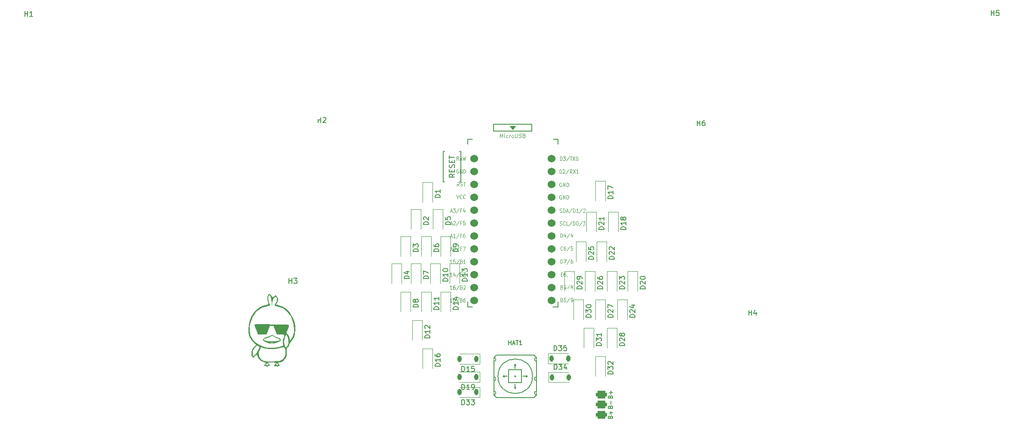
<source format=gbr>
%TF.GenerationSoftware,KiCad,Pcbnew,7.0.2*%
%TF.CreationDate,2024-03-27T11:13:32+01:00*%
%TF.ProjectId,Asfoora,4173666f-6f72-4612-9e6b-696361645f70,rev?*%
%TF.SameCoordinates,Original*%
%TF.FileFunction,Legend,Top*%
%TF.FilePolarity,Positive*%
%FSLAX46Y46*%
G04 Gerber Fmt 4.6, Leading zero omitted, Abs format (unit mm)*
G04 Created by KiCad (PCBNEW 7.0.2) date 2024-03-27 11:13:32*
%MOMM*%
%LPD*%
G01*
G04 APERTURE LIST*
G04 Aperture macros list*
%AMRoundRect*
0 Rectangle with rounded corners*
0 $1 Rounding radius*
0 $2 $3 $4 $5 $6 $7 $8 $9 X,Y pos of 4 corners*
0 Add a 4 corners polygon primitive as box body*
4,1,4,$2,$3,$4,$5,$6,$7,$8,$9,$2,$3,0*
0 Add four circle primitives for the rounded corners*
1,1,$1+$1,$2,$3*
1,1,$1+$1,$4,$5*
1,1,$1+$1,$6,$7*
1,1,$1+$1,$8,$9*
0 Add four rect primitives between the rounded corners*
20,1,$1+$1,$2,$3,$4,$5,0*
20,1,$1+$1,$4,$5,$6,$7,0*
20,1,$1+$1,$6,$7,$8,$9,0*
20,1,$1+$1,$8,$9,$2,$3,0*%
%AMHorizOval*
0 Thick line with rounded ends*
0 $1 width*
0 $2 $3 position (X,Y) of the first rounded end (center of the circle)*
0 $4 $5 position (X,Y) of the second rounded end (center of the circle)*
0 Add line between two ends*
20,1,$1,$2,$3,$4,$5,0*
0 Add two circle primitives to create the rounded ends*
1,1,$1,$2,$3*
1,1,$1,$4,$5*%
G04 Aperture macros list end*
%ADD10C,0.150000*%
%ADD11C,0.152400*%
%ADD12C,0.125000*%
%ADD13C,0.120000*%
%ADD14C,0.160000*%
%ADD15RoundRect,0.375000X0.750000X-0.375000X0.750000X0.375000X-0.750000X0.375000X-0.750000X-0.375000X0*%
%ADD16C,2.000000*%
%ADD17C,1.524000*%
%ADD18O,1.500000X2.500000*%
%ADD19R,1.500000X2.500000*%
%ADD20O,2.200000X3.500000*%
%ADD21C,4.500000*%
%ADD22C,1.800000*%
%ADD23C,1.600000*%
%ADD24RoundRect,0.225000X-0.225000X-0.375000X0.225000X-0.375000X0.225000X0.375000X-0.225000X0.375000X0*%
%ADD25RoundRect,0.225000X0.225000X0.375000X-0.225000X0.375000X-0.225000X-0.375000X0.225000X-0.375000X0*%
%ADD26HorizOval,2.032000X1.332292X0.067491X-1.332292X-0.067491X0*%
%ADD27C,2.032000*%
%ADD28HorizOval,2.032000X-1.120053X0.724595X1.120053X-0.724595X0*%
%ADD29HorizOval,2.032000X-0.421808X0.776874X0.421808X-0.776874X0*%
%ADD30RoundRect,0.189673X-3.546058X0.753800X3.447877X-1.120219X3.546058X-0.753800X-3.447877X1.120219X0*%
%ADD31HorizOval,2.032000X0.753734X0.461889X-0.753734X-0.461889X0*%
%ADD32HorizOval,1.701800X0.482963X-0.129410X-0.482963X0.129410X0*%
%ADD33C,3.000000*%
%ADD34C,3.987800*%
%ADD35HorizOval,2.032000X0.944925X0.941633X-0.944925X-0.941633X0*%
%ADD36HorizOval,2.032000X-1.317210X-0.210983X1.317210X0.210983X0*%
%ADD37HorizOval,2.032000X-0.833295X0.295085X0.833295X-0.295085X0*%
%ADD38RoundRect,0.189673X-3.139626X-1.812593X3.311844X1.474595X3.139626X1.812593X-3.311844X-1.474595X0*%
%ADD39HorizOval,2.032000X0.251070X0.847597X-0.251070X-0.847597X0*%
%ADD40HorizOval,1.701800X0.445503X0.226995X-0.445503X-0.226995X0*%
%ADD41R,1.200000X0.900000*%
%ADD42HorizOval,2.032000X-1.317210X0.210983X1.317210X-0.210983X0*%
%ADD43HorizOval,2.032000X-0.944925X0.941633X0.944925X-0.941633X0*%
%ADD44HorizOval,2.032000X-0.251070X0.847597X0.251070X-0.847597X0*%
%ADD45RoundRect,0.189673X-3.311844X1.474595X3.139626X-1.812593X3.311844X-1.474595X-3.139626X1.812593X0*%
%ADD46HorizOval,2.032000X0.833295X0.295085X-0.833295X-0.295085X0*%
%ADD47HorizOval,1.701800X0.445503X-0.226995X-0.445503X0.226995X0*%
%ADD48HorizOval,2.032000X1.023398X0.855694X-1.023398X-0.855694X0*%
%ADD49HorizOval,2.032000X-1.330586X-0.095378X1.330586X0.095378X0*%
%ADD50HorizOval,2.032000X-0.804406X0.366589X0.804406X-0.366589X0*%
%ADD51RoundRect,0.189673X-3.285656X-1.532059X3.427761X1.180338X3.285656X1.532059X-3.427761X-1.180338X0*%
%ADD52HorizOval,2.032000X0.323987X0.822489X-0.323987X-0.822489X0*%
%ADD53HorizOval,1.701800X0.463592X0.187303X-0.463592X-0.187303X0*%
%ADD54HorizOval,2.032000X1.120053X0.724595X-1.120053X-0.724595X0*%
%ADD55HorizOval,2.032000X-1.332292X0.067491X1.332292X-0.067491X0*%
%ADD56HorizOval,2.032000X-0.753734X0.461889X0.753734X-0.461889X0*%
%ADD57RoundRect,0.189673X-3.447877X-1.120219X3.546058X0.753800X3.447877X1.120219X-3.546058X-0.753800X0*%
%ADD58HorizOval,2.032000X0.421808X0.776874X-0.421808X-0.776874X0*%
%ADD59HorizOval,1.701800X0.482963X0.129410X-0.482963X-0.129410X0*%
%ADD60HorizOval,2.032000X-1.330586X0.095378X1.330586X-0.095378X0*%
%ADD61HorizOval,2.032000X-1.023398X0.855694X1.023398X-0.855694X0*%
%ADD62HorizOval,2.032000X-0.323987X0.822489X0.323987X-0.822489X0*%
%ADD63RoundRect,0.189673X-3.427761X1.180338X3.285656X-1.532059X3.427761X-1.180338X-3.285656X1.532059X0*%
%ADD64HorizOval,2.032000X0.804406X0.366589X-0.804406X-0.366589X0*%
%ADD65HorizOval,1.701800X0.463592X-0.187303X-0.463592X0.187303X0*%
G04 APERTURE END LIST*
D10*
%TO.C,H6*%
X189230095Y-68890619D02*
X189230095Y-67890619D01*
X189230095Y-68366809D02*
X189801523Y-68366809D01*
X189801523Y-68890619D02*
X189801523Y-67890619D01*
X190706285Y-67890619D02*
X190515809Y-67890619D01*
X190515809Y-67890619D02*
X190420571Y-67938238D01*
X190420571Y-67938238D02*
X190372952Y-67985857D01*
X190372952Y-67985857D02*
X190277714Y-68128714D01*
X190277714Y-68128714D02*
X190230095Y-68319190D01*
X190230095Y-68319190D02*
X190230095Y-68700142D01*
X190230095Y-68700142D02*
X190277714Y-68795380D01*
X190277714Y-68795380D02*
X190325333Y-68843000D01*
X190325333Y-68843000D02*
X190420571Y-68890619D01*
X190420571Y-68890619D02*
X190611047Y-68890619D01*
X190611047Y-68890619D02*
X190706285Y-68843000D01*
X190706285Y-68843000D02*
X190753904Y-68795380D01*
X190753904Y-68795380D02*
X190801523Y-68700142D01*
X190801523Y-68700142D02*
X190801523Y-68462047D01*
X190801523Y-68462047D02*
X190753904Y-68366809D01*
X190753904Y-68366809D02*
X190706285Y-68319190D01*
X190706285Y-68319190D02*
X190611047Y-68271571D01*
X190611047Y-68271571D02*
X190420571Y-68271571D01*
X190420571Y-68271571D02*
X190325333Y-68319190D01*
X190325333Y-68319190D02*
X190277714Y-68366809D01*
X190277714Y-68366809D02*
X190230095Y-68462047D01*
%TO.C,H5*%
X247136095Y-47202619D02*
X247136095Y-46202619D01*
X247136095Y-46678809D02*
X247707523Y-46678809D01*
X247707523Y-47202619D02*
X247707523Y-46202619D01*
X248659904Y-46202619D02*
X248183714Y-46202619D01*
X248183714Y-46202619D02*
X248136095Y-46678809D01*
X248136095Y-46678809D02*
X248183714Y-46631190D01*
X248183714Y-46631190D02*
X248278952Y-46583571D01*
X248278952Y-46583571D02*
X248517047Y-46583571D01*
X248517047Y-46583571D02*
X248612285Y-46631190D01*
X248612285Y-46631190D02*
X248659904Y-46678809D01*
X248659904Y-46678809D02*
X248707523Y-46774047D01*
X248707523Y-46774047D02*
X248707523Y-47012142D01*
X248707523Y-47012142D02*
X248659904Y-47107380D01*
X248659904Y-47107380D02*
X248612285Y-47155000D01*
X248612285Y-47155000D02*
X248517047Y-47202619D01*
X248517047Y-47202619D02*
X248278952Y-47202619D01*
X248278952Y-47202619D02*
X248183714Y-47155000D01*
X248183714Y-47155000D02*
X248136095Y-47107380D01*
%TO.C,H4*%
X199390095Y-106228619D02*
X199390095Y-105228619D01*
X199390095Y-105704809D02*
X199961523Y-105704809D01*
X199961523Y-106228619D02*
X199961523Y-105228619D01*
X200866285Y-105561952D02*
X200866285Y-106228619D01*
X200628190Y-105181000D02*
X200390095Y-105895285D01*
X200390095Y-105895285D02*
X201009142Y-105895285D01*
%TO.C,H3*%
X108836095Y-99952619D02*
X108836095Y-98952619D01*
X108836095Y-99428809D02*
X109407523Y-99428809D01*
X109407523Y-99952619D02*
X109407523Y-98952619D01*
X109788476Y-98952619D02*
X110407523Y-98952619D01*
X110407523Y-98952619D02*
X110074190Y-99333571D01*
X110074190Y-99333571D02*
X110217047Y-99333571D01*
X110217047Y-99333571D02*
X110312285Y-99381190D01*
X110312285Y-99381190D02*
X110359904Y-99428809D01*
X110359904Y-99428809D02*
X110407523Y-99524047D01*
X110407523Y-99524047D02*
X110407523Y-99762142D01*
X110407523Y-99762142D02*
X110359904Y-99857380D01*
X110359904Y-99857380D02*
X110312285Y-99905000D01*
X110312285Y-99905000D02*
X110217047Y-99952619D01*
X110217047Y-99952619D02*
X109931333Y-99952619D01*
X109931333Y-99952619D02*
X109836095Y-99905000D01*
X109836095Y-99905000D02*
X109788476Y-99857380D01*
%TO.C,H2*%
X114557055Y-68263226D02*
X114557055Y-67263226D01*
X114557055Y-67739416D02*
X115128483Y-67739416D01*
X115128483Y-68263226D02*
X115128483Y-67263226D01*
X115557055Y-67358464D02*
X115604674Y-67310845D01*
X115604674Y-67310845D02*
X115699912Y-67263226D01*
X115699912Y-67263226D02*
X115938007Y-67263226D01*
X115938007Y-67263226D02*
X116033245Y-67310845D01*
X116033245Y-67310845D02*
X116080864Y-67358464D01*
X116080864Y-67358464D02*
X116128483Y-67453702D01*
X116128483Y-67453702D02*
X116128483Y-67548940D01*
X116128483Y-67548940D02*
X116080864Y-67691797D01*
X116080864Y-67691797D02*
X115509436Y-68263226D01*
X115509436Y-68263226D02*
X116128483Y-68263226D01*
%TO.C,H1*%
X56805478Y-47350223D02*
X56805478Y-46350223D01*
X56805478Y-46826413D02*
X57376906Y-46826413D01*
X57376906Y-47350223D02*
X57376906Y-46350223D01*
X58376906Y-47350223D02*
X57805478Y-47350223D01*
X58091192Y-47350223D02*
X58091192Y-46350223D01*
X58091192Y-46350223D02*
X57995954Y-46493080D01*
X57995954Y-46493080D02*
X57900716Y-46588318D01*
X57900716Y-46588318D02*
X57805478Y-46635937D01*
D11*
%TO.C,HAT1*%
X152120742Y-112012016D02*
X152120742Y-111199216D01*
X152120742Y-111586264D02*
X152585199Y-111586264D01*
X152585199Y-112012016D02*
X152585199Y-111199216D01*
X152933543Y-111779788D02*
X153320590Y-111779788D01*
X152856133Y-112012016D02*
X153127066Y-111199216D01*
X153127066Y-111199216D02*
X153398000Y-112012016D01*
X153552819Y-111199216D02*
X154017276Y-111199216D01*
X153785048Y-112012016D02*
X153785048Y-111199216D01*
X154713962Y-112012016D02*
X154249505Y-112012016D01*
X154481733Y-112012016D02*
X154481733Y-111199216D01*
X154481733Y-111199216D02*
X154404324Y-111315331D01*
X154404324Y-111315331D02*
X154326914Y-111392740D01*
X154326914Y-111392740D02*
X154249505Y-111431445D01*
D10*
%TO.C,D35*%
X161033714Y-113202619D02*
X161033714Y-112202619D01*
X161033714Y-112202619D02*
X161271809Y-112202619D01*
X161271809Y-112202619D02*
X161414666Y-112250238D01*
X161414666Y-112250238D02*
X161509904Y-112345476D01*
X161509904Y-112345476D02*
X161557523Y-112440714D01*
X161557523Y-112440714D02*
X161605142Y-112631190D01*
X161605142Y-112631190D02*
X161605142Y-112774047D01*
X161605142Y-112774047D02*
X161557523Y-112964523D01*
X161557523Y-112964523D02*
X161509904Y-113059761D01*
X161509904Y-113059761D02*
X161414666Y-113155000D01*
X161414666Y-113155000D02*
X161271809Y-113202619D01*
X161271809Y-113202619D02*
X161033714Y-113202619D01*
X161938476Y-112202619D02*
X162557523Y-112202619D01*
X162557523Y-112202619D02*
X162224190Y-112583571D01*
X162224190Y-112583571D02*
X162367047Y-112583571D01*
X162367047Y-112583571D02*
X162462285Y-112631190D01*
X162462285Y-112631190D02*
X162509904Y-112678809D01*
X162509904Y-112678809D02*
X162557523Y-112774047D01*
X162557523Y-112774047D02*
X162557523Y-113012142D01*
X162557523Y-113012142D02*
X162509904Y-113107380D01*
X162509904Y-113107380D02*
X162462285Y-113155000D01*
X162462285Y-113155000D02*
X162367047Y-113202619D01*
X162367047Y-113202619D02*
X162081333Y-113202619D01*
X162081333Y-113202619D02*
X161986095Y-113155000D01*
X161986095Y-113155000D02*
X161938476Y-113107380D01*
X163462285Y-112202619D02*
X162986095Y-112202619D01*
X162986095Y-112202619D02*
X162938476Y-112678809D01*
X162938476Y-112678809D02*
X162986095Y-112631190D01*
X162986095Y-112631190D02*
X163081333Y-112583571D01*
X163081333Y-112583571D02*
X163319428Y-112583571D01*
X163319428Y-112583571D02*
X163414666Y-112631190D01*
X163414666Y-112631190D02*
X163462285Y-112678809D01*
X163462285Y-112678809D02*
X163509904Y-112774047D01*
X163509904Y-112774047D02*
X163509904Y-113012142D01*
X163509904Y-113012142D02*
X163462285Y-113107380D01*
X163462285Y-113107380D02*
X163414666Y-113155000D01*
X163414666Y-113155000D02*
X163319428Y-113202619D01*
X163319428Y-113202619D02*
X163081333Y-113202619D01*
X163081333Y-113202619D02*
X162986095Y-113155000D01*
X162986095Y-113155000D02*
X162938476Y-113107380D01*
%TO.C,D34*%
X161083714Y-116902619D02*
X161083714Y-115902619D01*
X161083714Y-115902619D02*
X161321809Y-115902619D01*
X161321809Y-115902619D02*
X161464666Y-115950238D01*
X161464666Y-115950238D02*
X161559904Y-116045476D01*
X161559904Y-116045476D02*
X161607523Y-116140714D01*
X161607523Y-116140714D02*
X161655142Y-116331190D01*
X161655142Y-116331190D02*
X161655142Y-116474047D01*
X161655142Y-116474047D02*
X161607523Y-116664523D01*
X161607523Y-116664523D02*
X161559904Y-116759761D01*
X161559904Y-116759761D02*
X161464666Y-116855000D01*
X161464666Y-116855000D02*
X161321809Y-116902619D01*
X161321809Y-116902619D02*
X161083714Y-116902619D01*
X161988476Y-115902619D02*
X162607523Y-115902619D01*
X162607523Y-115902619D02*
X162274190Y-116283571D01*
X162274190Y-116283571D02*
X162417047Y-116283571D01*
X162417047Y-116283571D02*
X162512285Y-116331190D01*
X162512285Y-116331190D02*
X162559904Y-116378809D01*
X162559904Y-116378809D02*
X162607523Y-116474047D01*
X162607523Y-116474047D02*
X162607523Y-116712142D01*
X162607523Y-116712142D02*
X162559904Y-116807380D01*
X162559904Y-116807380D02*
X162512285Y-116855000D01*
X162512285Y-116855000D02*
X162417047Y-116902619D01*
X162417047Y-116902619D02*
X162131333Y-116902619D01*
X162131333Y-116902619D02*
X162036095Y-116855000D01*
X162036095Y-116855000D02*
X161988476Y-116807380D01*
X163464666Y-116235952D02*
X163464666Y-116902619D01*
X163226571Y-115855000D02*
X162988476Y-116569285D01*
X162988476Y-116569285D02*
X163607523Y-116569285D01*
%TO.C,D33*%
X142883714Y-123852619D02*
X142883714Y-122852619D01*
X142883714Y-122852619D02*
X143121809Y-122852619D01*
X143121809Y-122852619D02*
X143264666Y-122900238D01*
X143264666Y-122900238D02*
X143359904Y-122995476D01*
X143359904Y-122995476D02*
X143407523Y-123090714D01*
X143407523Y-123090714D02*
X143455142Y-123281190D01*
X143455142Y-123281190D02*
X143455142Y-123424047D01*
X143455142Y-123424047D02*
X143407523Y-123614523D01*
X143407523Y-123614523D02*
X143359904Y-123709761D01*
X143359904Y-123709761D02*
X143264666Y-123805000D01*
X143264666Y-123805000D02*
X143121809Y-123852619D01*
X143121809Y-123852619D02*
X142883714Y-123852619D01*
X143788476Y-122852619D02*
X144407523Y-122852619D01*
X144407523Y-122852619D02*
X144074190Y-123233571D01*
X144074190Y-123233571D02*
X144217047Y-123233571D01*
X144217047Y-123233571D02*
X144312285Y-123281190D01*
X144312285Y-123281190D02*
X144359904Y-123328809D01*
X144359904Y-123328809D02*
X144407523Y-123424047D01*
X144407523Y-123424047D02*
X144407523Y-123662142D01*
X144407523Y-123662142D02*
X144359904Y-123757380D01*
X144359904Y-123757380D02*
X144312285Y-123805000D01*
X144312285Y-123805000D02*
X144217047Y-123852619D01*
X144217047Y-123852619D02*
X143931333Y-123852619D01*
X143931333Y-123852619D02*
X143836095Y-123805000D01*
X143836095Y-123805000D02*
X143788476Y-123757380D01*
X144740857Y-122852619D02*
X145359904Y-122852619D01*
X145359904Y-122852619D02*
X145026571Y-123233571D01*
X145026571Y-123233571D02*
X145169428Y-123233571D01*
X145169428Y-123233571D02*
X145264666Y-123281190D01*
X145264666Y-123281190D02*
X145312285Y-123328809D01*
X145312285Y-123328809D02*
X145359904Y-123424047D01*
X145359904Y-123424047D02*
X145359904Y-123662142D01*
X145359904Y-123662142D02*
X145312285Y-123757380D01*
X145312285Y-123757380D02*
X145264666Y-123805000D01*
X145264666Y-123805000D02*
X145169428Y-123852619D01*
X145169428Y-123852619D02*
X144883714Y-123852619D01*
X144883714Y-123852619D02*
X144788476Y-123805000D01*
X144788476Y-123805000D02*
X144740857Y-123757380D01*
%TO.C,D19*%
X142883714Y-120852619D02*
X142883714Y-119852619D01*
X142883714Y-119852619D02*
X143121809Y-119852619D01*
X143121809Y-119852619D02*
X143264666Y-119900238D01*
X143264666Y-119900238D02*
X143359904Y-119995476D01*
X143359904Y-119995476D02*
X143407523Y-120090714D01*
X143407523Y-120090714D02*
X143455142Y-120281190D01*
X143455142Y-120281190D02*
X143455142Y-120424047D01*
X143455142Y-120424047D02*
X143407523Y-120614523D01*
X143407523Y-120614523D02*
X143359904Y-120709761D01*
X143359904Y-120709761D02*
X143264666Y-120805000D01*
X143264666Y-120805000D02*
X143121809Y-120852619D01*
X143121809Y-120852619D02*
X142883714Y-120852619D01*
X144407523Y-120852619D02*
X143836095Y-120852619D01*
X144121809Y-120852619D02*
X144121809Y-119852619D01*
X144121809Y-119852619D02*
X144026571Y-119995476D01*
X144026571Y-119995476D02*
X143931333Y-120090714D01*
X143931333Y-120090714D02*
X143836095Y-120138333D01*
X144883714Y-120852619D02*
X145074190Y-120852619D01*
X145074190Y-120852619D02*
X145169428Y-120805000D01*
X145169428Y-120805000D02*
X145217047Y-120757380D01*
X145217047Y-120757380D02*
X145312285Y-120614523D01*
X145312285Y-120614523D02*
X145359904Y-120424047D01*
X145359904Y-120424047D02*
X145359904Y-120043095D01*
X145359904Y-120043095D02*
X145312285Y-119947857D01*
X145312285Y-119947857D02*
X145264666Y-119900238D01*
X145264666Y-119900238D02*
X145169428Y-119852619D01*
X145169428Y-119852619D02*
X144978952Y-119852619D01*
X144978952Y-119852619D02*
X144883714Y-119900238D01*
X144883714Y-119900238D02*
X144836095Y-119947857D01*
X144836095Y-119947857D02*
X144788476Y-120043095D01*
X144788476Y-120043095D02*
X144788476Y-120281190D01*
X144788476Y-120281190D02*
X144836095Y-120376428D01*
X144836095Y-120376428D02*
X144883714Y-120424047D01*
X144883714Y-120424047D02*
X144978952Y-120471666D01*
X144978952Y-120471666D02*
X145169428Y-120471666D01*
X145169428Y-120471666D02*
X145264666Y-120424047D01*
X145264666Y-120424047D02*
X145312285Y-120376428D01*
X145312285Y-120376428D02*
X145359904Y-120281190D01*
%TO.C,D15*%
X142883714Y-117302619D02*
X142883714Y-116302619D01*
X142883714Y-116302619D02*
X143121809Y-116302619D01*
X143121809Y-116302619D02*
X143264666Y-116350238D01*
X143264666Y-116350238D02*
X143359904Y-116445476D01*
X143359904Y-116445476D02*
X143407523Y-116540714D01*
X143407523Y-116540714D02*
X143455142Y-116731190D01*
X143455142Y-116731190D02*
X143455142Y-116874047D01*
X143455142Y-116874047D02*
X143407523Y-117064523D01*
X143407523Y-117064523D02*
X143359904Y-117159761D01*
X143359904Y-117159761D02*
X143264666Y-117255000D01*
X143264666Y-117255000D02*
X143121809Y-117302619D01*
X143121809Y-117302619D02*
X142883714Y-117302619D01*
X144407523Y-117302619D02*
X143836095Y-117302619D01*
X144121809Y-117302619D02*
X144121809Y-116302619D01*
X144121809Y-116302619D02*
X144026571Y-116445476D01*
X144026571Y-116445476D02*
X143931333Y-116540714D01*
X143931333Y-116540714D02*
X143836095Y-116588333D01*
X145312285Y-116302619D02*
X144836095Y-116302619D01*
X144836095Y-116302619D02*
X144788476Y-116778809D01*
X144788476Y-116778809D02*
X144836095Y-116731190D01*
X144836095Y-116731190D02*
X144931333Y-116683571D01*
X144931333Y-116683571D02*
X145169428Y-116683571D01*
X145169428Y-116683571D02*
X145264666Y-116731190D01*
X145264666Y-116731190D02*
X145312285Y-116778809D01*
X145312285Y-116778809D02*
X145359904Y-116874047D01*
X145359904Y-116874047D02*
X145359904Y-117112142D01*
X145359904Y-117112142D02*
X145312285Y-117207380D01*
X145312285Y-117207380D02*
X145264666Y-117255000D01*
X145264666Y-117255000D02*
X145169428Y-117302619D01*
X145169428Y-117302619D02*
X144931333Y-117302619D01*
X144931333Y-117302619D02*
X144836095Y-117255000D01*
X144836095Y-117255000D02*
X144788476Y-117207380D01*
%TO.C,PAD1*%
X172149047Y-124278095D02*
X172187142Y-124163809D01*
X172187142Y-124163809D02*
X172225238Y-124125714D01*
X172225238Y-124125714D02*
X172301428Y-124087618D01*
X172301428Y-124087618D02*
X172415714Y-124087618D01*
X172415714Y-124087618D02*
X172491904Y-124125714D01*
X172491904Y-124125714D02*
X172530000Y-124163809D01*
X172530000Y-124163809D02*
X172568095Y-124239999D01*
X172568095Y-124239999D02*
X172568095Y-124544761D01*
X172568095Y-124544761D02*
X171768095Y-124544761D01*
X171768095Y-124544761D02*
X171768095Y-124278095D01*
X171768095Y-124278095D02*
X171806190Y-124201904D01*
X171806190Y-124201904D02*
X171844285Y-124163809D01*
X171844285Y-124163809D02*
X171920476Y-124125714D01*
X171920476Y-124125714D02*
X171996666Y-124125714D01*
X171996666Y-124125714D02*
X172072857Y-124163809D01*
X172072857Y-124163809D02*
X172110952Y-124201904D01*
X172110952Y-124201904D02*
X172149047Y-124278095D01*
X172149047Y-124278095D02*
X172149047Y-124544761D01*
X172263333Y-123744761D02*
X172263333Y-123135238D01*
X172149047Y-126278095D02*
X172187142Y-126163809D01*
X172187142Y-126163809D02*
X172225238Y-126125714D01*
X172225238Y-126125714D02*
X172301428Y-126087618D01*
X172301428Y-126087618D02*
X172415714Y-126087618D01*
X172415714Y-126087618D02*
X172491904Y-126125714D01*
X172491904Y-126125714D02*
X172530000Y-126163809D01*
X172530000Y-126163809D02*
X172568095Y-126239999D01*
X172568095Y-126239999D02*
X172568095Y-126544761D01*
X172568095Y-126544761D02*
X171768095Y-126544761D01*
X171768095Y-126544761D02*
X171768095Y-126278095D01*
X171768095Y-126278095D02*
X171806190Y-126201904D01*
X171806190Y-126201904D02*
X171844285Y-126163809D01*
X171844285Y-126163809D02*
X171920476Y-126125714D01*
X171920476Y-126125714D02*
X171996666Y-126125714D01*
X171996666Y-126125714D02*
X172072857Y-126163809D01*
X172072857Y-126163809D02*
X172110952Y-126201904D01*
X172110952Y-126201904D02*
X172149047Y-126278095D01*
X172149047Y-126278095D02*
X172149047Y-126544761D01*
X172263333Y-125744761D02*
X172263333Y-125135238D01*
X172568095Y-125439999D02*
X171958571Y-125439999D01*
X172149047Y-122278095D02*
X172187142Y-122163809D01*
X172187142Y-122163809D02*
X172225238Y-122125714D01*
X172225238Y-122125714D02*
X172301428Y-122087618D01*
X172301428Y-122087618D02*
X172415714Y-122087618D01*
X172415714Y-122087618D02*
X172491904Y-122125714D01*
X172491904Y-122125714D02*
X172530000Y-122163809D01*
X172530000Y-122163809D02*
X172568095Y-122239999D01*
X172568095Y-122239999D02*
X172568095Y-122544761D01*
X172568095Y-122544761D02*
X171768095Y-122544761D01*
X171768095Y-122544761D02*
X171768095Y-122278095D01*
X171768095Y-122278095D02*
X171806190Y-122201904D01*
X171806190Y-122201904D02*
X171844285Y-122163809D01*
X171844285Y-122163809D02*
X171920476Y-122125714D01*
X171920476Y-122125714D02*
X171996666Y-122125714D01*
X171996666Y-122125714D02*
X172072857Y-122163809D01*
X172072857Y-122163809D02*
X172110952Y-122201904D01*
X172110952Y-122201904D02*
X172149047Y-122278095D01*
X172149047Y-122278095D02*
X172149047Y-122544761D01*
X172263333Y-121744761D02*
X172263333Y-121135238D01*
X172568095Y-121439999D02*
X171958571Y-121439999D01*
%TO.C,D27*%
X172642619Y-106624285D02*
X171642619Y-106624285D01*
X171642619Y-106624285D02*
X171642619Y-106386190D01*
X171642619Y-106386190D02*
X171690238Y-106243333D01*
X171690238Y-106243333D02*
X171785476Y-106148095D01*
X171785476Y-106148095D02*
X171880714Y-106100476D01*
X171880714Y-106100476D02*
X172071190Y-106052857D01*
X172071190Y-106052857D02*
X172214047Y-106052857D01*
X172214047Y-106052857D02*
X172404523Y-106100476D01*
X172404523Y-106100476D02*
X172499761Y-106148095D01*
X172499761Y-106148095D02*
X172595000Y-106243333D01*
X172595000Y-106243333D02*
X172642619Y-106386190D01*
X172642619Y-106386190D02*
X172642619Y-106624285D01*
X171737857Y-105671904D02*
X171690238Y-105624285D01*
X171690238Y-105624285D02*
X171642619Y-105529047D01*
X171642619Y-105529047D02*
X171642619Y-105290952D01*
X171642619Y-105290952D02*
X171690238Y-105195714D01*
X171690238Y-105195714D02*
X171737857Y-105148095D01*
X171737857Y-105148095D02*
X171833095Y-105100476D01*
X171833095Y-105100476D02*
X171928333Y-105100476D01*
X171928333Y-105100476D02*
X172071190Y-105148095D01*
X172071190Y-105148095D02*
X172642619Y-105719523D01*
X172642619Y-105719523D02*
X172642619Y-105100476D01*
X171642619Y-104767142D02*
X171642619Y-104100476D01*
X171642619Y-104100476D02*
X172642619Y-104529047D01*
%TO.C,D16*%
X138606619Y-116276285D02*
X137606619Y-116276285D01*
X137606619Y-116276285D02*
X137606619Y-116038190D01*
X137606619Y-116038190D02*
X137654238Y-115895333D01*
X137654238Y-115895333D02*
X137749476Y-115800095D01*
X137749476Y-115800095D02*
X137844714Y-115752476D01*
X137844714Y-115752476D02*
X138035190Y-115704857D01*
X138035190Y-115704857D02*
X138178047Y-115704857D01*
X138178047Y-115704857D02*
X138368523Y-115752476D01*
X138368523Y-115752476D02*
X138463761Y-115800095D01*
X138463761Y-115800095D02*
X138559000Y-115895333D01*
X138559000Y-115895333D02*
X138606619Y-116038190D01*
X138606619Y-116038190D02*
X138606619Y-116276285D01*
X138606619Y-114752476D02*
X138606619Y-115323904D01*
X138606619Y-115038190D02*
X137606619Y-115038190D01*
X137606619Y-115038190D02*
X137749476Y-115133428D01*
X137749476Y-115133428D02*
X137844714Y-115228666D01*
X137844714Y-115228666D02*
X137892333Y-115323904D01*
X137606619Y-113895333D02*
X137606619Y-114085809D01*
X137606619Y-114085809D02*
X137654238Y-114181047D01*
X137654238Y-114181047D02*
X137701857Y-114228666D01*
X137701857Y-114228666D02*
X137844714Y-114323904D01*
X137844714Y-114323904D02*
X138035190Y-114371523D01*
X138035190Y-114371523D02*
X138416142Y-114371523D01*
X138416142Y-114371523D02*
X138511380Y-114323904D01*
X138511380Y-114323904D02*
X138559000Y-114276285D01*
X138559000Y-114276285D02*
X138606619Y-114181047D01*
X138606619Y-114181047D02*
X138606619Y-113990571D01*
X138606619Y-113990571D02*
X138559000Y-113895333D01*
X138559000Y-113895333D02*
X138511380Y-113847714D01*
X138511380Y-113847714D02*
X138416142Y-113800095D01*
X138416142Y-113800095D02*
X138178047Y-113800095D01*
X138178047Y-113800095D02*
X138082809Y-113847714D01*
X138082809Y-113847714D02*
X138035190Y-113895333D01*
X138035190Y-113895333D02*
X137987571Y-113990571D01*
X137987571Y-113990571D02*
X137987571Y-114181047D01*
X137987571Y-114181047D02*
X138035190Y-114276285D01*
X138035190Y-114276285D02*
X138082809Y-114323904D01*
X138082809Y-114323904D02*
X138178047Y-114371523D01*
%TO.C,D7*%
X136320619Y-99036094D02*
X135320619Y-99036094D01*
X135320619Y-99036094D02*
X135320619Y-98797999D01*
X135320619Y-98797999D02*
X135368238Y-98655142D01*
X135368238Y-98655142D02*
X135463476Y-98559904D01*
X135463476Y-98559904D02*
X135558714Y-98512285D01*
X135558714Y-98512285D02*
X135749190Y-98464666D01*
X135749190Y-98464666D02*
X135892047Y-98464666D01*
X135892047Y-98464666D02*
X136082523Y-98512285D01*
X136082523Y-98512285D02*
X136177761Y-98559904D01*
X136177761Y-98559904D02*
X136273000Y-98655142D01*
X136273000Y-98655142D02*
X136320619Y-98797999D01*
X136320619Y-98797999D02*
X136320619Y-99036094D01*
X135320619Y-98131332D02*
X135320619Y-97464666D01*
X135320619Y-97464666D02*
X136320619Y-97893237D01*
%TO.C,D2*%
X136320619Y-88368094D02*
X135320619Y-88368094D01*
X135320619Y-88368094D02*
X135320619Y-88129999D01*
X135320619Y-88129999D02*
X135368238Y-87987142D01*
X135368238Y-87987142D02*
X135463476Y-87891904D01*
X135463476Y-87891904D02*
X135558714Y-87844285D01*
X135558714Y-87844285D02*
X135749190Y-87796666D01*
X135749190Y-87796666D02*
X135892047Y-87796666D01*
X135892047Y-87796666D02*
X136082523Y-87844285D01*
X136082523Y-87844285D02*
X136177761Y-87891904D01*
X136177761Y-87891904D02*
X136273000Y-87987142D01*
X136273000Y-87987142D02*
X136320619Y-88129999D01*
X136320619Y-88129999D02*
X136320619Y-88368094D01*
X135415857Y-87415713D02*
X135368238Y-87368094D01*
X135368238Y-87368094D02*
X135320619Y-87272856D01*
X135320619Y-87272856D02*
X135320619Y-87034761D01*
X135320619Y-87034761D02*
X135368238Y-86939523D01*
X135368238Y-86939523D02*
X135415857Y-86891904D01*
X135415857Y-86891904D02*
X135511095Y-86844285D01*
X135511095Y-86844285D02*
X135606333Y-86844285D01*
X135606333Y-86844285D02*
X135749190Y-86891904D01*
X135749190Y-86891904D02*
X136320619Y-87463332D01*
X136320619Y-87463332D02*
X136320619Y-86844285D01*
%TO.C,D29*%
X166546619Y-101036285D02*
X165546619Y-101036285D01*
X165546619Y-101036285D02*
X165546619Y-100798190D01*
X165546619Y-100798190D02*
X165594238Y-100655333D01*
X165594238Y-100655333D02*
X165689476Y-100560095D01*
X165689476Y-100560095D02*
X165784714Y-100512476D01*
X165784714Y-100512476D02*
X165975190Y-100464857D01*
X165975190Y-100464857D02*
X166118047Y-100464857D01*
X166118047Y-100464857D02*
X166308523Y-100512476D01*
X166308523Y-100512476D02*
X166403761Y-100560095D01*
X166403761Y-100560095D02*
X166499000Y-100655333D01*
X166499000Y-100655333D02*
X166546619Y-100798190D01*
X166546619Y-100798190D02*
X166546619Y-101036285D01*
X165641857Y-100083904D02*
X165594238Y-100036285D01*
X165594238Y-100036285D02*
X165546619Y-99941047D01*
X165546619Y-99941047D02*
X165546619Y-99702952D01*
X165546619Y-99702952D02*
X165594238Y-99607714D01*
X165594238Y-99607714D02*
X165641857Y-99560095D01*
X165641857Y-99560095D02*
X165737095Y-99512476D01*
X165737095Y-99512476D02*
X165832333Y-99512476D01*
X165832333Y-99512476D02*
X165975190Y-99560095D01*
X165975190Y-99560095D02*
X166546619Y-100131523D01*
X166546619Y-100131523D02*
X166546619Y-99512476D01*
X166546619Y-99036285D02*
X166546619Y-98845809D01*
X166546619Y-98845809D02*
X166499000Y-98750571D01*
X166499000Y-98750571D02*
X166451380Y-98702952D01*
X166451380Y-98702952D02*
X166308523Y-98607714D01*
X166308523Y-98607714D02*
X166118047Y-98560095D01*
X166118047Y-98560095D02*
X165737095Y-98560095D01*
X165737095Y-98560095D02*
X165641857Y-98607714D01*
X165641857Y-98607714D02*
X165594238Y-98655333D01*
X165594238Y-98655333D02*
X165546619Y-98750571D01*
X165546619Y-98750571D02*
X165546619Y-98941047D01*
X165546619Y-98941047D02*
X165594238Y-99036285D01*
X165594238Y-99036285D02*
X165641857Y-99083904D01*
X165641857Y-99083904D02*
X165737095Y-99131523D01*
X165737095Y-99131523D02*
X165975190Y-99131523D01*
X165975190Y-99131523D02*
X166070428Y-99083904D01*
X166070428Y-99083904D02*
X166118047Y-99036285D01*
X166118047Y-99036285D02*
X166165666Y-98941047D01*
X166165666Y-98941047D02*
X166165666Y-98750571D01*
X166165666Y-98750571D02*
X166118047Y-98655333D01*
X166118047Y-98655333D02*
X166070428Y-98607714D01*
X166070428Y-98607714D02*
X165975190Y-98560095D01*
%TO.C,D21*%
X170864619Y-89352285D02*
X169864619Y-89352285D01*
X169864619Y-89352285D02*
X169864619Y-89114190D01*
X169864619Y-89114190D02*
X169912238Y-88971333D01*
X169912238Y-88971333D02*
X170007476Y-88876095D01*
X170007476Y-88876095D02*
X170102714Y-88828476D01*
X170102714Y-88828476D02*
X170293190Y-88780857D01*
X170293190Y-88780857D02*
X170436047Y-88780857D01*
X170436047Y-88780857D02*
X170626523Y-88828476D01*
X170626523Y-88828476D02*
X170721761Y-88876095D01*
X170721761Y-88876095D02*
X170817000Y-88971333D01*
X170817000Y-88971333D02*
X170864619Y-89114190D01*
X170864619Y-89114190D02*
X170864619Y-89352285D01*
X169959857Y-88399904D02*
X169912238Y-88352285D01*
X169912238Y-88352285D02*
X169864619Y-88257047D01*
X169864619Y-88257047D02*
X169864619Y-88018952D01*
X169864619Y-88018952D02*
X169912238Y-87923714D01*
X169912238Y-87923714D02*
X169959857Y-87876095D01*
X169959857Y-87876095D02*
X170055095Y-87828476D01*
X170055095Y-87828476D02*
X170150333Y-87828476D01*
X170150333Y-87828476D02*
X170293190Y-87876095D01*
X170293190Y-87876095D02*
X170864619Y-88447523D01*
X170864619Y-88447523D02*
X170864619Y-87828476D01*
X170864619Y-86876095D02*
X170864619Y-87447523D01*
X170864619Y-87161809D02*
X169864619Y-87161809D01*
X169864619Y-87161809D02*
X170007476Y-87257047D01*
X170007476Y-87257047D02*
X170102714Y-87352285D01*
X170102714Y-87352285D02*
X170150333Y-87447523D01*
%TO.C,D20*%
X178992619Y-101036285D02*
X177992619Y-101036285D01*
X177992619Y-101036285D02*
X177992619Y-100798190D01*
X177992619Y-100798190D02*
X178040238Y-100655333D01*
X178040238Y-100655333D02*
X178135476Y-100560095D01*
X178135476Y-100560095D02*
X178230714Y-100512476D01*
X178230714Y-100512476D02*
X178421190Y-100464857D01*
X178421190Y-100464857D02*
X178564047Y-100464857D01*
X178564047Y-100464857D02*
X178754523Y-100512476D01*
X178754523Y-100512476D02*
X178849761Y-100560095D01*
X178849761Y-100560095D02*
X178945000Y-100655333D01*
X178945000Y-100655333D02*
X178992619Y-100798190D01*
X178992619Y-100798190D02*
X178992619Y-101036285D01*
X178087857Y-100083904D02*
X178040238Y-100036285D01*
X178040238Y-100036285D02*
X177992619Y-99941047D01*
X177992619Y-99941047D02*
X177992619Y-99702952D01*
X177992619Y-99702952D02*
X178040238Y-99607714D01*
X178040238Y-99607714D02*
X178087857Y-99560095D01*
X178087857Y-99560095D02*
X178183095Y-99512476D01*
X178183095Y-99512476D02*
X178278333Y-99512476D01*
X178278333Y-99512476D02*
X178421190Y-99560095D01*
X178421190Y-99560095D02*
X178992619Y-100131523D01*
X178992619Y-100131523D02*
X178992619Y-99512476D01*
X177992619Y-98893428D02*
X177992619Y-98798190D01*
X177992619Y-98798190D02*
X178040238Y-98702952D01*
X178040238Y-98702952D02*
X178087857Y-98655333D01*
X178087857Y-98655333D02*
X178183095Y-98607714D01*
X178183095Y-98607714D02*
X178373571Y-98560095D01*
X178373571Y-98560095D02*
X178611666Y-98560095D01*
X178611666Y-98560095D02*
X178802142Y-98607714D01*
X178802142Y-98607714D02*
X178897380Y-98655333D01*
X178897380Y-98655333D02*
X178945000Y-98702952D01*
X178945000Y-98702952D02*
X178992619Y-98798190D01*
X178992619Y-98798190D02*
X178992619Y-98893428D01*
X178992619Y-98893428D02*
X178945000Y-98988666D01*
X178945000Y-98988666D02*
X178897380Y-99036285D01*
X178897380Y-99036285D02*
X178802142Y-99083904D01*
X178802142Y-99083904D02*
X178611666Y-99131523D01*
X178611666Y-99131523D02*
X178373571Y-99131523D01*
X178373571Y-99131523D02*
X178183095Y-99083904D01*
X178183095Y-99083904D02*
X178087857Y-99036285D01*
X178087857Y-99036285D02*
X178040238Y-98988666D01*
X178040238Y-98988666D02*
X177992619Y-98893428D01*
%TO.C,D23*%
X174928619Y-101036285D02*
X173928619Y-101036285D01*
X173928619Y-101036285D02*
X173928619Y-100798190D01*
X173928619Y-100798190D02*
X173976238Y-100655333D01*
X173976238Y-100655333D02*
X174071476Y-100560095D01*
X174071476Y-100560095D02*
X174166714Y-100512476D01*
X174166714Y-100512476D02*
X174357190Y-100464857D01*
X174357190Y-100464857D02*
X174500047Y-100464857D01*
X174500047Y-100464857D02*
X174690523Y-100512476D01*
X174690523Y-100512476D02*
X174785761Y-100560095D01*
X174785761Y-100560095D02*
X174881000Y-100655333D01*
X174881000Y-100655333D02*
X174928619Y-100798190D01*
X174928619Y-100798190D02*
X174928619Y-101036285D01*
X174023857Y-100083904D02*
X173976238Y-100036285D01*
X173976238Y-100036285D02*
X173928619Y-99941047D01*
X173928619Y-99941047D02*
X173928619Y-99702952D01*
X173928619Y-99702952D02*
X173976238Y-99607714D01*
X173976238Y-99607714D02*
X174023857Y-99560095D01*
X174023857Y-99560095D02*
X174119095Y-99512476D01*
X174119095Y-99512476D02*
X174214333Y-99512476D01*
X174214333Y-99512476D02*
X174357190Y-99560095D01*
X174357190Y-99560095D02*
X174928619Y-100131523D01*
X174928619Y-100131523D02*
X174928619Y-99512476D01*
X173928619Y-99179142D02*
X173928619Y-98560095D01*
X173928619Y-98560095D02*
X174309571Y-98893428D01*
X174309571Y-98893428D02*
X174309571Y-98750571D01*
X174309571Y-98750571D02*
X174357190Y-98655333D01*
X174357190Y-98655333D02*
X174404809Y-98607714D01*
X174404809Y-98607714D02*
X174500047Y-98560095D01*
X174500047Y-98560095D02*
X174738142Y-98560095D01*
X174738142Y-98560095D02*
X174833380Y-98607714D01*
X174833380Y-98607714D02*
X174881000Y-98655333D01*
X174881000Y-98655333D02*
X174928619Y-98750571D01*
X174928619Y-98750571D02*
X174928619Y-99036285D01*
X174928619Y-99036285D02*
X174881000Y-99131523D01*
X174881000Y-99131523D02*
X174833380Y-99179142D01*
%TO.C,SW33*%
X141432619Y-78414381D02*
X140956428Y-78747714D01*
X141432619Y-78985809D02*
X140432619Y-78985809D01*
X140432619Y-78985809D02*
X140432619Y-78604857D01*
X140432619Y-78604857D02*
X140480238Y-78509619D01*
X140480238Y-78509619D02*
X140527857Y-78462000D01*
X140527857Y-78462000D02*
X140623095Y-78414381D01*
X140623095Y-78414381D02*
X140765952Y-78414381D01*
X140765952Y-78414381D02*
X140861190Y-78462000D01*
X140861190Y-78462000D02*
X140908809Y-78509619D01*
X140908809Y-78509619D02*
X140956428Y-78604857D01*
X140956428Y-78604857D02*
X140956428Y-78985809D01*
X140908809Y-77985809D02*
X140908809Y-77652476D01*
X141432619Y-77509619D02*
X141432619Y-77985809D01*
X141432619Y-77985809D02*
X140432619Y-77985809D01*
X140432619Y-77985809D02*
X140432619Y-77509619D01*
X141385000Y-77128666D02*
X141432619Y-76985809D01*
X141432619Y-76985809D02*
X141432619Y-76747714D01*
X141432619Y-76747714D02*
X141385000Y-76652476D01*
X141385000Y-76652476D02*
X141337380Y-76604857D01*
X141337380Y-76604857D02*
X141242142Y-76557238D01*
X141242142Y-76557238D02*
X141146904Y-76557238D01*
X141146904Y-76557238D02*
X141051666Y-76604857D01*
X141051666Y-76604857D02*
X141004047Y-76652476D01*
X141004047Y-76652476D02*
X140956428Y-76747714D01*
X140956428Y-76747714D02*
X140908809Y-76938190D01*
X140908809Y-76938190D02*
X140861190Y-77033428D01*
X140861190Y-77033428D02*
X140813571Y-77081047D01*
X140813571Y-77081047D02*
X140718333Y-77128666D01*
X140718333Y-77128666D02*
X140623095Y-77128666D01*
X140623095Y-77128666D02*
X140527857Y-77081047D01*
X140527857Y-77081047D02*
X140480238Y-77033428D01*
X140480238Y-77033428D02*
X140432619Y-76938190D01*
X140432619Y-76938190D02*
X140432619Y-76700095D01*
X140432619Y-76700095D02*
X140480238Y-76557238D01*
X140908809Y-76128666D02*
X140908809Y-75795333D01*
X141432619Y-75652476D02*
X141432619Y-76128666D01*
X141432619Y-76128666D02*
X140432619Y-76128666D01*
X140432619Y-76128666D02*
X140432619Y-75652476D01*
X140432619Y-75366761D02*
X140432619Y-74795333D01*
X141432619Y-75081047D02*
X140432619Y-75081047D01*
%TO.C,D13*%
X143940619Y-99512285D02*
X142940619Y-99512285D01*
X142940619Y-99512285D02*
X142940619Y-99274190D01*
X142940619Y-99274190D02*
X142988238Y-99131333D01*
X142988238Y-99131333D02*
X143083476Y-99036095D01*
X143083476Y-99036095D02*
X143178714Y-98988476D01*
X143178714Y-98988476D02*
X143369190Y-98940857D01*
X143369190Y-98940857D02*
X143512047Y-98940857D01*
X143512047Y-98940857D02*
X143702523Y-98988476D01*
X143702523Y-98988476D02*
X143797761Y-99036095D01*
X143797761Y-99036095D02*
X143893000Y-99131333D01*
X143893000Y-99131333D02*
X143940619Y-99274190D01*
X143940619Y-99274190D02*
X143940619Y-99512285D01*
X143940619Y-97988476D02*
X143940619Y-98559904D01*
X143940619Y-98274190D02*
X142940619Y-98274190D01*
X142940619Y-98274190D02*
X143083476Y-98369428D01*
X143083476Y-98369428D02*
X143178714Y-98464666D01*
X143178714Y-98464666D02*
X143226333Y-98559904D01*
X142940619Y-97655142D02*
X142940619Y-97036095D01*
X142940619Y-97036095D02*
X143321571Y-97369428D01*
X143321571Y-97369428D02*
X143321571Y-97226571D01*
X143321571Y-97226571D02*
X143369190Y-97131333D01*
X143369190Y-97131333D02*
X143416809Y-97083714D01*
X143416809Y-97083714D02*
X143512047Y-97036095D01*
X143512047Y-97036095D02*
X143750142Y-97036095D01*
X143750142Y-97036095D02*
X143845380Y-97083714D01*
X143845380Y-97083714D02*
X143893000Y-97131333D01*
X143893000Y-97131333D02*
X143940619Y-97226571D01*
X143940619Y-97226571D02*
X143940619Y-97512285D01*
X143940619Y-97512285D02*
X143893000Y-97607523D01*
X143893000Y-97607523D02*
X143845380Y-97655142D01*
%TO.C,D3*%
X134288619Y-93702094D02*
X133288619Y-93702094D01*
X133288619Y-93702094D02*
X133288619Y-93463999D01*
X133288619Y-93463999D02*
X133336238Y-93321142D01*
X133336238Y-93321142D02*
X133431476Y-93225904D01*
X133431476Y-93225904D02*
X133526714Y-93178285D01*
X133526714Y-93178285D02*
X133717190Y-93130666D01*
X133717190Y-93130666D02*
X133860047Y-93130666D01*
X133860047Y-93130666D02*
X134050523Y-93178285D01*
X134050523Y-93178285D02*
X134145761Y-93225904D01*
X134145761Y-93225904D02*
X134241000Y-93321142D01*
X134241000Y-93321142D02*
X134288619Y-93463999D01*
X134288619Y-93463999D02*
X134288619Y-93702094D01*
X133288619Y-92797332D02*
X133288619Y-92178285D01*
X133288619Y-92178285D02*
X133669571Y-92511618D01*
X133669571Y-92511618D02*
X133669571Y-92368761D01*
X133669571Y-92368761D02*
X133717190Y-92273523D01*
X133717190Y-92273523D02*
X133764809Y-92225904D01*
X133764809Y-92225904D02*
X133860047Y-92178285D01*
X133860047Y-92178285D02*
X134098142Y-92178285D01*
X134098142Y-92178285D02*
X134193380Y-92225904D01*
X134193380Y-92225904D02*
X134241000Y-92273523D01*
X134241000Y-92273523D02*
X134288619Y-92368761D01*
X134288619Y-92368761D02*
X134288619Y-92654475D01*
X134288619Y-92654475D02*
X134241000Y-92749713D01*
X134241000Y-92749713D02*
X134193380Y-92797332D01*
%TO.C,D24*%
X176960619Y-106624285D02*
X175960619Y-106624285D01*
X175960619Y-106624285D02*
X175960619Y-106386190D01*
X175960619Y-106386190D02*
X176008238Y-106243333D01*
X176008238Y-106243333D02*
X176103476Y-106148095D01*
X176103476Y-106148095D02*
X176198714Y-106100476D01*
X176198714Y-106100476D02*
X176389190Y-106052857D01*
X176389190Y-106052857D02*
X176532047Y-106052857D01*
X176532047Y-106052857D02*
X176722523Y-106100476D01*
X176722523Y-106100476D02*
X176817761Y-106148095D01*
X176817761Y-106148095D02*
X176913000Y-106243333D01*
X176913000Y-106243333D02*
X176960619Y-106386190D01*
X176960619Y-106386190D02*
X176960619Y-106624285D01*
X176055857Y-105671904D02*
X176008238Y-105624285D01*
X176008238Y-105624285D02*
X175960619Y-105529047D01*
X175960619Y-105529047D02*
X175960619Y-105290952D01*
X175960619Y-105290952D02*
X176008238Y-105195714D01*
X176008238Y-105195714D02*
X176055857Y-105148095D01*
X176055857Y-105148095D02*
X176151095Y-105100476D01*
X176151095Y-105100476D02*
X176246333Y-105100476D01*
X176246333Y-105100476D02*
X176389190Y-105148095D01*
X176389190Y-105148095D02*
X176960619Y-105719523D01*
X176960619Y-105719523D02*
X176960619Y-105100476D01*
X176293952Y-104243333D02*
X176960619Y-104243333D01*
X175913000Y-104481428D02*
X176627285Y-104719523D01*
X176627285Y-104719523D02*
X176627285Y-104100476D01*
%TO.C,D9*%
X142162619Y-93702094D02*
X141162619Y-93702094D01*
X141162619Y-93702094D02*
X141162619Y-93463999D01*
X141162619Y-93463999D02*
X141210238Y-93321142D01*
X141210238Y-93321142D02*
X141305476Y-93225904D01*
X141305476Y-93225904D02*
X141400714Y-93178285D01*
X141400714Y-93178285D02*
X141591190Y-93130666D01*
X141591190Y-93130666D02*
X141734047Y-93130666D01*
X141734047Y-93130666D02*
X141924523Y-93178285D01*
X141924523Y-93178285D02*
X142019761Y-93225904D01*
X142019761Y-93225904D02*
X142115000Y-93321142D01*
X142115000Y-93321142D02*
X142162619Y-93463999D01*
X142162619Y-93463999D02*
X142162619Y-93702094D01*
X142162619Y-92654475D02*
X142162619Y-92463999D01*
X142162619Y-92463999D02*
X142115000Y-92368761D01*
X142115000Y-92368761D02*
X142067380Y-92321142D01*
X142067380Y-92321142D02*
X141924523Y-92225904D01*
X141924523Y-92225904D02*
X141734047Y-92178285D01*
X141734047Y-92178285D02*
X141353095Y-92178285D01*
X141353095Y-92178285D02*
X141257857Y-92225904D01*
X141257857Y-92225904D02*
X141210238Y-92273523D01*
X141210238Y-92273523D02*
X141162619Y-92368761D01*
X141162619Y-92368761D02*
X141162619Y-92559237D01*
X141162619Y-92559237D02*
X141210238Y-92654475D01*
X141210238Y-92654475D02*
X141257857Y-92702094D01*
X141257857Y-92702094D02*
X141353095Y-92749713D01*
X141353095Y-92749713D02*
X141591190Y-92749713D01*
X141591190Y-92749713D02*
X141686428Y-92702094D01*
X141686428Y-92702094D02*
X141734047Y-92654475D01*
X141734047Y-92654475D02*
X141781666Y-92559237D01*
X141781666Y-92559237D02*
X141781666Y-92368761D01*
X141781666Y-92368761D02*
X141734047Y-92273523D01*
X141734047Y-92273523D02*
X141686428Y-92225904D01*
X141686428Y-92225904D02*
X141591190Y-92178285D01*
%TO.C,D18*%
X175182619Y-89352285D02*
X174182619Y-89352285D01*
X174182619Y-89352285D02*
X174182619Y-89114190D01*
X174182619Y-89114190D02*
X174230238Y-88971333D01*
X174230238Y-88971333D02*
X174325476Y-88876095D01*
X174325476Y-88876095D02*
X174420714Y-88828476D01*
X174420714Y-88828476D02*
X174611190Y-88780857D01*
X174611190Y-88780857D02*
X174754047Y-88780857D01*
X174754047Y-88780857D02*
X174944523Y-88828476D01*
X174944523Y-88828476D02*
X175039761Y-88876095D01*
X175039761Y-88876095D02*
X175135000Y-88971333D01*
X175135000Y-88971333D02*
X175182619Y-89114190D01*
X175182619Y-89114190D02*
X175182619Y-89352285D01*
X175182619Y-87828476D02*
X175182619Y-88399904D01*
X175182619Y-88114190D02*
X174182619Y-88114190D01*
X174182619Y-88114190D02*
X174325476Y-88209428D01*
X174325476Y-88209428D02*
X174420714Y-88304666D01*
X174420714Y-88304666D02*
X174468333Y-88399904D01*
X174611190Y-87257047D02*
X174563571Y-87352285D01*
X174563571Y-87352285D02*
X174515952Y-87399904D01*
X174515952Y-87399904D02*
X174420714Y-87447523D01*
X174420714Y-87447523D02*
X174373095Y-87447523D01*
X174373095Y-87447523D02*
X174277857Y-87399904D01*
X174277857Y-87399904D02*
X174230238Y-87352285D01*
X174230238Y-87352285D02*
X174182619Y-87257047D01*
X174182619Y-87257047D02*
X174182619Y-87066571D01*
X174182619Y-87066571D02*
X174230238Y-86971333D01*
X174230238Y-86971333D02*
X174277857Y-86923714D01*
X174277857Y-86923714D02*
X174373095Y-86876095D01*
X174373095Y-86876095D02*
X174420714Y-86876095D01*
X174420714Y-86876095D02*
X174515952Y-86923714D01*
X174515952Y-86923714D02*
X174563571Y-86971333D01*
X174563571Y-86971333D02*
X174611190Y-87066571D01*
X174611190Y-87066571D02*
X174611190Y-87257047D01*
X174611190Y-87257047D02*
X174658809Y-87352285D01*
X174658809Y-87352285D02*
X174706428Y-87399904D01*
X174706428Y-87399904D02*
X174801666Y-87447523D01*
X174801666Y-87447523D02*
X174992142Y-87447523D01*
X174992142Y-87447523D02*
X175087380Y-87399904D01*
X175087380Y-87399904D02*
X175135000Y-87352285D01*
X175135000Y-87352285D02*
X175182619Y-87257047D01*
X175182619Y-87257047D02*
X175182619Y-87066571D01*
X175182619Y-87066571D02*
X175135000Y-86971333D01*
X175135000Y-86971333D02*
X175087380Y-86923714D01*
X175087380Y-86923714D02*
X174992142Y-86876095D01*
X174992142Y-86876095D02*
X174801666Y-86876095D01*
X174801666Y-86876095D02*
X174706428Y-86923714D01*
X174706428Y-86923714D02*
X174658809Y-86971333D01*
X174658809Y-86971333D02*
X174611190Y-87066571D01*
%TO.C,D5*%
X140638619Y-88368094D02*
X139638619Y-88368094D01*
X139638619Y-88368094D02*
X139638619Y-88129999D01*
X139638619Y-88129999D02*
X139686238Y-87987142D01*
X139686238Y-87987142D02*
X139781476Y-87891904D01*
X139781476Y-87891904D02*
X139876714Y-87844285D01*
X139876714Y-87844285D02*
X140067190Y-87796666D01*
X140067190Y-87796666D02*
X140210047Y-87796666D01*
X140210047Y-87796666D02*
X140400523Y-87844285D01*
X140400523Y-87844285D02*
X140495761Y-87891904D01*
X140495761Y-87891904D02*
X140591000Y-87987142D01*
X140591000Y-87987142D02*
X140638619Y-88129999D01*
X140638619Y-88129999D02*
X140638619Y-88368094D01*
X139638619Y-86891904D02*
X139638619Y-87368094D01*
X139638619Y-87368094D02*
X140114809Y-87415713D01*
X140114809Y-87415713D02*
X140067190Y-87368094D01*
X140067190Y-87368094D02*
X140019571Y-87272856D01*
X140019571Y-87272856D02*
X140019571Y-87034761D01*
X140019571Y-87034761D02*
X140067190Y-86939523D01*
X140067190Y-86939523D02*
X140114809Y-86891904D01*
X140114809Y-86891904D02*
X140210047Y-86844285D01*
X140210047Y-86844285D02*
X140448142Y-86844285D01*
X140448142Y-86844285D02*
X140543380Y-86891904D01*
X140543380Y-86891904D02*
X140591000Y-86939523D01*
X140591000Y-86939523D02*
X140638619Y-87034761D01*
X140638619Y-87034761D02*
X140638619Y-87272856D01*
X140638619Y-87272856D02*
X140591000Y-87368094D01*
X140591000Y-87368094D02*
X140543380Y-87415713D01*
%TO.C,D6*%
X138352619Y-93702094D02*
X137352619Y-93702094D01*
X137352619Y-93702094D02*
X137352619Y-93463999D01*
X137352619Y-93463999D02*
X137400238Y-93321142D01*
X137400238Y-93321142D02*
X137495476Y-93225904D01*
X137495476Y-93225904D02*
X137590714Y-93178285D01*
X137590714Y-93178285D02*
X137781190Y-93130666D01*
X137781190Y-93130666D02*
X137924047Y-93130666D01*
X137924047Y-93130666D02*
X138114523Y-93178285D01*
X138114523Y-93178285D02*
X138209761Y-93225904D01*
X138209761Y-93225904D02*
X138305000Y-93321142D01*
X138305000Y-93321142D02*
X138352619Y-93463999D01*
X138352619Y-93463999D02*
X138352619Y-93702094D01*
X137352619Y-92273523D02*
X137352619Y-92463999D01*
X137352619Y-92463999D02*
X137400238Y-92559237D01*
X137400238Y-92559237D02*
X137447857Y-92606856D01*
X137447857Y-92606856D02*
X137590714Y-92702094D01*
X137590714Y-92702094D02*
X137781190Y-92749713D01*
X137781190Y-92749713D02*
X138162142Y-92749713D01*
X138162142Y-92749713D02*
X138257380Y-92702094D01*
X138257380Y-92702094D02*
X138305000Y-92654475D01*
X138305000Y-92654475D02*
X138352619Y-92559237D01*
X138352619Y-92559237D02*
X138352619Y-92368761D01*
X138352619Y-92368761D02*
X138305000Y-92273523D01*
X138305000Y-92273523D02*
X138257380Y-92225904D01*
X138257380Y-92225904D02*
X138162142Y-92178285D01*
X138162142Y-92178285D02*
X137924047Y-92178285D01*
X137924047Y-92178285D02*
X137828809Y-92225904D01*
X137828809Y-92225904D02*
X137781190Y-92273523D01*
X137781190Y-92273523D02*
X137733571Y-92368761D01*
X137733571Y-92368761D02*
X137733571Y-92559237D01*
X137733571Y-92559237D02*
X137781190Y-92654475D01*
X137781190Y-92654475D02*
X137828809Y-92702094D01*
X137828809Y-92702094D02*
X137924047Y-92749713D01*
%TO.C,D12*%
X136574619Y-110688285D02*
X135574619Y-110688285D01*
X135574619Y-110688285D02*
X135574619Y-110450190D01*
X135574619Y-110450190D02*
X135622238Y-110307333D01*
X135622238Y-110307333D02*
X135717476Y-110212095D01*
X135717476Y-110212095D02*
X135812714Y-110164476D01*
X135812714Y-110164476D02*
X136003190Y-110116857D01*
X136003190Y-110116857D02*
X136146047Y-110116857D01*
X136146047Y-110116857D02*
X136336523Y-110164476D01*
X136336523Y-110164476D02*
X136431761Y-110212095D01*
X136431761Y-110212095D02*
X136527000Y-110307333D01*
X136527000Y-110307333D02*
X136574619Y-110450190D01*
X136574619Y-110450190D02*
X136574619Y-110688285D01*
X136574619Y-109164476D02*
X136574619Y-109735904D01*
X136574619Y-109450190D02*
X135574619Y-109450190D01*
X135574619Y-109450190D02*
X135717476Y-109545428D01*
X135717476Y-109545428D02*
X135812714Y-109640666D01*
X135812714Y-109640666D02*
X135860333Y-109735904D01*
X135669857Y-108783523D02*
X135622238Y-108735904D01*
X135622238Y-108735904D02*
X135574619Y-108640666D01*
X135574619Y-108640666D02*
X135574619Y-108402571D01*
X135574619Y-108402571D02*
X135622238Y-108307333D01*
X135622238Y-108307333D02*
X135669857Y-108259714D01*
X135669857Y-108259714D02*
X135765095Y-108212095D01*
X135765095Y-108212095D02*
X135860333Y-108212095D01*
X135860333Y-108212095D02*
X136003190Y-108259714D01*
X136003190Y-108259714D02*
X136574619Y-108831142D01*
X136574619Y-108831142D02*
X136574619Y-108212095D01*
D12*
%TO.C,U1*%
X162731333Y-93364535D02*
X162699429Y-93400250D01*
X162699429Y-93400250D02*
X162603714Y-93435964D01*
X162603714Y-93435964D02*
X162539905Y-93435964D01*
X162539905Y-93435964D02*
X162444191Y-93400250D01*
X162444191Y-93400250D02*
X162380381Y-93328821D01*
X162380381Y-93328821D02*
X162348476Y-93257392D01*
X162348476Y-93257392D02*
X162316572Y-93114535D01*
X162316572Y-93114535D02*
X162316572Y-93007392D01*
X162316572Y-93007392D02*
X162348476Y-92864535D01*
X162348476Y-92864535D02*
X162380381Y-92793107D01*
X162380381Y-92793107D02*
X162444191Y-92721678D01*
X162444191Y-92721678D02*
X162539905Y-92685964D01*
X162539905Y-92685964D02*
X162603714Y-92685964D01*
X162603714Y-92685964D02*
X162699429Y-92721678D01*
X162699429Y-92721678D02*
X162731333Y-92757392D01*
X163305619Y-92685964D02*
X163178000Y-92685964D01*
X163178000Y-92685964D02*
X163114191Y-92721678D01*
X163114191Y-92721678D02*
X163082286Y-92757392D01*
X163082286Y-92757392D02*
X163018476Y-92864535D01*
X163018476Y-92864535D02*
X162986572Y-93007392D01*
X162986572Y-93007392D02*
X162986572Y-93293107D01*
X162986572Y-93293107D02*
X163018476Y-93364535D01*
X163018476Y-93364535D02*
X163050381Y-93400250D01*
X163050381Y-93400250D02*
X163114191Y-93435964D01*
X163114191Y-93435964D02*
X163241810Y-93435964D01*
X163241810Y-93435964D02*
X163305619Y-93400250D01*
X163305619Y-93400250D02*
X163337524Y-93364535D01*
X163337524Y-93364535D02*
X163369429Y-93293107D01*
X163369429Y-93293107D02*
X163369429Y-93114535D01*
X163369429Y-93114535D02*
X163337524Y-93043107D01*
X163337524Y-93043107D02*
X163305619Y-93007392D01*
X163305619Y-93007392D02*
X163241810Y-92971678D01*
X163241810Y-92971678D02*
X163114191Y-92971678D01*
X163114191Y-92971678D02*
X163050381Y-93007392D01*
X163050381Y-93007392D02*
X163018476Y-93043107D01*
X163018476Y-93043107D02*
X162986572Y-93114535D01*
X164135143Y-92650250D02*
X163560857Y-93614535D01*
X164677524Y-92685964D02*
X164358476Y-92685964D01*
X164358476Y-92685964D02*
X164326572Y-93043107D01*
X164326572Y-93043107D02*
X164358476Y-93007392D01*
X164358476Y-93007392D02*
X164422286Y-92971678D01*
X164422286Y-92971678D02*
X164581810Y-92971678D01*
X164581810Y-92971678D02*
X164645619Y-93007392D01*
X164645619Y-93007392D02*
X164677524Y-93043107D01*
X164677524Y-93043107D02*
X164709429Y-93114535D01*
X164709429Y-93114535D02*
X164709429Y-93293107D01*
X164709429Y-93293107D02*
X164677524Y-93364535D01*
X164677524Y-93364535D02*
X164645619Y-93400250D01*
X164645619Y-93400250D02*
X164581810Y-93435964D01*
X164581810Y-93435964D02*
X164422286Y-93435964D01*
X164422286Y-93435964D02*
X164358476Y-93400250D01*
X164358476Y-93400250D02*
X164326572Y-93364535D01*
X162502524Y-82621678D02*
X162438714Y-82585964D01*
X162438714Y-82585964D02*
X162343000Y-82585964D01*
X162343000Y-82585964D02*
X162247286Y-82621678D01*
X162247286Y-82621678D02*
X162183476Y-82693107D01*
X162183476Y-82693107D02*
X162151571Y-82764535D01*
X162151571Y-82764535D02*
X162119667Y-82907392D01*
X162119667Y-82907392D02*
X162119667Y-83014535D01*
X162119667Y-83014535D02*
X162151571Y-83157392D01*
X162151571Y-83157392D02*
X162183476Y-83228821D01*
X162183476Y-83228821D02*
X162247286Y-83300250D01*
X162247286Y-83300250D02*
X162343000Y-83335964D01*
X162343000Y-83335964D02*
X162406809Y-83335964D01*
X162406809Y-83335964D02*
X162502524Y-83300250D01*
X162502524Y-83300250D02*
X162534428Y-83264535D01*
X162534428Y-83264535D02*
X162534428Y-83014535D01*
X162534428Y-83014535D02*
X162406809Y-83014535D01*
X162821571Y-83335964D02*
X162821571Y-82585964D01*
X162821571Y-82585964D02*
X163204428Y-83335964D01*
X163204428Y-83335964D02*
X163204428Y-82585964D01*
X163523476Y-83335964D02*
X163523476Y-82585964D01*
X163523476Y-82585964D02*
X163683000Y-82585964D01*
X163683000Y-82585964D02*
X163778714Y-82621678D01*
X163778714Y-82621678D02*
X163842524Y-82693107D01*
X163842524Y-82693107D02*
X163874429Y-82764535D01*
X163874429Y-82764535D02*
X163906333Y-82907392D01*
X163906333Y-82907392D02*
X163906333Y-83014535D01*
X163906333Y-83014535D02*
X163874429Y-83157392D01*
X163874429Y-83157392D02*
X163842524Y-83228821D01*
X163842524Y-83228821D02*
X163778714Y-83300250D01*
X163778714Y-83300250D02*
X163683000Y-83335964D01*
X163683000Y-83335964D02*
X163523476Y-83335964D01*
X162174429Y-85950250D02*
X162270143Y-85985964D01*
X162270143Y-85985964D02*
X162429667Y-85985964D01*
X162429667Y-85985964D02*
X162493476Y-85950250D01*
X162493476Y-85950250D02*
X162525381Y-85914535D01*
X162525381Y-85914535D02*
X162557286Y-85843107D01*
X162557286Y-85843107D02*
X162557286Y-85771678D01*
X162557286Y-85771678D02*
X162525381Y-85700250D01*
X162525381Y-85700250D02*
X162493476Y-85664535D01*
X162493476Y-85664535D02*
X162429667Y-85628821D01*
X162429667Y-85628821D02*
X162302048Y-85593107D01*
X162302048Y-85593107D02*
X162238238Y-85557392D01*
X162238238Y-85557392D02*
X162206333Y-85521678D01*
X162206333Y-85521678D02*
X162174429Y-85450250D01*
X162174429Y-85450250D02*
X162174429Y-85378821D01*
X162174429Y-85378821D02*
X162206333Y-85307392D01*
X162206333Y-85307392D02*
X162238238Y-85271678D01*
X162238238Y-85271678D02*
X162302048Y-85235964D01*
X162302048Y-85235964D02*
X162461571Y-85235964D01*
X162461571Y-85235964D02*
X162557286Y-85271678D01*
X162844428Y-85985964D02*
X162844428Y-85235964D01*
X162844428Y-85235964D02*
X163003952Y-85235964D01*
X163003952Y-85235964D02*
X163099666Y-85271678D01*
X163099666Y-85271678D02*
X163163476Y-85343107D01*
X163163476Y-85343107D02*
X163195381Y-85414535D01*
X163195381Y-85414535D02*
X163227285Y-85557392D01*
X163227285Y-85557392D02*
X163227285Y-85664535D01*
X163227285Y-85664535D02*
X163195381Y-85807392D01*
X163195381Y-85807392D02*
X163163476Y-85878821D01*
X163163476Y-85878821D02*
X163099666Y-85950250D01*
X163099666Y-85950250D02*
X163003952Y-85985964D01*
X163003952Y-85985964D02*
X162844428Y-85985964D01*
X163482524Y-85771678D02*
X163801571Y-85771678D01*
X163418714Y-85985964D02*
X163642047Y-85235964D01*
X163642047Y-85235964D02*
X163865381Y-85985964D01*
X164567286Y-85200250D02*
X163993000Y-86164535D01*
X164790619Y-85985964D02*
X164790619Y-85235964D01*
X164790619Y-85235964D02*
X164950143Y-85235964D01*
X164950143Y-85235964D02*
X165045857Y-85271678D01*
X165045857Y-85271678D02*
X165109667Y-85343107D01*
X165109667Y-85343107D02*
X165141572Y-85414535D01*
X165141572Y-85414535D02*
X165173476Y-85557392D01*
X165173476Y-85557392D02*
X165173476Y-85664535D01*
X165173476Y-85664535D02*
X165141572Y-85807392D01*
X165141572Y-85807392D02*
X165109667Y-85878821D01*
X165109667Y-85878821D02*
X165045857Y-85950250D01*
X165045857Y-85950250D02*
X164950143Y-85985964D01*
X164950143Y-85985964D02*
X164790619Y-85985964D01*
X165811572Y-85985964D02*
X165428715Y-85985964D01*
X165620143Y-85985964D02*
X165620143Y-85235964D01*
X165620143Y-85235964D02*
X165556334Y-85343107D01*
X165556334Y-85343107D02*
X165492524Y-85414535D01*
X165492524Y-85414535D02*
X165428715Y-85450250D01*
X166577286Y-85200250D02*
X166003000Y-86164535D01*
X166768715Y-85307392D02*
X166800619Y-85271678D01*
X166800619Y-85271678D02*
X166864429Y-85235964D01*
X166864429Y-85235964D02*
X167023953Y-85235964D01*
X167023953Y-85235964D02*
X167087762Y-85271678D01*
X167087762Y-85271678D02*
X167119667Y-85307392D01*
X167119667Y-85307392D02*
X167151572Y-85378821D01*
X167151572Y-85378821D02*
X167151572Y-85450250D01*
X167151572Y-85450250D02*
X167119667Y-85557392D01*
X167119667Y-85557392D02*
X166736810Y-85985964D01*
X166736810Y-85985964D02*
X167151572Y-85985964D01*
X162190381Y-88450250D02*
X162286095Y-88485964D01*
X162286095Y-88485964D02*
X162445619Y-88485964D01*
X162445619Y-88485964D02*
X162509428Y-88450250D01*
X162509428Y-88450250D02*
X162541333Y-88414535D01*
X162541333Y-88414535D02*
X162573238Y-88343107D01*
X162573238Y-88343107D02*
X162573238Y-88271678D01*
X162573238Y-88271678D02*
X162541333Y-88200250D01*
X162541333Y-88200250D02*
X162509428Y-88164535D01*
X162509428Y-88164535D02*
X162445619Y-88128821D01*
X162445619Y-88128821D02*
X162318000Y-88093107D01*
X162318000Y-88093107D02*
X162254190Y-88057392D01*
X162254190Y-88057392D02*
X162222285Y-88021678D01*
X162222285Y-88021678D02*
X162190381Y-87950250D01*
X162190381Y-87950250D02*
X162190381Y-87878821D01*
X162190381Y-87878821D02*
X162222285Y-87807392D01*
X162222285Y-87807392D02*
X162254190Y-87771678D01*
X162254190Y-87771678D02*
X162318000Y-87735964D01*
X162318000Y-87735964D02*
X162477523Y-87735964D01*
X162477523Y-87735964D02*
X162573238Y-87771678D01*
X163243237Y-88414535D02*
X163211333Y-88450250D01*
X163211333Y-88450250D02*
X163115618Y-88485964D01*
X163115618Y-88485964D02*
X163051809Y-88485964D01*
X163051809Y-88485964D02*
X162956095Y-88450250D01*
X162956095Y-88450250D02*
X162892285Y-88378821D01*
X162892285Y-88378821D02*
X162860380Y-88307392D01*
X162860380Y-88307392D02*
X162828476Y-88164535D01*
X162828476Y-88164535D02*
X162828476Y-88057392D01*
X162828476Y-88057392D02*
X162860380Y-87914535D01*
X162860380Y-87914535D02*
X162892285Y-87843107D01*
X162892285Y-87843107D02*
X162956095Y-87771678D01*
X162956095Y-87771678D02*
X163051809Y-87735964D01*
X163051809Y-87735964D02*
X163115618Y-87735964D01*
X163115618Y-87735964D02*
X163211333Y-87771678D01*
X163211333Y-87771678D02*
X163243237Y-87807392D01*
X163849428Y-88485964D02*
X163530380Y-88485964D01*
X163530380Y-88485964D02*
X163530380Y-87735964D01*
X164551333Y-87700250D02*
X163977047Y-88664535D01*
X164774666Y-88485964D02*
X164774666Y-87735964D01*
X164774666Y-87735964D02*
X164934190Y-87735964D01*
X164934190Y-87735964D02*
X165029904Y-87771678D01*
X165029904Y-87771678D02*
X165093714Y-87843107D01*
X165093714Y-87843107D02*
X165125619Y-87914535D01*
X165125619Y-87914535D02*
X165157523Y-88057392D01*
X165157523Y-88057392D02*
X165157523Y-88164535D01*
X165157523Y-88164535D02*
X165125619Y-88307392D01*
X165125619Y-88307392D02*
X165093714Y-88378821D01*
X165093714Y-88378821D02*
X165029904Y-88450250D01*
X165029904Y-88450250D02*
X164934190Y-88485964D01*
X164934190Y-88485964D02*
X164774666Y-88485964D01*
X165572285Y-87735964D02*
X165636095Y-87735964D01*
X165636095Y-87735964D02*
X165699904Y-87771678D01*
X165699904Y-87771678D02*
X165731809Y-87807392D01*
X165731809Y-87807392D02*
X165763714Y-87878821D01*
X165763714Y-87878821D02*
X165795619Y-88021678D01*
X165795619Y-88021678D02*
X165795619Y-88200250D01*
X165795619Y-88200250D02*
X165763714Y-88343107D01*
X165763714Y-88343107D02*
X165731809Y-88414535D01*
X165731809Y-88414535D02*
X165699904Y-88450250D01*
X165699904Y-88450250D02*
X165636095Y-88485964D01*
X165636095Y-88485964D02*
X165572285Y-88485964D01*
X165572285Y-88485964D02*
X165508476Y-88450250D01*
X165508476Y-88450250D02*
X165476571Y-88414535D01*
X165476571Y-88414535D02*
X165444666Y-88343107D01*
X165444666Y-88343107D02*
X165412762Y-88200250D01*
X165412762Y-88200250D02*
X165412762Y-88021678D01*
X165412762Y-88021678D02*
X165444666Y-87878821D01*
X165444666Y-87878821D02*
X165476571Y-87807392D01*
X165476571Y-87807392D02*
X165508476Y-87771678D01*
X165508476Y-87771678D02*
X165572285Y-87735964D01*
X166561333Y-87700250D02*
X165987047Y-88664535D01*
X166720857Y-87735964D02*
X167135619Y-87735964D01*
X167135619Y-87735964D02*
X166912285Y-88021678D01*
X166912285Y-88021678D02*
X167008000Y-88021678D01*
X167008000Y-88021678D02*
X167071809Y-88057392D01*
X167071809Y-88057392D02*
X167103714Y-88093107D01*
X167103714Y-88093107D02*
X167135619Y-88164535D01*
X167135619Y-88164535D02*
X167135619Y-88343107D01*
X167135619Y-88343107D02*
X167103714Y-88414535D01*
X167103714Y-88414535D02*
X167071809Y-88450250D01*
X167071809Y-88450250D02*
X167008000Y-88485964D01*
X167008000Y-88485964D02*
X166816571Y-88485964D01*
X166816571Y-88485964D02*
X166752762Y-88450250D01*
X166752762Y-88450250D02*
X166720857Y-88414535D01*
X140627286Y-90721678D02*
X140946333Y-90721678D01*
X140563476Y-90935964D02*
X140786809Y-90185964D01*
X140786809Y-90185964D02*
X141010143Y-90935964D01*
X141584429Y-90935964D02*
X141201572Y-90935964D01*
X141393000Y-90935964D02*
X141393000Y-90185964D01*
X141393000Y-90185964D02*
X141329191Y-90293107D01*
X141329191Y-90293107D02*
X141265381Y-90364535D01*
X141265381Y-90364535D02*
X141201572Y-90400250D01*
X142350143Y-90150250D02*
X141775857Y-91114535D01*
X142796810Y-90543107D02*
X142573476Y-90543107D01*
X142573476Y-90935964D02*
X142573476Y-90185964D01*
X142573476Y-90185964D02*
X142892524Y-90185964D01*
X143434905Y-90185964D02*
X143307286Y-90185964D01*
X143307286Y-90185964D02*
X143243477Y-90221678D01*
X143243477Y-90221678D02*
X143211572Y-90257392D01*
X143211572Y-90257392D02*
X143147762Y-90364535D01*
X143147762Y-90364535D02*
X143115858Y-90507392D01*
X143115858Y-90507392D02*
X143115858Y-90793107D01*
X143115858Y-90793107D02*
X143147762Y-90864535D01*
X143147762Y-90864535D02*
X143179667Y-90900250D01*
X143179667Y-90900250D02*
X143243477Y-90935964D01*
X143243477Y-90935964D02*
X143371096Y-90935964D01*
X143371096Y-90935964D02*
X143434905Y-90900250D01*
X143434905Y-90900250D02*
X143466810Y-90864535D01*
X143466810Y-90864535D02*
X143498715Y-90793107D01*
X143498715Y-90793107D02*
X143498715Y-90614535D01*
X143498715Y-90614535D02*
X143466810Y-90543107D01*
X143466810Y-90543107D02*
X143434905Y-90507392D01*
X143434905Y-90507392D02*
X143371096Y-90471678D01*
X143371096Y-90471678D02*
X143243477Y-90471678D01*
X143243477Y-90471678D02*
X143179667Y-90507392D01*
X143179667Y-90507392D02*
X143147762Y-90543107D01*
X143147762Y-90543107D02*
X143115858Y-90614535D01*
X162380381Y-98143107D02*
X162603715Y-98143107D01*
X162699429Y-98535964D02*
X162380381Y-98535964D01*
X162380381Y-98535964D02*
X162380381Y-97785964D01*
X162380381Y-97785964D02*
X162699429Y-97785964D01*
X163273714Y-97785964D02*
X163146095Y-97785964D01*
X163146095Y-97785964D02*
X163082286Y-97821678D01*
X163082286Y-97821678D02*
X163050381Y-97857392D01*
X163050381Y-97857392D02*
X162986571Y-97964535D01*
X162986571Y-97964535D02*
X162954667Y-98107392D01*
X162954667Y-98107392D02*
X162954667Y-98393107D01*
X162954667Y-98393107D02*
X162986571Y-98464535D01*
X162986571Y-98464535D02*
X163018476Y-98500250D01*
X163018476Y-98500250D02*
X163082286Y-98535964D01*
X163082286Y-98535964D02*
X163209905Y-98535964D01*
X163209905Y-98535964D02*
X163273714Y-98500250D01*
X163273714Y-98500250D02*
X163305619Y-98464535D01*
X163305619Y-98464535D02*
X163337524Y-98393107D01*
X163337524Y-98393107D02*
X163337524Y-98214535D01*
X163337524Y-98214535D02*
X163305619Y-98143107D01*
X163305619Y-98143107D02*
X163273714Y-98107392D01*
X163273714Y-98107392D02*
X163209905Y-98071678D01*
X163209905Y-98071678D02*
X163082286Y-98071678D01*
X163082286Y-98071678D02*
X163018476Y-98107392D01*
X163018476Y-98107392D02*
X162986571Y-98143107D01*
X162986571Y-98143107D02*
X162954667Y-98214535D01*
X164103238Y-97750250D02*
X163528952Y-98714535D01*
X164262762Y-97785964D02*
X164709428Y-97785964D01*
X164709428Y-97785964D02*
X164422286Y-98535964D01*
X142346095Y-80785964D02*
X142122762Y-80428821D01*
X141963238Y-80785964D02*
X141963238Y-80035964D01*
X141963238Y-80035964D02*
X142218476Y-80035964D01*
X142218476Y-80035964D02*
X142282286Y-80071678D01*
X142282286Y-80071678D02*
X142314191Y-80107392D01*
X142314191Y-80107392D02*
X142346095Y-80178821D01*
X142346095Y-80178821D02*
X142346095Y-80285964D01*
X142346095Y-80285964D02*
X142314191Y-80357392D01*
X142314191Y-80357392D02*
X142282286Y-80393107D01*
X142282286Y-80393107D02*
X142218476Y-80428821D01*
X142218476Y-80428821D02*
X141963238Y-80428821D01*
X142601334Y-80750250D02*
X142697048Y-80785964D01*
X142697048Y-80785964D02*
X142856572Y-80785964D01*
X142856572Y-80785964D02*
X142920381Y-80750250D01*
X142920381Y-80750250D02*
X142952286Y-80714535D01*
X142952286Y-80714535D02*
X142984191Y-80643107D01*
X142984191Y-80643107D02*
X142984191Y-80571678D01*
X142984191Y-80571678D02*
X142952286Y-80500250D01*
X142952286Y-80500250D02*
X142920381Y-80464535D01*
X142920381Y-80464535D02*
X142856572Y-80428821D01*
X142856572Y-80428821D02*
X142728953Y-80393107D01*
X142728953Y-80393107D02*
X142665143Y-80357392D01*
X142665143Y-80357392D02*
X142633238Y-80321678D01*
X142633238Y-80321678D02*
X142601334Y-80250250D01*
X142601334Y-80250250D02*
X142601334Y-80178821D01*
X142601334Y-80178821D02*
X142633238Y-80107392D01*
X142633238Y-80107392D02*
X142665143Y-80071678D01*
X142665143Y-80071678D02*
X142728953Y-80035964D01*
X142728953Y-80035964D02*
X142888476Y-80035964D01*
X142888476Y-80035964D02*
X142984191Y-80071678D01*
X143175619Y-80035964D02*
X143558476Y-80035964D01*
X143367048Y-80785964D02*
X143367048Y-80035964D01*
X162348476Y-95985964D02*
X162348476Y-95235964D01*
X162348476Y-95235964D02*
X162508000Y-95235964D01*
X162508000Y-95235964D02*
X162603714Y-95271678D01*
X162603714Y-95271678D02*
X162667524Y-95343107D01*
X162667524Y-95343107D02*
X162699429Y-95414535D01*
X162699429Y-95414535D02*
X162731333Y-95557392D01*
X162731333Y-95557392D02*
X162731333Y-95664535D01*
X162731333Y-95664535D02*
X162699429Y-95807392D01*
X162699429Y-95807392D02*
X162667524Y-95878821D01*
X162667524Y-95878821D02*
X162603714Y-95950250D01*
X162603714Y-95950250D02*
X162508000Y-95985964D01*
X162508000Y-95985964D02*
X162348476Y-95985964D01*
X162954667Y-95235964D02*
X163401333Y-95235964D01*
X163401333Y-95235964D02*
X163114191Y-95985964D01*
X164135143Y-95200250D02*
X163560857Y-96164535D01*
X164645619Y-95235964D02*
X164518000Y-95235964D01*
X164518000Y-95235964D02*
X164454191Y-95271678D01*
X164454191Y-95271678D02*
X164422286Y-95307392D01*
X164422286Y-95307392D02*
X164358476Y-95414535D01*
X164358476Y-95414535D02*
X164326572Y-95557392D01*
X164326572Y-95557392D02*
X164326572Y-95843107D01*
X164326572Y-95843107D02*
X164358476Y-95914535D01*
X164358476Y-95914535D02*
X164390381Y-95950250D01*
X164390381Y-95950250D02*
X164454191Y-95985964D01*
X164454191Y-95985964D02*
X164581810Y-95985964D01*
X164581810Y-95985964D02*
X164645619Y-95950250D01*
X164645619Y-95950250D02*
X164677524Y-95914535D01*
X164677524Y-95914535D02*
X164709429Y-95843107D01*
X164709429Y-95843107D02*
X164709429Y-95664535D01*
X164709429Y-95664535D02*
X164677524Y-95593107D01*
X164677524Y-95593107D02*
X164645619Y-95557392D01*
X164645619Y-95557392D02*
X164581810Y-95521678D01*
X164581810Y-95521678D02*
X164454191Y-95521678D01*
X164454191Y-95521678D02*
X164390381Y-95557392D01*
X164390381Y-95557392D02*
X164358476Y-95593107D01*
X164358476Y-95593107D02*
X164326572Y-95664535D01*
X140930381Y-96035964D02*
X140547524Y-96035964D01*
X140738952Y-96035964D02*
X140738952Y-95285964D01*
X140738952Y-95285964D02*
X140675143Y-95393107D01*
X140675143Y-95393107D02*
X140611333Y-95464535D01*
X140611333Y-95464535D02*
X140547524Y-95500250D01*
X141536571Y-95285964D02*
X141217523Y-95285964D01*
X141217523Y-95285964D02*
X141185619Y-95643107D01*
X141185619Y-95643107D02*
X141217523Y-95607392D01*
X141217523Y-95607392D02*
X141281333Y-95571678D01*
X141281333Y-95571678D02*
X141440857Y-95571678D01*
X141440857Y-95571678D02*
X141504666Y-95607392D01*
X141504666Y-95607392D02*
X141536571Y-95643107D01*
X141536571Y-95643107D02*
X141568476Y-95714535D01*
X141568476Y-95714535D02*
X141568476Y-95893107D01*
X141568476Y-95893107D02*
X141536571Y-95964535D01*
X141536571Y-95964535D02*
X141504666Y-96000250D01*
X141504666Y-96000250D02*
X141440857Y-96035964D01*
X141440857Y-96035964D02*
X141281333Y-96035964D01*
X141281333Y-96035964D02*
X141217523Y-96000250D01*
X141217523Y-96000250D02*
X141185619Y-95964535D01*
X142334190Y-95250250D02*
X141759904Y-96214535D01*
X142780857Y-95643107D02*
X142876571Y-95678821D01*
X142876571Y-95678821D02*
X142908476Y-95714535D01*
X142908476Y-95714535D02*
X142940380Y-95785964D01*
X142940380Y-95785964D02*
X142940380Y-95893107D01*
X142940380Y-95893107D02*
X142908476Y-95964535D01*
X142908476Y-95964535D02*
X142876571Y-96000250D01*
X142876571Y-96000250D02*
X142812761Y-96035964D01*
X142812761Y-96035964D02*
X142557523Y-96035964D01*
X142557523Y-96035964D02*
X142557523Y-95285964D01*
X142557523Y-95285964D02*
X142780857Y-95285964D01*
X142780857Y-95285964D02*
X142844666Y-95321678D01*
X142844666Y-95321678D02*
X142876571Y-95357392D01*
X142876571Y-95357392D02*
X142908476Y-95428821D01*
X142908476Y-95428821D02*
X142908476Y-95500250D01*
X142908476Y-95500250D02*
X142876571Y-95571678D01*
X142876571Y-95571678D02*
X142844666Y-95607392D01*
X142844666Y-95607392D02*
X142780857Y-95643107D01*
X142780857Y-95643107D02*
X142557523Y-95643107D01*
X143578476Y-96035964D02*
X143195619Y-96035964D01*
X143387047Y-96035964D02*
X143387047Y-95285964D01*
X143387047Y-95285964D02*
X143323238Y-95393107D01*
X143323238Y-95393107D02*
X143259428Y-95464535D01*
X143259428Y-95464535D02*
X143195619Y-95500250D01*
X162144428Y-78285964D02*
X162144428Y-77535964D01*
X162144428Y-77535964D02*
X162303952Y-77535964D01*
X162303952Y-77535964D02*
X162399666Y-77571678D01*
X162399666Y-77571678D02*
X162463476Y-77643107D01*
X162463476Y-77643107D02*
X162495381Y-77714535D01*
X162495381Y-77714535D02*
X162527285Y-77857392D01*
X162527285Y-77857392D02*
X162527285Y-77964535D01*
X162527285Y-77964535D02*
X162495381Y-78107392D01*
X162495381Y-78107392D02*
X162463476Y-78178821D01*
X162463476Y-78178821D02*
X162399666Y-78250250D01*
X162399666Y-78250250D02*
X162303952Y-78285964D01*
X162303952Y-78285964D02*
X162144428Y-78285964D01*
X162782524Y-77607392D02*
X162814428Y-77571678D01*
X162814428Y-77571678D02*
X162878238Y-77535964D01*
X162878238Y-77535964D02*
X163037762Y-77535964D01*
X163037762Y-77535964D02*
X163101571Y-77571678D01*
X163101571Y-77571678D02*
X163133476Y-77607392D01*
X163133476Y-77607392D02*
X163165381Y-77678821D01*
X163165381Y-77678821D02*
X163165381Y-77750250D01*
X163165381Y-77750250D02*
X163133476Y-77857392D01*
X163133476Y-77857392D02*
X162750619Y-78285964D01*
X162750619Y-78285964D02*
X163165381Y-78285964D01*
X163931095Y-77500250D02*
X163356809Y-78464535D01*
X164537285Y-78285964D02*
X164313952Y-77928821D01*
X164154428Y-78285964D02*
X164154428Y-77535964D01*
X164154428Y-77535964D02*
X164409666Y-77535964D01*
X164409666Y-77535964D02*
X164473476Y-77571678D01*
X164473476Y-77571678D02*
X164505381Y-77607392D01*
X164505381Y-77607392D02*
X164537285Y-77678821D01*
X164537285Y-77678821D02*
X164537285Y-77785964D01*
X164537285Y-77785964D02*
X164505381Y-77857392D01*
X164505381Y-77857392D02*
X164473476Y-77893107D01*
X164473476Y-77893107D02*
X164409666Y-77928821D01*
X164409666Y-77928821D02*
X164154428Y-77928821D01*
X164760619Y-77535964D02*
X165207285Y-78285964D01*
X165207285Y-77535964D02*
X164760619Y-78285964D01*
X165813476Y-78285964D02*
X165430619Y-78285964D01*
X165622047Y-78285964D02*
X165622047Y-77535964D01*
X165622047Y-77535964D02*
X165558238Y-77643107D01*
X165558238Y-77643107D02*
X165494428Y-77714535D01*
X165494428Y-77714535D02*
X165430619Y-77750250D01*
X162224190Y-75735964D02*
X162224190Y-74985964D01*
X162224190Y-74985964D02*
X162383714Y-74985964D01*
X162383714Y-74985964D02*
X162479428Y-75021678D01*
X162479428Y-75021678D02*
X162543238Y-75093107D01*
X162543238Y-75093107D02*
X162575143Y-75164535D01*
X162575143Y-75164535D02*
X162607047Y-75307392D01*
X162607047Y-75307392D02*
X162607047Y-75414535D01*
X162607047Y-75414535D02*
X162575143Y-75557392D01*
X162575143Y-75557392D02*
X162543238Y-75628821D01*
X162543238Y-75628821D02*
X162479428Y-75700250D01*
X162479428Y-75700250D02*
X162383714Y-75735964D01*
X162383714Y-75735964D02*
X162224190Y-75735964D01*
X162830381Y-74985964D02*
X163245143Y-74985964D01*
X163245143Y-74985964D02*
X163021809Y-75271678D01*
X163021809Y-75271678D02*
X163117524Y-75271678D01*
X163117524Y-75271678D02*
X163181333Y-75307392D01*
X163181333Y-75307392D02*
X163213238Y-75343107D01*
X163213238Y-75343107D02*
X163245143Y-75414535D01*
X163245143Y-75414535D02*
X163245143Y-75593107D01*
X163245143Y-75593107D02*
X163213238Y-75664535D01*
X163213238Y-75664535D02*
X163181333Y-75700250D01*
X163181333Y-75700250D02*
X163117524Y-75735964D01*
X163117524Y-75735964D02*
X162926095Y-75735964D01*
X162926095Y-75735964D02*
X162862286Y-75700250D01*
X162862286Y-75700250D02*
X162830381Y-75664535D01*
X164010857Y-74950250D02*
X163436571Y-75914535D01*
X164138476Y-74985964D02*
X164521333Y-74985964D01*
X164329905Y-75735964D02*
X164329905Y-74985964D01*
X164680857Y-74985964D02*
X165127523Y-75735964D01*
X165127523Y-74985964D02*
X164680857Y-75735964D01*
X165510380Y-74985964D02*
X165574190Y-74985964D01*
X165574190Y-74985964D02*
X165637999Y-75021678D01*
X165637999Y-75021678D02*
X165669904Y-75057392D01*
X165669904Y-75057392D02*
X165701809Y-75128821D01*
X165701809Y-75128821D02*
X165733714Y-75271678D01*
X165733714Y-75271678D02*
X165733714Y-75450250D01*
X165733714Y-75450250D02*
X165701809Y-75593107D01*
X165701809Y-75593107D02*
X165669904Y-75664535D01*
X165669904Y-75664535D02*
X165637999Y-75700250D01*
X165637999Y-75700250D02*
X165574190Y-75735964D01*
X165574190Y-75735964D02*
X165510380Y-75735964D01*
X165510380Y-75735964D02*
X165446571Y-75700250D01*
X165446571Y-75700250D02*
X165414666Y-75664535D01*
X165414666Y-75664535D02*
X165382761Y-75593107D01*
X165382761Y-75593107D02*
X165350857Y-75450250D01*
X165350857Y-75450250D02*
X165350857Y-75271678D01*
X165350857Y-75271678D02*
X165382761Y-75128821D01*
X165382761Y-75128821D02*
X165414666Y-75057392D01*
X165414666Y-75057392D02*
X165446571Y-75021678D01*
X165446571Y-75021678D02*
X165510380Y-74985964D01*
D13*
X150411571Y-71235964D02*
X150411571Y-70485964D01*
X150411571Y-70485964D02*
X150661571Y-71021678D01*
X150661571Y-71021678D02*
X150911571Y-70485964D01*
X150911571Y-70485964D02*
X150911571Y-71235964D01*
X151268714Y-71235964D02*
X151268714Y-70735964D01*
X151268714Y-70485964D02*
X151233000Y-70521678D01*
X151233000Y-70521678D02*
X151268714Y-70557392D01*
X151268714Y-70557392D02*
X151304428Y-70521678D01*
X151304428Y-70521678D02*
X151268714Y-70485964D01*
X151268714Y-70485964D02*
X151268714Y-70557392D01*
X151947286Y-71200250D02*
X151875857Y-71235964D01*
X151875857Y-71235964D02*
X151733000Y-71235964D01*
X151733000Y-71235964D02*
X151661571Y-71200250D01*
X151661571Y-71200250D02*
X151625857Y-71164535D01*
X151625857Y-71164535D02*
X151590143Y-71093107D01*
X151590143Y-71093107D02*
X151590143Y-70878821D01*
X151590143Y-70878821D02*
X151625857Y-70807392D01*
X151625857Y-70807392D02*
X151661571Y-70771678D01*
X151661571Y-70771678D02*
X151733000Y-70735964D01*
X151733000Y-70735964D02*
X151875857Y-70735964D01*
X151875857Y-70735964D02*
X151947286Y-70771678D01*
X152268714Y-71235964D02*
X152268714Y-70735964D01*
X152268714Y-70878821D02*
X152304428Y-70807392D01*
X152304428Y-70807392D02*
X152340143Y-70771678D01*
X152340143Y-70771678D02*
X152411571Y-70735964D01*
X152411571Y-70735964D02*
X152483000Y-70735964D01*
X152840143Y-71235964D02*
X152768714Y-71200250D01*
X152768714Y-71200250D02*
X152733000Y-71164535D01*
X152733000Y-71164535D02*
X152697286Y-71093107D01*
X152697286Y-71093107D02*
X152697286Y-70878821D01*
X152697286Y-70878821D02*
X152733000Y-70807392D01*
X152733000Y-70807392D02*
X152768714Y-70771678D01*
X152768714Y-70771678D02*
X152840143Y-70735964D01*
X152840143Y-70735964D02*
X152947286Y-70735964D01*
X152947286Y-70735964D02*
X153018714Y-70771678D01*
X153018714Y-70771678D02*
X153054429Y-70807392D01*
X153054429Y-70807392D02*
X153090143Y-70878821D01*
X153090143Y-70878821D02*
X153090143Y-71093107D01*
X153090143Y-71093107D02*
X153054429Y-71164535D01*
X153054429Y-71164535D02*
X153018714Y-71200250D01*
X153018714Y-71200250D02*
X152947286Y-71235964D01*
X152947286Y-71235964D02*
X152840143Y-71235964D01*
X153411571Y-70485964D02*
X153411571Y-71093107D01*
X153411571Y-71093107D02*
X153447285Y-71164535D01*
X153447285Y-71164535D02*
X153483000Y-71200250D01*
X153483000Y-71200250D02*
X153554428Y-71235964D01*
X153554428Y-71235964D02*
X153697285Y-71235964D01*
X153697285Y-71235964D02*
X153768714Y-71200250D01*
X153768714Y-71200250D02*
X153804428Y-71164535D01*
X153804428Y-71164535D02*
X153840142Y-71093107D01*
X153840142Y-71093107D02*
X153840142Y-70485964D01*
X154161571Y-71200250D02*
X154268714Y-71235964D01*
X154268714Y-71235964D02*
X154447285Y-71235964D01*
X154447285Y-71235964D02*
X154518714Y-71200250D01*
X154518714Y-71200250D02*
X154554428Y-71164535D01*
X154554428Y-71164535D02*
X154590142Y-71093107D01*
X154590142Y-71093107D02*
X154590142Y-71021678D01*
X154590142Y-71021678D02*
X154554428Y-70950250D01*
X154554428Y-70950250D02*
X154518714Y-70914535D01*
X154518714Y-70914535D02*
X154447285Y-70878821D01*
X154447285Y-70878821D02*
X154304428Y-70843107D01*
X154304428Y-70843107D02*
X154232999Y-70807392D01*
X154232999Y-70807392D02*
X154197285Y-70771678D01*
X154197285Y-70771678D02*
X154161571Y-70700250D01*
X154161571Y-70700250D02*
X154161571Y-70628821D01*
X154161571Y-70628821D02*
X154197285Y-70557392D01*
X154197285Y-70557392D02*
X154232999Y-70521678D01*
X154232999Y-70521678D02*
X154304428Y-70485964D01*
X154304428Y-70485964D02*
X154482999Y-70485964D01*
X154482999Y-70485964D02*
X154590142Y-70521678D01*
X155161571Y-70843107D02*
X155268714Y-70878821D01*
X155268714Y-70878821D02*
X155304428Y-70914535D01*
X155304428Y-70914535D02*
X155340142Y-70985964D01*
X155340142Y-70985964D02*
X155340142Y-71093107D01*
X155340142Y-71093107D02*
X155304428Y-71164535D01*
X155304428Y-71164535D02*
X155268714Y-71200250D01*
X155268714Y-71200250D02*
X155197285Y-71235964D01*
X155197285Y-71235964D02*
X154911571Y-71235964D01*
X154911571Y-71235964D02*
X154911571Y-70485964D01*
X154911571Y-70485964D02*
X155161571Y-70485964D01*
X155161571Y-70485964D02*
X155233000Y-70521678D01*
X155233000Y-70521678D02*
X155268714Y-70557392D01*
X155268714Y-70557392D02*
X155304428Y-70628821D01*
X155304428Y-70628821D02*
X155304428Y-70700250D01*
X155304428Y-70700250D02*
X155268714Y-70771678D01*
X155268714Y-70771678D02*
X155233000Y-70807392D01*
X155233000Y-70807392D02*
X155161571Y-70843107D01*
X155161571Y-70843107D02*
X154911571Y-70843107D01*
D12*
X142202524Y-77521678D02*
X142138714Y-77485964D01*
X142138714Y-77485964D02*
X142043000Y-77485964D01*
X142043000Y-77485964D02*
X141947286Y-77521678D01*
X141947286Y-77521678D02*
X141883476Y-77593107D01*
X141883476Y-77593107D02*
X141851571Y-77664535D01*
X141851571Y-77664535D02*
X141819667Y-77807392D01*
X141819667Y-77807392D02*
X141819667Y-77914535D01*
X141819667Y-77914535D02*
X141851571Y-78057392D01*
X141851571Y-78057392D02*
X141883476Y-78128821D01*
X141883476Y-78128821D02*
X141947286Y-78200250D01*
X141947286Y-78200250D02*
X142043000Y-78235964D01*
X142043000Y-78235964D02*
X142106809Y-78235964D01*
X142106809Y-78235964D02*
X142202524Y-78200250D01*
X142202524Y-78200250D02*
X142234428Y-78164535D01*
X142234428Y-78164535D02*
X142234428Y-77914535D01*
X142234428Y-77914535D02*
X142106809Y-77914535D01*
X142521571Y-78235964D02*
X142521571Y-77485964D01*
X142521571Y-77485964D02*
X142904428Y-78235964D01*
X142904428Y-78235964D02*
X142904428Y-77485964D01*
X143223476Y-78235964D02*
X143223476Y-77485964D01*
X143223476Y-77485964D02*
X143383000Y-77485964D01*
X143383000Y-77485964D02*
X143478714Y-77521678D01*
X143478714Y-77521678D02*
X143542524Y-77593107D01*
X143542524Y-77593107D02*
X143574429Y-77664535D01*
X143574429Y-77664535D02*
X143606333Y-77807392D01*
X143606333Y-77807392D02*
X143606333Y-77914535D01*
X143606333Y-77914535D02*
X143574429Y-78057392D01*
X143574429Y-78057392D02*
X143542524Y-78128821D01*
X143542524Y-78128821D02*
X143478714Y-78200250D01*
X143478714Y-78200250D02*
X143383000Y-78235964D01*
X143383000Y-78235964D02*
X143223476Y-78235964D01*
X140627286Y-85721678D02*
X140946333Y-85721678D01*
X140563476Y-85935964D02*
X140786809Y-85185964D01*
X140786809Y-85185964D02*
X141010143Y-85935964D01*
X141169667Y-85185964D02*
X141584429Y-85185964D01*
X141584429Y-85185964D02*
X141361095Y-85471678D01*
X141361095Y-85471678D02*
X141456810Y-85471678D01*
X141456810Y-85471678D02*
X141520619Y-85507392D01*
X141520619Y-85507392D02*
X141552524Y-85543107D01*
X141552524Y-85543107D02*
X141584429Y-85614535D01*
X141584429Y-85614535D02*
X141584429Y-85793107D01*
X141584429Y-85793107D02*
X141552524Y-85864535D01*
X141552524Y-85864535D02*
X141520619Y-85900250D01*
X141520619Y-85900250D02*
X141456810Y-85935964D01*
X141456810Y-85935964D02*
X141265381Y-85935964D01*
X141265381Y-85935964D02*
X141201572Y-85900250D01*
X141201572Y-85900250D02*
X141169667Y-85864535D01*
X142350143Y-85150250D02*
X141775857Y-86114535D01*
X142796810Y-85543107D02*
X142573476Y-85543107D01*
X142573476Y-85935964D02*
X142573476Y-85185964D01*
X142573476Y-85185964D02*
X142892524Y-85185964D01*
X143434905Y-85435964D02*
X143434905Y-85935964D01*
X143275381Y-85150250D02*
X143115858Y-85685964D01*
X143115858Y-85685964D02*
X143530619Y-85685964D01*
X140627286Y-88221678D02*
X140946333Y-88221678D01*
X140563476Y-88435964D02*
X140786809Y-87685964D01*
X140786809Y-87685964D02*
X141010143Y-88435964D01*
X141201572Y-87757392D02*
X141233476Y-87721678D01*
X141233476Y-87721678D02*
X141297286Y-87685964D01*
X141297286Y-87685964D02*
X141456810Y-87685964D01*
X141456810Y-87685964D02*
X141520619Y-87721678D01*
X141520619Y-87721678D02*
X141552524Y-87757392D01*
X141552524Y-87757392D02*
X141584429Y-87828821D01*
X141584429Y-87828821D02*
X141584429Y-87900250D01*
X141584429Y-87900250D02*
X141552524Y-88007392D01*
X141552524Y-88007392D02*
X141169667Y-88435964D01*
X141169667Y-88435964D02*
X141584429Y-88435964D01*
X142350143Y-87650250D02*
X141775857Y-88614535D01*
X142796810Y-88043107D02*
X142573476Y-88043107D01*
X142573476Y-88435964D02*
X142573476Y-87685964D01*
X142573476Y-87685964D02*
X142892524Y-87685964D01*
X143466810Y-87685964D02*
X143147762Y-87685964D01*
X143147762Y-87685964D02*
X143115858Y-88043107D01*
X143115858Y-88043107D02*
X143147762Y-88007392D01*
X143147762Y-88007392D02*
X143211572Y-87971678D01*
X143211572Y-87971678D02*
X143371096Y-87971678D01*
X143371096Y-87971678D02*
X143434905Y-88007392D01*
X143434905Y-88007392D02*
X143466810Y-88043107D01*
X143466810Y-88043107D02*
X143498715Y-88114535D01*
X143498715Y-88114535D02*
X143498715Y-88293107D01*
X143498715Y-88293107D02*
X143466810Y-88364535D01*
X143466810Y-88364535D02*
X143434905Y-88400250D01*
X143434905Y-88400250D02*
X143371096Y-88435964D01*
X143371096Y-88435964D02*
X143211572Y-88435964D01*
X143211572Y-88435964D02*
X143147762Y-88400250D01*
X143147762Y-88400250D02*
X143115858Y-88364535D01*
D10*
D12*
X140930381Y-101135964D02*
X140547524Y-101135964D01*
X140738952Y-101135964D02*
X140738952Y-100385964D01*
X140738952Y-100385964D02*
X140675143Y-100493107D01*
X140675143Y-100493107D02*
X140611333Y-100564535D01*
X140611333Y-100564535D02*
X140547524Y-100600250D01*
X141504666Y-100385964D02*
X141377047Y-100385964D01*
X141377047Y-100385964D02*
X141313238Y-100421678D01*
X141313238Y-100421678D02*
X141281333Y-100457392D01*
X141281333Y-100457392D02*
X141217523Y-100564535D01*
X141217523Y-100564535D02*
X141185619Y-100707392D01*
X141185619Y-100707392D02*
X141185619Y-100993107D01*
X141185619Y-100993107D02*
X141217523Y-101064535D01*
X141217523Y-101064535D02*
X141249428Y-101100250D01*
X141249428Y-101100250D02*
X141313238Y-101135964D01*
X141313238Y-101135964D02*
X141440857Y-101135964D01*
X141440857Y-101135964D02*
X141504666Y-101100250D01*
X141504666Y-101100250D02*
X141536571Y-101064535D01*
X141536571Y-101064535D02*
X141568476Y-100993107D01*
X141568476Y-100993107D02*
X141568476Y-100814535D01*
X141568476Y-100814535D02*
X141536571Y-100743107D01*
X141536571Y-100743107D02*
X141504666Y-100707392D01*
X141504666Y-100707392D02*
X141440857Y-100671678D01*
X141440857Y-100671678D02*
X141313238Y-100671678D01*
X141313238Y-100671678D02*
X141249428Y-100707392D01*
X141249428Y-100707392D02*
X141217523Y-100743107D01*
X141217523Y-100743107D02*
X141185619Y-100814535D01*
X142334190Y-100350250D02*
X141759904Y-101314535D01*
X142780857Y-100743107D02*
X142876571Y-100778821D01*
X142876571Y-100778821D02*
X142908476Y-100814535D01*
X142908476Y-100814535D02*
X142940380Y-100885964D01*
X142940380Y-100885964D02*
X142940380Y-100993107D01*
X142940380Y-100993107D02*
X142908476Y-101064535D01*
X142908476Y-101064535D02*
X142876571Y-101100250D01*
X142876571Y-101100250D02*
X142812761Y-101135964D01*
X142812761Y-101135964D02*
X142557523Y-101135964D01*
X142557523Y-101135964D02*
X142557523Y-100385964D01*
X142557523Y-100385964D02*
X142780857Y-100385964D01*
X142780857Y-100385964D02*
X142844666Y-100421678D01*
X142844666Y-100421678D02*
X142876571Y-100457392D01*
X142876571Y-100457392D02*
X142908476Y-100528821D01*
X142908476Y-100528821D02*
X142908476Y-100600250D01*
X142908476Y-100600250D02*
X142876571Y-100671678D01*
X142876571Y-100671678D02*
X142844666Y-100707392D01*
X142844666Y-100707392D02*
X142780857Y-100743107D01*
X142780857Y-100743107D02*
X142557523Y-100743107D01*
X143195619Y-100457392D02*
X143227523Y-100421678D01*
X143227523Y-100421678D02*
X143291333Y-100385964D01*
X143291333Y-100385964D02*
X143450857Y-100385964D01*
X143450857Y-100385964D02*
X143514666Y-100421678D01*
X143514666Y-100421678D02*
X143546571Y-100457392D01*
X143546571Y-100457392D02*
X143578476Y-100528821D01*
X143578476Y-100528821D02*
X143578476Y-100600250D01*
X143578476Y-100600250D02*
X143546571Y-100707392D01*
X143546571Y-100707392D02*
X143163714Y-101135964D01*
X143163714Y-101135964D02*
X143578476Y-101135964D01*
X142250380Y-75685964D02*
X142027047Y-75328821D01*
X141867523Y-75685964D02*
X141867523Y-74935964D01*
X141867523Y-74935964D02*
X142122761Y-74935964D01*
X142122761Y-74935964D02*
X142186571Y-74971678D01*
X142186571Y-74971678D02*
X142218476Y-75007392D01*
X142218476Y-75007392D02*
X142250380Y-75078821D01*
X142250380Y-75078821D02*
X142250380Y-75185964D01*
X142250380Y-75185964D02*
X142218476Y-75257392D01*
X142218476Y-75257392D02*
X142186571Y-75293107D01*
X142186571Y-75293107D02*
X142122761Y-75328821D01*
X142122761Y-75328821D02*
X141867523Y-75328821D01*
X142505619Y-75471678D02*
X142824666Y-75471678D01*
X142441809Y-75685964D02*
X142665142Y-74935964D01*
X142665142Y-74935964D02*
X142888476Y-75685964D01*
X143048000Y-74935964D02*
X143207524Y-75685964D01*
X143207524Y-75685964D02*
X143335143Y-75150250D01*
X143335143Y-75150250D02*
X143462762Y-75685964D01*
X143462762Y-75685964D02*
X143622286Y-74935964D01*
X140930381Y-98585964D02*
X140547524Y-98585964D01*
X140738952Y-98585964D02*
X140738952Y-97835964D01*
X140738952Y-97835964D02*
X140675143Y-97943107D01*
X140675143Y-97943107D02*
X140611333Y-98014535D01*
X140611333Y-98014535D02*
X140547524Y-98050250D01*
X141504666Y-98085964D02*
X141504666Y-98585964D01*
X141345142Y-97800250D02*
X141185619Y-98335964D01*
X141185619Y-98335964D02*
X141600380Y-98335964D01*
X142334190Y-97800250D02*
X141759904Y-98764535D01*
X142780857Y-98193107D02*
X142876571Y-98228821D01*
X142876571Y-98228821D02*
X142908476Y-98264535D01*
X142908476Y-98264535D02*
X142940380Y-98335964D01*
X142940380Y-98335964D02*
X142940380Y-98443107D01*
X142940380Y-98443107D02*
X142908476Y-98514535D01*
X142908476Y-98514535D02*
X142876571Y-98550250D01*
X142876571Y-98550250D02*
X142812761Y-98585964D01*
X142812761Y-98585964D02*
X142557523Y-98585964D01*
X142557523Y-98585964D02*
X142557523Y-97835964D01*
X142557523Y-97835964D02*
X142780857Y-97835964D01*
X142780857Y-97835964D02*
X142844666Y-97871678D01*
X142844666Y-97871678D02*
X142876571Y-97907392D01*
X142876571Y-97907392D02*
X142908476Y-97978821D01*
X142908476Y-97978821D02*
X142908476Y-98050250D01*
X142908476Y-98050250D02*
X142876571Y-98121678D01*
X142876571Y-98121678D02*
X142844666Y-98157392D01*
X142844666Y-98157392D02*
X142780857Y-98193107D01*
X142780857Y-98193107D02*
X142557523Y-98193107D01*
X143163714Y-97835964D02*
X143578476Y-97835964D01*
X143578476Y-97835964D02*
X143355142Y-98121678D01*
X143355142Y-98121678D02*
X143450857Y-98121678D01*
X143450857Y-98121678D02*
X143514666Y-98157392D01*
X143514666Y-98157392D02*
X143546571Y-98193107D01*
X143546571Y-98193107D02*
X143578476Y-98264535D01*
X143578476Y-98264535D02*
X143578476Y-98443107D01*
X143578476Y-98443107D02*
X143546571Y-98514535D01*
X143546571Y-98514535D02*
X143514666Y-98550250D01*
X143514666Y-98550250D02*
X143450857Y-98585964D01*
X143450857Y-98585964D02*
X143259428Y-98585964D01*
X143259428Y-98585964D02*
X143195619Y-98550250D01*
X143195619Y-98550250D02*
X143163714Y-98514535D01*
X162502524Y-80171678D02*
X162438714Y-80135964D01*
X162438714Y-80135964D02*
X162343000Y-80135964D01*
X162343000Y-80135964D02*
X162247286Y-80171678D01*
X162247286Y-80171678D02*
X162183476Y-80243107D01*
X162183476Y-80243107D02*
X162151571Y-80314535D01*
X162151571Y-80314535D02*
X162119667Y-80457392D01*
X162119667Y-80457392D02*
X162119667Y-80564535D01*
X162119667Y-80564535D02*
X162151571Y-80707392D01*
X162151571Y-80707392D02*
X162183476Y-80778821D01*
X162183476Y-80778821D02*
X162247286Y-80850250D01*
X162247286Y-80850250D02*
X162343000Y-80885964D01*
X162343000Y-80885964D02*
X162406809Y-80885964D01*
X162406809Y-80885964D02*
X162502524Y-80850250D01*
X162502524Y-80850250D02*
X162534428Y-80814535D01*
X162534428Y-80814535D02*
X162534428Y-80564535D01*
X162534428Y-80564535D02*
X162406809Y-80564535D01*
X162821571Y-80885964D02*
X162821571Y-80135964D01*
X162821571Y-80135964D02*
X163204428Y-80885964D01*
X163204428Y-80885964D02*
X163204428Y-80135964D01*
X163523476Y-80885964D02*
X163523476Y-80135964D01*
X163523476Y-80135964D02*
X163683000Y-80135964D01*
X163683000Y-80135964D02*
X163778714Y-80171678D01*
X163778714Y-80171678D02*
X163842524Y-80243107D01*
X163842524Y-80243107D02*
X163874429Y-80314535D01*
X163874429Y-80314535D02*
X163906333Y-80457392D01*
X163906333Y-80457392D02*
X163906333Y-80564535D01*
X163906333Y-80564535D02*
X163874429Y-80707392D01*
X163874429Y-80707392D02*
X163842524Y-80778821D01*
X163842524Y-80778821D02*
X163778714Y-80850250D01*
X163778714Y-80850250D02*
X163683000Y-80885964D01*
X163683000Y-80885964D02*
X163523476Y-80885964D01*
X162571810Y-100693107D02*
X162667524Y-100728821D01*
X162667524Y-100728821D02*
X162699429Y-100764535D01*
X162699429Y-100764535D02*
X162731333Y-100835964D01*
X162731333Y-100835964D02*
X162731333Y-100943107D01*
X162731333Y-100943107D02*
X162699429Y-101014535D01*
X162699429Y-101014535D02*
X162667524Y-101050250D01*
X162667524Y-101050250D02*
X162603714Y-101085964D01*
X162603714Y-101085964D02*
X162348476Y-101085964D01*
X162348476Y-101085964D02*
X162348476Y-100335964D01*
X162348476Y-100335964D02*
X162571810Y-100335964D01*
X162571810Y-100335964D02*
X162635619Y-100371678D01*
X162635619Y-100371678D02*
X162667524Y-100407392D01*
X162667524Y-100407392D02*
X162699429Y-100478821D01*
X162699429Y-100478821D02*
X162699429Y-100550250D01*
X162699429Y-100550250D02*
X162667524Y-100621678D01*
X162667524Y-100621678D02*
X162635619Y-100657392D01*
X162635619Y-100657392D02*
X162571810Y-100693107D01*
X162571810Y-100693107D02*
X162348476Y-100693107D01*
X163305619Y-100585964D02*
X163305619Y-101085964D01*
X163146095Y-100300250D02*
X162986572Y-100835964D01*
X162986572Y-100835964D02*
X163401333Y-100835964D01*
X164135143Y-100300250D02*
X163560857Y-101264535D01*
X164454191Y-100657392D02*
X164390381Y-100621678D01*
X164390381Y-100621678D02*
X164358476Y-100585964D01*
X164358476Y-100585964D02*
X164326572Y-100514535D01*
X164326572Y-100514535D02*
X164326572Y-100478821D01*
X164326572Y-100478821D02*
X164358476Y-100407392D01*
X164358476Y-100407392D02*
X164390381Y-100371678D01*
X164390381Y-100371678D02*
X164454191Y-100335964D01*
X164454191Y-100335964D02*
X164581810Y-100335964D01*
X164581810Y-100335964D02*
X164645619Y-100371678D01*
X164645619Y-100371678D02*
X164677524Y-100407392D01*
X164677524Y-100407392D02*
X164709429Y-100478821D01*
X164709429Y-100478821D02*
X164709429Y-100514535D01*
X164709429Y-100514535D02*
X164677524Y-100585964D01*
X164677524Y-100585964D02*
X164645619Y-100621678D01*
X164645619Y-100621678D02*
X164581810Y-100657392D01*
X164581810Y-100657392D02*
X164454191Y-100657392D01*
X164454191Y-100657392D02*
X164390381Y-100693107D01*
X164390381Y-100693107D02*
X164358476Y-100728821D01*
X164358476Y-100728821D02*
X164326572Y-100800250D01*
X164326572Y-100800250D02*
X164326572Y-100943107D01*
X164326572Y-100943107D02*
X164358476Y-101014535D01*
X164358476Y-101014535D02*
X164390381Y-101050250D01*
X164390381Y-101050250D02*
X164454191Y-101085964D01*
X164454191Y-101085964D02*
X164581810Y-101085964D01*
X164581810Y-101085964D02*
X164645619Y-101050250D01*
X164645619Y-101050250D02*
X164677524Y-101014535D01*
X164677524Y-101014535D02*
X164709429Y-100943107D01*
X164709429Y-100943107D02*
X164709429Y-100800250D01*
X164709429Y-100800250D02*
X164677524Y-100728821D01*
X164677524Y-100728821D02*
X164645619Y-100693107D01*
X164645619Y-100693107D02*
X164581810Y-100657392D01*
X140627286Y-93271678D02*
X140946333Y-93271678D01*
X140563476Y-93485964D02*
X140786809Y-92735964D01*
X140786809Y-92735964D02*
X141010143Y-93485964D01*
X141361095Y-92735964D02*
X141424905Y-92735964D01*
X141424905Y-92735964D02*
X141488714Y-92771678D01*
X141488714Y-92771678D02*
X141520619Y-92807392D01*
X141520619Y-92807392D02*
X141552524Y-92878821D01*
X141552524Y-92878821D02*
X141584429Y-93021678D01*
X141584429Y-93021678D02*
X141584429Y-93200250D01*
X141584429Y-93200250D02*
X141552524Y-93343107D01*
X141552524Y-93343107D02*
X141520619Y-93414535D01*
X141520619Y-93414535D02*
X141488714Y-93450250D01*
X141488714Y-93450250D02*
X141424905Y-93485964D01*
X141424905Y-93485964D02*
X141361095Y-93485964D01*
X141361095Y-93485964D02*
X141297286Y-93450250D01*
X141297286Y-93450250D02*
X141265381Y-93414535D01*
X141265381Y-93414535D02*
X141233476Y-93343107D01*
X141233476Y-93343107D02*
X141201572Y-93200250D01*
X141201572Y-93200250D02*
X141201572Y-93021678D01*
X141201572Y-93021678D02*
X141233476Y-92878821D01*
X141233476Y-92878821D02*
X141265381Y-92807392D01*
X141265381Y-92807392D02*
X141297286Y-92771678D01*
X141297286Y-92771678D02*
X141361095Y-92735964D01*
X142350143Y-92700250D02*
X141775857Y-93664535D01*
X142796810Y-93093107D02*
X142573476Y-93093107D01*
X142573476Y-93485964D02*
X142573476Y-92735964D01*
X142573476Y-92735964D02*
X142892524Y-92735964D01*
X143083953Y-92735964D02*
X143530619Y-92735964D01*
X143530619Y-92735964D02*
X143243477Y-93485964D01*
X140930381Y-103635964D02*
X140547524Y-103635964D01*
X140738952Y-103635964D02*
X140738952Y-102885964D01*
X140738952Y-102885964D02*
X140675143Y-102993107D01*
X140675143Y-102993107D02*
X140611333Y-103064535D01*
X140611333Y-103064535D02*
X140547524Y-103100250D01*
X141345142Y-102885964D02*
X141408952Y-102885964D01*
X141408952Y-102885964D02*
X141472761Y-102921678D01*
X141472761Y-102921678D02*
X141504666Y-102957392D01*
X141504666Y-102957392D02*
X141536571Y-103028821D01*
X141536571Y-103028821D02*
X141568476Y-103171678D01*
X141568476Y-103171678D02*
X141568476Y-103350250D01*
X141568476Y-103350250D02*
X141536571Y-103493107D01*
X141536571Y-103493107D02*
X141504666Y-103564535D01*
X141504666Y-103564535D02*
X141472761Y-103600250D01*
X141472761Y-103600250D02*
X141408952Y-103635964D01*
X141408952Y-103635964D02*
X141345142Y-103635964D01*
X141345142Y-103635964D02*
X141281333Y-103600250D01*
X141281333Y-103600250D02*
X141249428Y-103564535D01*
X141249428Y-103564535D02*
X141217523Y-103493107D01*
X141217523Y-103493107D02*
X141185619Y-103350250D01*
X141185619Y-103350250D02*
X141185619Y-103171678D01*
X141185619Y-103171678D02*
X141217523Y-103028821D01*
X141217523Y-103028821D02*
X141249428Y-102957392D01*
X141249428Y-102957392D02*
X141281333Y-102921678D01*
X141281333Y-102921678D02*
X141345142Y-102885964D01*
X142334190Y-102850250D02*
X141759904Y-103814535D01*
X142780857Y-103243107D02*
X142876571Y-103278821D01*
X142876571Y-103278821D02*
X142908476Y-103314535D01*
X142908476Y-103314535D02*
X142940380Y-103385964D01*
X142940380Y-103385964D02*
X142940380Y-103493107D01*
X142940380Y-103493107D02*
X142908476Y-103564535D01*
X142908476Y-103564535D02*
X142876571Y-103600250D01*
X142876571Y-103600250D02*
X142812761Y-103635964D01*
X142812761Y-103635964D02*
X142557523Y-103635964D01*
X142557523Y-103635964D02*
X142557523Y-102885964D01*
X142557523Y-102885964D02*
X142780857Y-102885964D01*
X142780857Y-102885964D02*
X142844666Y-102921678D01*
X142844666Y-102921678D02*
X142876571Y-102957392D01*
X142876571Y-102957392D02*
X142908476Y-103028821D01*
X142908476Y-103028821D02*
X142908476Y-103100250D01*
X142908476Y-103100250D02*
X142876571Y-103171678D01*
X142876571Y-103171678D02*
X142844666Y-103207392D01*
X142844666Y-103207392D02*
X142780857Y-103243107D01*
X142780857Y-103243107D02*
X142557523Y-103243107D01*
X143514666Y-102885964D02*
X143387047Y-102885964D01*
X143387047Y-102885964D02*
X143323238Y-102921678D01*
X143323238Y-102921678D02*
X143291333Y-102957392D01*
X143291333Y-102957392D02*
X143227523Y-103064535D01*
X143227523Y-103064535D02*
X143195619Y-103207392D01*
X143195619Y-103207392D02*
X143195619Y-103493107D01*
X143195619Y-103493107D02*
X143227523Y-103564535D01*
X143227523Y-103564535D02*
X143259428Y-103600250D01*
X143259428Y-103600250D02*
X143323238Y-103635964D01*
X143323238Y-103635964D02*
X143450857Y-103635964D01*
X143450857Y-103635964D02*
X143514666Y-103600250D01*
X143514666Y-103600250D02*
X143546571Y-103564535D01*
X143546571Y-103564535D02*
X143578476Y-103493107D01*
X143578476Y-103493107D02*
X143578476Y-103314535D01*
X143578476Y-103314535D02*
X143546571Y-103243107D01*
X143546571Y-103243107D02*
X143514666Y-103207392D01*
X143514666Y-103207392D02*
X143450857Y-103171678D01*
X143450857Y-103171678D02*
X143323238Y-103171678D01*
X143323238Y-103171678D02*
X143259428Y-103207392D01*
X143259428Y-103207392D02*
X143227523Y-103243107D01*
X143227523Y-103243107D02*
X143195619Y-103314535D01*
X141819666Y-82485964D02*
X142042999Y-83235964D01*
X142042999Y-83235964D02*
X142266333Y-82485964D01*
X142872523Y-83164535D02*
X142840619Y-83200250D01*
X142840619Y-83200250D02*
X142744904Y-83235964D01*
X142744904Y-83235964D02*
X142681095Y-83235964D01*
X142681095Y-83235964D02*
X142585381Y-83200250D01*
X142585381Y-83200250D02*
X142521571Y-83128821D01*
X142521571Y-83128821D02*
X142489666Y-83057392D01*
X142489666Y-83057392D02*
X142457762Y-82914535D01*
X142457762Y-82914535D02*
X142457762Y-82807392D01*
X142457762Y-82807392D02*
X142489666Y-82664535D01*
X142489666Y-82664535D02*
X142521571Y-82593107D01*
X142521571Y-82593107D02*
X142585381Y-82521678D01*
X142585381Y-82521678D02*
X142681095Y-82485964D01*
X142681095Y-82485964D02*
X142744904Y-82485964D01*
X142744904Y-82485964D02*
X142840619Y-82521678D01*
X142840619Y-82521678D02*
X142872523Y-82557392D01*
X143542523Y-83164535D02*
X143510619Y-83200250D01*
X143510619Y-83200250D02*
X143414904Y-83235964D01*
X143414904Y-83235964D02*
X143351095Y-83235964D01*
X143351095Y-83235964D02*
X143255381Y-83200250D01*
X143255381Y-83200250D02*
X143191571Y-83128821D01*
X143191571Y-83128821D02*
X143159666Y-83057392D01*
X143159666Y-83057392D02*
X143127762Y-82914535D01*
X143127762Y-82914535D02*
X143127762Y-82807392D01*
X143127762Y-82807392D02*
X143159666Y-82664535D01*
X143159666Y-82664535D02*
X143191571Y-82593107D01*
X143191571Y-82593107D02*
X143255381Y-82521678D01*
X143255381Y-82521678D02*
X143351095Y-82485964D01*
X143351095Y-82485964D02*
X143414904Y-82485964D01*
X143414904Y-82485964D02*
X143510619Y-82521678D01*
X143510619Y-82521678D02*
X143542523Y-82557392D01*
X162348476Y-90885964D02*
X162348476Y-90135964D01*
X162348476Y-90135964D02*
X162508000Y-90135964D01*
X162508000Y-90135964D02*
X162603714Y-90171678D01*
X162603714Y-90171678D02*
X162667524Y-90243107D01*
X162667524Y-90243107D02*
X162699429Y-90314535D01*
X162699429Y-90314535D02*
X162731333Y-90457392D01*
X162731333Y-90457392D02*
X162731333Y-90564535D01*
X162731333Y-90564535D02*
X162699429Y-90707392D01*
X162699429Y-90707392D02*
X162667524Y-90778821D01*
X162667524Y-90778821D02*
X162603714Y-90850250D01*
X162603714Y-90850250D02*
X162508000Y-90885964D01*
X162508000Y-90885964D02*
X162348476Y-90885964D01*
X163305619Y-90385964D02*
X163305619Y-90885964D01*
X163146095Y-90100250D02*
X162986572Y-90635964D01*
X162986572Y-90635964D02*
X163401333Y-90635964D01*
X164135143Y-90100250D02*
X163560857Y-91064535D01*
X164645619Y-90385964D02*
X164645619Y-90885964D01*
X164486095Y-90100250D02*
X164326572Y-90635964D01*
X164326572Y-90635964D02*
X164741333Y-90635964D01*
X162571810Y-103193107D02*
X162667524Y-103228821D01*
X162667524Y-103228821D02*
X162699429Y-103264535D01*
X162699429Y-103264535D02*
X162731333Y-103335964D01*
X162731333Y-103335964D02*
X162731333Y-103443107D01*
X162731333Y-103443107D02*
X162699429Y-103514535D01*
X162699429Y-103514535D02*
X162667524Y-103550250D01*
X162667524Y-103550250D02*
X162603714Y-103585964D01*
X162603714Y-103585964D02*
X162348476Y-103585964D01*
X162348476Y-103585964D02*
X162348476Y-102835964D01*
X162348476Y-102835964D02*
X162571810Y-102835964D01*
X162571810Y-102835964D02*
X162635619Y-102871678D01*
X162635619Y-102871678D02*
X162667524Y-102907392D01*
X162667524Y-102907392D02*
X162699429Y-102978821D01*
X162699429Y-102978821D02*
X162699429Y-103050250D01*
X162699429Y-103050250D02*
X162667524Y-103121678D01*
X162667524Y-103121678D02*
X162635619Y-103157392D01*
X162635619Y-103157392D02*
X162571810Y-103193107D01*
X162571810Y-103193107D02*
X162348476Y-103193107D01*
X163337524Y-102835964D02*
X163018476Y-102835964D01*
X163018476Y-102835964D02*
X162986572Y-103193107D01*
X162986572Y-103193107D02*
X163018476Y-103157392D01*
X163018476Y-103157392D02*
X163082286Y-103121678D01*
X163082286Y-103121678D02*
X163241810Y-103121678D01*
X163241810Y-103121678D02*
X163305619Y-103157392D01*
X163305619Y-103157392D02*
X163337524Y-103193107D01*
X163337524Y-103193107D02*
X163369429Y-103264535D01*
X163369429Y-103264535D02*
X163369429Y-103443107D01*
X163369429Y-103443107D02*
X163337524Y-103514535D01*
X163337524Y-103514535D02*
X163305619Y-103550250D01*
X163305619Y-103550250D02*
X163241810Y-103585964D01*
X163241810Y-103585964D02*
X163082286Y-103585964D01*
X163082286Y-103585964D02*
X163018476Y-103550250D01*
X163018476Y-103550250D02*
X162986572Y-103514535D01*
X164135143Y-102800250D02*
X163560857Y-103764535D01*
X164390381Y-103585964D02*
X164518000Y-103585964D01*
X164518000Y-103585964D02*
X164581810Y-103550250D01*
X164581810Y-103550250D02*
X164613714Y-103514535D01*
X164613714Y-103514535D02*
X164677524Y-103407392D01*
X164677524Y-103407392D02*
X164709429Y-103264535D01*
X164709429Y-103264535D02*
X164709429Y-102978821D01*
X164709429Y-102978821D02*
X164677524Y-102907392D01*
X164677524Y-102907392D02*
X164645619Y-102871678D01*
X164645619Y-102871678D02*
X164581810Y-102835964D01*
X164581810Y-102835964D02*
X164454191Y-102835964D01*
X164454191Y-102835964D02*
X164390381Y-102871678D01*
X164390381Y-102871678D02*
X164358476Y-102907392D01*
X164358476Y-102907392D02*
X164326572Y-102978821D01*
X164326572Y-102978821D02*
X164326572Y-103157392D01*
X164326572Y-103157392D02*
X164358476Y-103228821D01*
X164358476Y-103228821D02*
X164390381Y-103264535D01*
X164390381Y-103264535D02*
X164454191Y-103300250D01*
X164454191Y-103300250D02*
X164581810Y-103300250D01*
X164581810Y-103300250D02*
X164645619Y-103264535D01*
X164645619Y-103264535D02*
X164677524Y-103228821D01*
X164677524Y-103228821D02*
X164709429Y-103157392D01*
D10*
%TO.C,D30*%
X168324619Y-106624285D02*
X167324619Y-106624285D01*
X167324619Y-106624285D02*
X167324619Y-106386190D01*
X167324619Y-106386190D02*
X167372238Y-106243333D01*
X167372238Y-106243333D02*
X167467476Y-106148095D01*
X167467476Y-106148095D02*
X167562714Y-106100476D01*
X167562714Y-106100476D02*
X167753190Y-106052857D01*
X167753190Y-106052857D02*
X167896047Y-106052857D01*
X167896047Y-106052857D02*
X168086523Y-106100476D01*
X168086523Y-106100476D02*
X168181761Y-106148095D01*
X168181761Y-106148095D02*
X168277000Y-106243333D01*
X168277000Y-106243333D02*
X168324619Y-106386190D01*
X168324619Y-106386190D02*
X168324619Y-106624285D01*
X167324619Y-105719523D02*
X167324619Y-105100476D01*
X167324619Y-105100476D02*
X167705571Y-105433809D01*
X167705571Y-105433809D02*
X167705571Y-105290952D01*
X167705571Y-105290952D02*
X167753190Y-105195714D01*
X167753190Y-105195714D02*
X167800809Y-105148095D01*
X167800809Y-105148095D02*
X167896047Y-105100476D01*
X167896047Y-105100476D02*
X168134142Y-105100476D01*
X168134142Y-105100476D02*
X168229380Y-105148095D01*
X168229380Y-105148095D02*
X168277000Y-105195714D01*
X168277000Y-105195714D02*
X168324619Y-105290952D01*
X168324619Y-105290952D02*
X168324619Y-105576666D01*
X168324619Y-105576666D02*
X168277000Y-105671904D01*
X168277000Y-105671904D02*
X168229380Y-105719523D01*
X167324619Y-104481428D02*
X167324619Y-104386190D01*
X167324619Y-104386190D02*
X167372238Y-104290952D01*
X167372238Y-104290952D02*
X167419857Y-104243333D01*
X167419857Y-104243333D02*
X167515095Y-104195714D01*
X167515095Y-104195714D02*
X167705571Y-104148095D01*
X167705571Y-104148095D02*
X167943666Y-104148095D01*
X167943666Y-104148095D02*
X168134142Y-104195714D01*
X168134142Y-104195714D02*
X168229380Y-104243333D01*
X168229380Y-104243333D02*
X168277000Y-104290952D01*
X168277000Y-104290952D02*
X168324619Y-104386190D01*
X168324619Y-104386190D02*
X168324619Y-104481428D01*
X168324619Y-104481428D02*
X168277000Y-104576666D01*
X168277000Y-104576666D02*
X168229380Y-104624285D01*
X168229380Y-104624285D02*
X168134142Y-104671904D01*
X168134142Y-104671904D02*
X167943666Y-104719523D01*
X167943666Y-104719523D02*
X167705571Y-104719523D01*
X167705571Y-104719523D02*
X167515095Y-104671904D01*
X167515095Y-104671904D02*
X167419857Y-104624285D01*
X167419857Y-104624285D02*
X167372238Y-104576666D01*
X167372238Y-104576666D02*
X167324619Y-104481428D01*
%TO.C,D4*%
X132510619Y-99036094D02*
X131510619Y-99036094D01*
X131510619Y-99036094D02*
X131510619Y-98797999D01*
X131510619Y-98797999D02*
X131558238Y-98655142D01*
X131558238Y-98655142D02*
X131653476Y-98559904D01*
X131653476Y-98559904D02*
X131748714Y-98512285D01*
X131748714Y-98512285D02*
X131939190Y-98464666D01*
X131939190Y-98464666D02*
X132082047Y-98464666D01*
X132082047Y-98464666D02*
X132272523Y-98512285D01*
X132272523Y-98512285D02*
X132367761Y-98559904D01*
X132367761Y-98559904D02*
X132463000Y-98655142D01*
X132463000Y-98655142D02*
X132510619Y-98797999D01*
X132510619Y-98797999D02*
X132510619Y-99036094D01*
X131843952Y-97607523D02*
X132510619Y-97607523D01*
X131463000Y-97845618D02*
X132177285Y-98083713D01*
X132177285Y-98083713D02*
X132177285Y-97464666D01*
%TO.C,D8*%
X134288619Y-104624094D02*
X133288619Y-104624094D01*
X133288619Y-104624094D02*
X133288619Y-104385999D01*
X133288619Y-104385999D02*
X133336238Y-104243142D01*
X133336238Y-104243142D02*
X133431476Y-104147904D01*
X133431476Y-104147904D02*
X133526714Y-104100285D01*
X133526714Y-104100285D02*
X133717190Y-104052666D01*
X133717190Y-104052666D02*
X133860047Y-104052666D01*
X133860047Y-104052666D02*
X134050523Y-104100285D01*
X134050523Y-104100285D02*
X134145761Y-104147904D01*
X134145761Y-104147904D02*
X134241000Y-104243142D01*
X134241000Y-104243142D02*
X134288619Y-104385999D01*
X134288619Y-104385999D02*
X134288619Y-104624094D01*
X133717190Y-103481237D02*
X133669571Y-103576475D01*
X133669571Y-103576475D02*
X133621952Y-103624094D01*
X133621952Y-103624094D02*
X133526714Y-103671713D01*
X133526714Y-103671713D02*
X133479095Y-103671713D01*
X133479095Y-103671713D02*
X133383857Y-103624094D01*
X133383857Y-103624094D02*
X133336238Y-103576475D01*
X133336238Y-103576475D02*
X133288619Y-103481237D01*
X133288619Y-103481237D02*
X133288619Y-103290761D01*
X133288619Y-103290761D02*
X133336238Y-103195523D01*
X133336238Y-103195523D02*
X133383857Y-103147904D01*
X133383857Y-103147904D02*
X133479095Y-103100285D01*
X133479095Y-103100285D02*
X133526714Y-103100285D01*
X133526714Y-103100285D02*
X133621952Y-103147904D01*
X133621952Y-103147904D02*
X133669571Y-103195523D01*
X133669571Y-103195523D02*
X133717190Y-103290761D01*
X133717190Y-103290761D02*
X133717190Y-103481237D01*
X133717190Y-103481237D02*
X133764809Y-103576475D01*
X133764809Y-103576475D02*
X133812428Y-103624094D01*
X133812428Y-103624094D02*
X133907666Y-103671713D01*
X133907666Y-103671713D02*
X134098142Y-103671713D01*
X134098142Y-103671713D02*
X134193380Y-103624094D01*
X134193380Y-103624094D02*
X134241000Y-103576475D01*
X134241000Y-103576475D02*
X134288619Y-103481237D01*
X134288619Y-103481237D02*
X134288619Y-103290761D01*
X134288619Y-103290761D02*
X134241000Y-103195523D01*
X134241000Y-103195523D02*
X134193380Y-103147904D01*
X134193380Y-103147904D02*
X134098142Y-103100285D01*
X134098142Y-103100285D02*
X133907666Y-103100285D01*
X133907666Y-103100285D02*
X133812428Y-103147904D01*
X133812428Y-103147904D02*
X133764809Y-103195523D01*
X133764809Y-103195523D02*
X133717190Y-103290761D01*
%TO.C,D1*%
X138606619Y-83034094D02*
X137606619Y-83034094D01*
X137606619Y-83034094D02*
X137606619Y-82795999D01*
X137606619Y-82795999D02*
X137654238Y-82653142D01*
X137654238Y-82653142D02*
X137749476Y-82557904D01*
X137749476Y-82557904D02*
X137844714Y-82510285D01*
X137844714Y-82510285D02*
X138035190Y-82462666D01*
X138035190Y-82462666D02*
X138178047Y-82462666D01*
X138178047Y-82462666D02*
X138368523Y-82510285D01*
X138368523Y-82510285D02*
X138463761Y-82557904D01*
X138463761Y-82557904D02*
X138559000Y-82653142D01*
X138559000Y-82653142D02*
X138606619Y-82795999D01*
X138606619Y-82795999D02*
X138606619Y-83034094D01*
X138606619Y-81510285D02*
X138606619Y-82081713D01*
X138606619Y-81795999D02*
X137606619Y-81795999D01*
X137606619Y-81795999D02*
X137749476Y-81891237D01*
X137749476Y-81891237D02*
X137844714Y-81986475D01*
X137844714Y-81986475D02*
X137892333Y-82081713D01*
%TO.C,D14*%
X142162619Y-105100285D02*
X141162619Y-105100285D01*
X141162619Y-105100285D02*
X141162619Y-104862190D01*
X141162619Y-104862190D02*
X141210238Y-104719333D01*
X141210238Y-104719333D02*
X141305476Y-104624095D01*
X141305476Y-104624095D02*
X141400714Y-104576476D01*
X141400714Y-104576476D02*
X141591190Y-104528857D01*
X141591190Y-104528857D02*
X141734047Y-104528857D01*
X141734047Y-104528857D02*
X141924523Y-104576476D01*
X141924523Y-104576476D02*
X142019761Y-104624095D01*
X142019761Y-104624095D02*
X142115000Y-104719333D01*
X142115000Y-104719333D02*
X142162619Y-104862190D01*
X142162619Y-104862190D02*
X142162619Y-105100285D01*
X142162619Y-103576476D02*
X142162619Y-104147904D01*
X142162619Y-103862190D02*
X141162619Y-103862190D01*
X141162619Y-103862190D02*
X141305476Y-103957428D01*
X141305476Y-103957428D02*
X141400714Y-104052666D01*
X141400714Y-104052666D02*
X141448333Y-104147904D01*
X141495952Y-102719333D02*
X142162619Y-102719333D01*
X141115000Y-102957428D02*
X141829285Y-103195523D01*
X141829285Y-103195523D02*
X141829285Y-102576476D01*
%TO.C,D17*%
X172642619Y-83256285D02*
X171642619Y-83256285D01*
X171642619Y-83256285D02*
X171642619Y-83018190D01*
X171642619Y-83018190D02*
X171690238Y-82875333D01*
X171690238Y-82875333D02*
X171785476Y-82780095D01*
X171785476Y-82780095D02*
X171880714Y-82732476D01*
X171880714Y-82732476D02*
X172071190Y-82684857D01*
X172071190Y-82684857D02*
X172214047Y-82684857D01*
X172214047Y-82684857D02*
X172404523Y-82732476D01*
X172404523Y-82732476D02*
X172499761Y-82780095D01*
X172499761Y-82780095D02*
X172595000Y-82875333D01*
X172595000Y-82875333D02*
X172642619Y-83018190D01*
X172642619Y-83018190D02*
X172642619Y-83256285D01*
X172642619Y-81732476D02*
X172642619Y-82303904D01*
X172642619Y-82018190D02*
X171642619Y-82018190D01*
X171642619Y-82018190D02*
X171785476Y-82113428D01*
X171785476Y-82113428D02*
X171880714Y-82208666D01*
X171880714Y-82208666D02*
X171928333Y-82303904D01*
X171642619Y-81399142D02*
X171642619Y-80732476D01*
X171642619Y-80732476D02*
X172642619Y-81161047D01*
%TO.C,D10*%
X140130619Y-99512285D02*
X139130619Y-99512285D01*
X139130619Y-99512285D02*
X139130619Y-99274190D01*
X139130619Y-99274190D02*
X139178238Y-99131333D01*
X139178238Y-99131333D02*
X139273476Y-99036095D01*
X139273476Y-99036095D02*
X139368714Y-98988476D01*
X139368714Y-98988476D02*
X139559190Y-98940857D01*
X139559190Y-98940857D02*
X139702047Y-98940857D01*
X139702047Y-98940857D02*
X139892523Y-98988476D01*
X139892523Y-98988476D02*
X139987761Y-99036095D01*
X139987761Y-99036095D02*
X140083000Y-99131333D01*
X140083000Y-99131333D02*
X140130619Y-99274190D01*
X140130619Y-99274190D02*
X140130619Y-99512285D01*
X140130619Y-97988476D02*
X140130619Y-98559904D01*
X140130619Y-98274190D02*
X139130619Y-98274190D01*
X139130619Y-98274190D02*
X139273476Y-98369428D01*
X139273476Y-98369428D02*
X139368714Y-98464666D01*
X139368714Y-98464666D02*
X139416333Y-98559904D01*
X139130619Y-97369428D02*
X139130619Y-97274190D01*
X139130619Y-97274190D02*
X139178238Y-97178952D01*
X139178238Y-97178952D02*
X139225857Y-97131333D01*
X139225857Y-97131333D02*
X139321095Y-97083714D01*
X139321095Y-97083714D02*
X139511571Y-97036095D01*
X139511571Y-97036095D02*
X139749666Y-97036095D01*
X139749666Y-97036095D02*
X139940142Y-97083714D01*
X139940142Y-97083714D02*
X140035380Y-97131333D01*
X140035380Y-97131333D02*
X140083000Y-97178952D01*
X140083000Y-97178952D02*
X140130619Y-97274190D01*
X140130619Y-97274190D02*
X140130619Y-97369428D01*
X140130619Y-97369428D02*
X140083000Y-97464666D01*
X140083000Y-97464666D02*
X140035380Y-97512285D01*
X140035380Y-97512285D02*
X139940142Y-97559904D01*
X139940142Y-97559904D02*
X139749666Y-97607523D01*
X139749666Y-97607523D02*
X139511571Y-97607523D01*
X139511571Y-97607523D02*
X139321095Y-97559904D01*
X139321095Y-97559904D02*
X139225857Y-97512285D01*
X139225857Y-97512285D02*
X139178238Y-97464666D01*
X139178238Y-97464666D02*
X139130619Y-97369428D01*
%TO.C,D31*%
X170356619Y-112212285D02*
X169356619Y-112212285D01*
X169356619Y-112212285D02*
X169356619Y-111974190D01*
X169356619Y-111974190D02*
X169404238Y-111831333D01*
X169404238Y-111831333D02*
X169499476Y-111736095D01*
X169499476Y-111736095D02*
X169594714Y-111688476D01*
X169594714Y-111688476D02*
X169785190Y-111640857D01*
X169785190Y-111640857D02*
X169928047Y-111640857D01*
X169928047Y-111640857D02*
X170118523Y-111688476D01*
X170118523Y-111688476D02*
X170213761Y-111736095D01*
X170213761Y-111736095D02*
X170309000Y-111831333D01*
X170309000Y-111831333D02*
X170356619Y-111974190D01*
X170356619Y-111974190D02*
X170356619Y-112212285D01*
X169356619Y-111307523D02*
X169356619Y-110688476D01*
X169356619Y-110688476D02*
X169737571Y-111021809D01*
X169737571Y-111021809D02*
X169737571Y-110878952D01*
X169737571Y-110878952D02*
X169785190Y-110783714D01*
X169785190Y-110783714D02*
X169832809Y-110736095D01*
X169832809Y-110736095D02*
X169928047Y-110688476D01*
X169928047Y-110688476D02*
X170166142Y-110688476D01*
X170166142Y-110688476D02*
X170261380Y-110736095D01*
X170261380Y-110736095D02*
X170309000Y-110783714D01*
X170309000Y-110783714D02*
X170356619Y-110878952D01*
X170356619Y-110878952D02*
X170356619Y-111164666D01*
X170356619Y-111164666D02*
X170309000Y-111259904D01*
X170309000Y-111259904D02*
X170261380Y-111307523D01*
X170356619Y-109736095D02*
X170356619Y-110307523D01*
X170356619Y-110021809D02*
X169356619Y-110021809D01*
X169356619Y-110021809D02*
X169499476Y-110117047D01*
X169499476Y-110117047D02*
X169594714Y-110212285D01*
X169594714Y-110212285D02*
X169642333Y-110307523D01*
%TO.C,D11*%
X138352619Y-105100285D02*
X137352619Y-105100285D01*
X137352619Y-105100285D02*
X137352619Y-104862190D01*
X137352619Y-104862190D02*
X137400238Y-104719333D01*
X137400238Y-104719333D02*
X137495476Y-104624095D01*
X137495476Y-104624095D02*
X137590714Y-104576476D01*
X137590714Y-104576476D02*
X137781190Y-104528857D01*
X137781190Y-104528857D02*
X137924047Y-104528857D01*
X137924047Y-104528857D02*
X138114523Y-104576476D01*
X138114523Y-104576476D02*
X138209761Y-104624095D01*
X138209761Y-104624095D02*
X138305000Y-104719333D01*
X138305000Y-104719333D02*
X138352619Y-104862190D01*
X138352619Y-104862190D02*
X138352619Y-105100285D01*
X138352619Y-103576476D02*
X138352619Y-104147904D01*
X138352619Y-103862190D02*
X137352619Y-103862190D01*
X137352619Y-103862190D02*
X137495476Y-103957428D01*
X137495476Y-103957428D02*
X137590714Y-104052666D01*
X137590714Y-104052666D02*
X137638333Y-104147904D01*
X138352619Y-102624095D02*
X138352619Y-103195523D01*
X138352619Y-102909809D02*
X137352619Y-102909809D01*
X137352619Y-102909809D02*
X137495476Y-103005047D01*
X137495476Y-103005047D02*
X137590714Y-103100285D01*
X137590714Y-103100285D02*
X137638333Y-103195523D01*
%TO.C,D32*%
X172642619Y-117800285D02*
X171642619Y-117800285D01*
X171642619Y-117800285D02*
X171642619Y-117562190D01*
X171642619Y-117562190D02*
X171690238Y-117419333D01*
X171690238Y-117419333D02*
X171785476Y-117324095D01*
X171785476Y-117324095D02*
X171880714Y-117276476D01*
X171880714Y-117276476D02*
X172071190Y-117228857D01*
X172071190Y-117228857D02*
X172214047Y-117228857D01*
X172214047Y-117228857D02*
X172404523Y-117276476D01*
X172404523Y-117276476D02*
X172499761Y-117324095D01*
X172499761Y-117324095D02*
X172595000Y-117419333D01*
X172595000Y-117419333D02*
X172642619Y-117562190D01*
X172642619Y-117562190D02*
X172642619Y-117800285D01*
X171642619Y-116895523D02*
X171642619Y-116276476D01*
X171642619Y-116276476D02*
X172023571Y-116609809D01*
X172023571Y-116609809D02*
X172023571Y-116466952D01*
X172023571Y-116466952D02*
X172071190Y-116371714D01*
X172071190Y-116371714D02*
X172118809Y-116324095D01*
X172118809Y-116324095D02*
X172214047Y-116276476D01*
X172214047Y-116276476D02*
X172452142Y-116276476D01*
X172452142Y-116276476D02*
X172547380Y-116324095D01*
X172547380Y-116324095D02*
X172595000Y-116371714D01*
X172595000Y-116371714D02*
X172642619Y-116466952D01*
X172642619Y-116466952D02*
X172642619Y-116752666D01*
X172642619Y-116752666D02*
X172595000Y-116847904D01*
X172595000Y-116847904D02*
X172547380Y-116895523D01*
X171737857Y-115895523D02*
X171690238Y-115847904D01*
X171690238Y-115847904D02*
X171642619Y-115752666D01*
X171642619Y-115752666D02*
X171642619Y-115514571D01*
X171642619Y-115514571D02*
X171690238Y-115419333D01*
X171690238Y-115419333D02*
X171737857Y-115371714D01*
X171737857Y-115371714D02*
X171833095Y-115324095D01*
X171833095Y-115324095D02*
X171928333Y-115324095D01*
X171928333Y-115324095D02*
X172071190Y-115371714D01*
X172071190Y-115371714D02*
X172642619Y-115943142D01*
X172642619Y-115943142D02*
X172642619Y-115324095D01*
%TO.C,D22*%
X172896619Y-95194285D02*
X171896619Y-95194285D01*
X171896619Y-95194285D02*
X171896619Y-94956190D01*
X171896619Y-94956190D02*
X171944238Y-94813333D01*
X171944238Y-94813333D02*
X172039476Y-94718095D01*
X172039476Y-94718095D02*
X172134714Y-94670476D01*
X172134714Y-94670476D02*
X172325190Y-94622857D01*
X172325190Y-94622857D02*
X172468047Y-94622857D01*
X172468047Y-94622857D02*
X172658523Y-94670476D01*
X172658523Y-94670476D02*
X172753761Y-94718095D01*
X172753761Y-94718095D02*
X172849000Y-94813333D01*
X172849000Y-94813333D02*
X172896619Y-94956190D01*
X172896619Y-94956190D02*
X172896619Y-95194285D01*
X171991857Y-94241904D02*
X171944238Y-94194285D01*
X171944238Y-94194285D02*
X171896619Y-94099047D01*
X171896619Y-94099047D02*
X171896619Y-93860952D01*
X171896619Y-93860952D02*
X171944238Y-93765714D01*
X171944238Y-93765714D02*
X171991857Y-93718095D01*
X171991857Y-93718095D02*
X172087095Y-93670476D01*
X172087095Y-93670476D02*
X172182333Y-93670476D01*
X172182333Y-93670476D02*
X172325190Y-93718095D01*
X172325190Y-93718095D02*
X172896619Y-94289523D01*
X172896619Y-94289523D02*
X172896619Y-93670476D01*
X171991857Y-93289523D02*
X171944238Y-93241904D01*
X171944238Y-93241904D02*
X171896619Y-93146666D01*
X171896619Y-93146666D02*
X171896619Y-92908571D01*
X171896619Y-92908571D02*
X171944238Y-92813333D01*
X171944238Y-92813333D02*
X171991857Y-92765714D01*
X171991857Y-92765714D02*
X172087095Y-92718095D01*
X172087095Y-92718095D02*
X172182333Y-92718095D01*
X172182333Y-92718095D02*
X172325190Y-92765714D01*
X172325190Y-92765714D02*
X172896619Y-93337142D01*
X172896619Y-93337142D02*
X172896619Y-92718095D01*
%TO.C,D26*%
X170610619Y-101036285D02*
X169610619Y-101036285D01*
X169610619Y-101036285D02*
X169610619Y-100798190D01*
X169610619Y-100798190D02*
X169658238Y-100655333D01*
X169658238Y-100655333D02*
X169753476Y-100560095D01*
X169753476Y-100560095D02*
X169848714Y-100512476D01*
X169848714Y-100512476D02*
X170039190Y-100464857D01*
X170039190Y-100464857D02*
X170182047Y-100464857D01*
X170182047Y-100464857D02*
X170372523Y-100512476D01*
X170372523Y-100512476D02*
X170467761Y-100560095D01*
X170467761Y-100560095D02*
X170563000Y-100655333D01*
X170563000Y-100655333D02*
X170610619Y-100798190D01*
X170610619Y-100798190D02*
X170610619Y-101036285D01*
X169705857Y-100083904D02*
X169658238Y-100036285D01*
X169658238Y-100036285D02*
X169610619Y-99941047D01*
X169610619Y-99941047D02*
X169610619Y-99702952D01*
X169610619Y-99702952D02*
X169658238Y-99607714D01*
X169658238Y-99607714D02*
X169705857Y-99560095D01*
X169705857Y-99560095D02*
X169801095Y-99512476D01*
X169801095Y-99512476D02*
X169896333Y-99512476D01*
X169896333Y-99512476D02*
X170039190Y-99560095D01*
X170039190Y-99560095D02*
X170610619Y-100131523D01*
X170610619Y-100131523D02*
X170610619Y-99512476D01*
X169610619Y-98655333D02*
X169610619Y-98845809D01*
X169610619Y-98845809D02*
X169658238Y-98941047D01*
X169658238Y-98941047D02*
X169705857Y-98988666D01*
X169705857Y-98988666D02*
X169848714Y-99083904D01*
X169848714Y-99083904D02*
X170039190Y-99131523D01*
X170039190Y-99131523D02*
X170420142Y-99131523D01*
X170420142Y-99131523D02*
X170515380Y-99083904D01*
X170515380Y-99083904D02*
X170563000Y-99036285D01*
X170563000Y-99036285D02*
X170610619Y-98941047D01*
X170610619Y-98941047D02*
X170610619Y-98750571D01*
X170610619Y-98750571D02*
X170563000Y-98655333D01*
X170563000Y-98655333D02*
X170515380Y-98607714D01*
X170515380Y-98607714D02*
X170420142Y-98560095D01*
X170420142Y-98560095D02*
X170182047Y-98560095D01*
X170182047Y-98560095D02*
X170086809Y-98607714D01*
X170086809Y-98607714D02*
X170039190Y-98655333D01*
X170039190Y-98655333D02*
X169991571Y-98750571D01*
X169991571Y-98750571D02*
X169991571Y-98941047D01*
X169991571Y-98941047D02*
X170039190Y-99036285D01*
X170039190Y-99036285D02*
X170086809Y-99083904D01*
X170086809Y-99083904D02*
X170182047Y-99131523D01*
%TO.C,D25*%
X168832619Y-95194285D02*
X167832619Y-95194285D01*
X167832619Y-95194285D02*
X167832619Y-94956190D01*
X167832619Y-94956190D02*
X167880238Y-94813333D01*
X167880238Y-94813333D02*
X167975476Y-94718095D01*
X167975476Y-94718095D02*
X168070714Y-94670476D01*
X168070714Y-94670476D02*
X168261190Y-94622857D01*
X168261190Y-94622857D02*
X168404047Y-94622857D01*
X168404047Y-94622857D02*
X168594523Y-94670476D01*
X168594523Y-94670476D02*
X168689761Y-94718095D01*
X168689761Y-94718095D02*
X168785000Y-94813333D01*
X168785000Y-94813333D02*
X168832619Y-94956190D01*
X168832619Y-94956190D02*
X168832619Y-95194285D01*
X167927857Y-94241904D02*
X167880238Y-94194285D01*
X167880238Y-94194285D02*
X167832619Y-94099047D01*
X167832619Y-94099047D02*
X167832619Y-93860952D01*
X167832619Y-93860952D02*
X167880238Y-93765714D01*
X167880238Y-93765714D02*
X167927857Y-93718095D01*
X167927857Y-93718095D02*
X168023095Y-93670476D01*
X168023095Y-93670476D02*
X168118333Y-93670476D01*
X168118333Y-93670476D02*
X168261190Y-93718095D01*
X168261190Y-93718095D02*
X168832619Y-94289523D01*
X168832619Y-94289523D02*
X168832619Y-93670476D01*
X167832619Y-92765714D02*
X167832619Y-93241904D01*
X167832619Y-93241904D02*
X168308809Y-93289523D01*
X168308809Y-93289523D02*
X168261190Y-93241904D01*
X168261190Y-93241904D02*
X168213571Y-93146666D01*
X168213571Y-93146666D02*
X168213571Y-92908571D01*
X168213571Y-92908571D02*
X168261190Y-92813333D01*
X168261190Y-92813333D02*
X168308809Y-92765714D01*
X168308809Y-92765714D02*
X168404047Y-92718095D01*
X168404047Y-92718095D02*
X168642142Y-92718095D01*
X168642142Y-92718095D02*
X168737380Y-92765714D01*
X168737380Y-92765714D02*
X168785000Y-92813333D01*
X168785000Y-92813333D02*
X168832619Y-92908571D01*
X168832619Y-92908571D02*
X168832619Y-93146666D01*
X168832619Y-93146666D02*
X168785000Y-93241904D01*
X168785000Y-93241904D02*
X168737380Y-93289523D01*
%TO.C,D28*%
X174928619Y-112212285D02*
X173928619Y-112212285D01*
X173928619Y-112212285D02*
X173928619Y-111974190D01*
X173928619Y-111974190D02*
X173976238Y-111831333D01*
X173976238Y-111831333D02*
X174071476Y-111736095D01*
X174071476Y-111736095D02*
X174166714Y-111688476D01*
X174166714Y-111688476D02*
X174357190Y-111640857D01*
X174357190Y-111640857D02*
X174500047Y-111640857D01*
X174500047Y-111640857D02*
X174690523Y-111688476D01*
X174690523Y-111688476D02*
X174785761Y-111736095D01*
X174785761Y-111736095D02*
X174881000Y-111831333D01*
X174881000Y-111831333D02*
X174928619Y-111974190D01*
X174928619Y-111974190D02*
X174928619Y-112212285D01*
X174023857Y-111259904D02*
X173976238Y-111212285D01*
X173976238Y-111212285D02*
X173928619Y-111117047D01*
X173928619Y-111117047D02*
X173928619Y-110878952D01*
X173928619Y-110878952D02*
X173976238Y-110783714D01*
X173976238Y-110783714D02*
X174023857Y-110736095D01*
X174023857Y-110736095D02*
X174119095Y-110688476D01*
X174119095Y-110688476D02*
X174214333Y-110688476D01*
X174214333Y-110688476D02*
X174357190Y-110736095D01*
X174357190Y-110736095D02*
X174928619Y-111307523D01*
X174928619Y-111307523D02*
X174928619Y-110688476D01*
X174357190Y-110117047D02*
X174309571Y-110212285D01*
X174309571Y-110212285D02*
X174261952Y-110259904D01*
X174261952Y-110259904D02*
X174166714Y-110307523D01*
X174166714Y-110307523D02*
X174119095Y-110307523D01*
X174119095Y-110307523D02*
X174023857Y-110259904D01*
X174023857Y-110259904D02*
X173976238Y-110212285D01*
X173976238Y-110212285D02*
X173928619Y-110117047D01*
X173928619Y-110117047D02*
X173928619Y-109926571D01*
X173928619Y-109926571D02*
X173976238Y-109831333D01*
X173976238Y-109831333D02*
X174023857Y-109783714D01*
X174023857Y-109783714D02*
X174119095Y-109736095D01*
X174119095Y-109736095D02*
X174166714Y-109736095D01*
X174166714Y-109736095D02*
X174261952Y-109783714D01*
X174261952Y-109783714D02*
X174309571Y-109831333D01*
X174309571Y-109831333D02*
X174357190Y-109926571D01*
X174357190Y-109926571D02*
X174357190Y-110117047D01*
X174357190Y-110117047D02*
X174404809Y-110212285D01*
X174404809Y-110212285D02*
X174452428Y-110259904D01*
X174452428Y-110259904D02*
X174547666Y-110307523D01*
X174547666Y-110307523D02*
X174738142Y-110307523D01*
X174738142Y-110307523D02*
X174833380Y-110259904D01*
X174833380Y-110259904D02*
X174881000Y-110212285D01*
X174881000Y-110212285D02*
X174928619Y-110117047D01*
X174928619Y-110117047D02*
X174928619Y-109926571D01*
X174928619Y-109926571D02*
X174881000Y-109831333D01*
X174881000Y-109831333D02*
X174833380Y-109783714D01*
X174833380Y-109783714D02*
X174738142Y-109736095D01*
X174738142Y-109736095D02*
X174547666Y-109736095D01*
X174547666Y-109736095D02*
X174452428Y-109783714D01*
X174452428Y-109783714D02*
X174404809Y-109831333D01*
X174404809Y-109831333D02*
X174357190Y-109926571D01*
D14*
%TO.C,HAT1*%
X149207000Y-114557000D02*
X149715000Y-114049000D01*
X149207000Y-121923000D02*
X149207000Y-114557000D01*
X149715000Y-114049000D02*
X157081000Y-114049000D01*
X149715000Y-122431000D02*
X149207000Y-121923000D01*
X150985000Y-118240000D02*
X151239000Y-118113000D01*
X151239000Y-118113000D02*
X151239000Y-118367000D01*
X151239000Y-118367000D02*
X150985000Y-118240000D01*
X151874000Y-118240000D02*
X150985000Y-118240000D01*
X152128000Y-116970000D02*
X152128000Y-119510000D01*
X152128000Y-119510000D02*
X154668000Y-119510000D01*
X153271000Y-116081000D02*
X153398000Y-115827000D01*
X153271000Y-120399000D02*
X153525000Y-120399000D01*
X153398000Y-115827000D02*
X153525000Y-116081000D01*
X153398000Y-116716000D02*
X153398000Y-115827000D01*
X153398000Y-119764000D02*
X153398000Y-120653000D01*
X153398000Y-120653000D02*
X153271000Y-120399000D01*
X153525000Y-116081000D02*
X153271000Y-116081000D01*
X153525000Y-120399000D02*
X153398000Y-120653000D01*
X154668000Y-116970000D02*
X152128000Y-116970000D01*
X154668000Y-119510000D02*
X154668000Y-116970000D01*
X154922000Y-118240000D02*
X155811000Y-118240000D01*
X155557000Y-118113000D02*
X155811000Y-118240000D01*
X155557000Y-118367000D02*
X155557000Y-118113000D01*
X155811000Y-118240000D02*
X155557000Y-118367000D01*
X157081000Y-114049000D02*
X157589000Y-114557000D01*
X157081000Y-122431000D02*
X149715000Y-122431000D01*
X157589000Y-114557000D02*
X157589000Y-121923000D01*
X157589000Y-121923000D02*
X157081000Y-122431000D01*
X149207000Y-115319000D02*
G75*
G03*
X149207000Y-114557000I0J381000D01*
G01*
X149207000Y-119129000D02*
G75*
G03*
X149207000Y-118367000I0J381000D01*
G01*
X149207000Y-121923000D02*
G75*
G03*
X149207000Y-121161000I0J381000D01*
G01*
X157589000Y-114557000D02*
G75*
G03*
X157589000Y-115319000I0J-381000D01*
G01*
X157589000Y-118367000D02*
G75*
G03*
X157589000Y-119129000I0J-381000D01*
G01*
X157589000Y-121161000D02*
G75*
G03*
X157589000Y-121923000I0J-381000D01*
G01*
X153525000Y-118240000D02*
G75*
G03*
X153525000Y-118240000I-127000J0D01*
G01*
X156798000Y-118240000D02*
G75*
G03*
X156798000Y-118240000I-3400000J0D01*
G01*
D13*
%TO.C,D35*%
X159888000Y-115740000D02*
X163898000Y-115740000D01*
X159888000Y-113740000D02*
X163898000Y-113740000D01*
X159888000Y-113740000D02*
X159888000Y-115740000D01*
%TO.C,D34*%
X159938000Y-119440000D02*
X163948000Y-119440000D01*
X159938000Y-117440000D02*
X163948000Y-117440000D01*
X159938000Y-117440000D02*
X159938000Y-119440000D01*
%TO.C,D33*%
X146458000Y-120390000D02*
X142448000Y-120390000D01*
X146458000Y-122390000D02*
X142448000Y-122390000D01*
X146458000Y-122390000D02*
X146458000Y-120390000D01*
%TO.C,D19*%
X146458000Y-117390000D02*
X142448000Y-117390000D01*
X146458000Y-119390000D02*
X142448000Y-119390000D01*
X146458000Y-119390000D02*
X146458000Y-117390000D01*
%TO.C,D15*%
X146458000Y-113840000D02*
X142448000Y-113840000D01*
X146458000Y-115840000D02*
X142448000Y-115840000D01*
X146458000Y-115840000D02*
X146458000Y-113840000D01*
%TO.C,D27*%
X171180000Y-103160000D02*
X169180000Y-103160000D01*
X171180000Y-103160000D02*
X171180000Y-107060000D01*
X169180000Y-103160000D02*
X169180000Y-107060000D01*
%TO.C,D16*%
X137144000Y-112812000D02*
X135144000Y-112812000D01*
X137144000Y-112812000D02*
X137144000Y-116712000D01*
X135144000Y-112812000D02*
X135144000Y-116712000D01*
%TO.C,D7*%
X134858000Y-96048000D02*
X132858000Y-96048000D01*
X134858000Y-96048000D02*
X134858000Y-99948000D01*
X132858000Y-96048000D02*
X132858000Y-99948000D01*
%TO.C,G\u002A\u002A\u002A*%
G36*
X105884181Y-110275832D02*
G01*
X105933440Y-110315652D01*
X106145405Y-110455757D01*
X106341921Y-110527001D01*
X106368996Y-110529178D01*
X106556597Y-110564705D01*
X106812747Y-110651985D01*
X106918908Y-110697092D01*
X107149319Y-110820185D01*
X107249479Y-110934076D01*
X107257575Y-111046419D01*
X107181718Y-111223440D01*
X107103333Y-111295102D01*
X106702004Y-111495590D01*
X106395942Y-111627657D01*
X106133688Y-111707409D01*
X105863781Y-111750952D01*
X105579333Y-111772094D01*
X105243253Y-111783269D01*
X104993142Y-111764061D01*
X104759849Y-111699749D01*
X104700230Y-111673838D01*
X105264044Y-111673838D01*
X105370418Y-111687122D01*
X105494667Y-111689592D01*
X105677788Y-111682987D01*
X105728057Y-111666101D01*
X105685167Y-111652900D01*
X105438449Y-111638893D01*
X105304167Y-111652900D01*
X105264044Y-111673838D01*
X104700230Y-111673838D01*
X104548151Y-111607743D01*
X104854055Y-111607743D01*
X104937278Y-111621301D01*
X105047092Y-111605735D01*
X105048403Y-111576833D01*
X104935086Y-111556621D01*
X104886125Y-111570149D01*
X104854055Y-111607743D01*
X104548151Y-111607743D01*
X104474223Y-111575613D01*
X104330500Y-111506238D01*
X103997303Y-111330821D01*
X103801844Y-111193136D01*
X103721661Y-111076053D01*
X103720891Y-111070213D01*
X103897130Y-111070213D01*
X103913555Y-111091096D01*
X104093983Y-111185956D01*
X104404248Y-111263863D01*
X104805487Y-111322469D01*
X105258834Y-111359424D01*
X105725425Y-111372382D01*
X106166396Y-111358992D01*
X106542882Y-111316908D01*
X106764667Y-111263373D01*
X106992017Y-111153779D01*
X107050717Y-111038560D01*
X106941306Y-110919017D01*
X106664325Y-110796454D01*
X106556323Y-110761623D01*
X106254810Y-110651729D01*
X105997835Y-110526685D01*
X105873533Y-110440648D01*
X105611922Y-110293669D01*
X105326867Y-110310869D01*
X105099858Y-110438388D01*
X104897029Y-110556952D01*
X104609997Y-110678047D01*
X104434646Y-110735833D01*
X104104632Y-110852777D01*
X103922352Y-110966356D01*
X103897130Y-111070213D01*
X103720891Y-111070213D01*
X103716667Y-111038192D01*
X103795767Y-110851109D01*
X104010908Y-110690132D01*
X104328845Y-110577227D01*
X104448545Y-110554582D01*
X104744681Y-110466261D01*
X105025273Y-110318313D01*
X105044517Y-110304452D01*
X105342795Y-110139359D01*
X105610192Y-110129661D01*
X105884181Y-110275832D01*
G37*
G36*
X105006056Y-102084080D02*
G01*
X105140619Y-102151203D01*
X105347983Y-102324699D01*
X105479363Y-102510821D01*
X105591059Y-102743172D01*
X105845692Y-102528912D01*
X106055802Y-102370082D01*
X106205236Y-102330759D01*
X106352679Y-102410338D01*
X106472182Y-102522470D01*
X106642331Y-102804839D01*
X106685710Y-103155759D01*
X106602591Y-103531828D01*
X106464148Y-103794430D01*
X106340821Y-103987089D01*
X106276172Y-104110020D01*
X106273648Y-104130542D01*
X106363295Y-104156632D01*
X106569521Y-104205708D01*
X106783348Y-104253132D01*
X107536709Y-104499197D01*
X108211335Y-104890330D01*
X108798482Y-105417407D01*
X109289406Y-106071304D01*
X109675363Y-106842897D01*
X109891484Y-107496321D01*
X110067146Y-108377262D01*
X110109690Y-109195714D01*
X110021088Y-109940045D01*
X109803313Y-110598624D01*
X109458338Y-111159821D01*
X109227553Y-111410993D01*
X109063497Y-111601893D01*
X108972508Y-111775601D01*
X108966000Y-111816532D01*
X108923990Y-112011129D01*
X108819902Y-112254949D01*
X108686652Y-112485910D01*
X108557155Y-112641927D01*
X108513814Y-112669430D01*
X108452865Y-112734738D01*
X108416736Y-112892090D01*
X108401430Y-113169615D01*
X108401097Y-113463039D01*
X108396592Y-113871061D01*
X108366655Y-114167479D01*
X108302186Y-114409233D01*
X108218911Y-114603034D01*
X107929216Y-115015458D01*
X107528745Y-115315690D01*
X107052172Y-115477942D01*
X107039833Y-115479967D01*
X106783301Y-115550368D01*
X106688833Y-115650587D01*
X106758994Y-115775755D01*
X106849333Y-115841670D01*
X106984724Y-115977337D01*
X107009274Y-116112129D01*
X106920510Y-116193682D01*
X106866267Y-116199986D01*
X106674714Y-116256235D01*
X106606567Y-116305819D01*
X106502129Y-116360704D01*
X106396948Y-116272859D01*
X106386095Y-116258419D01*
X106275008Y-116165510D01*
X106217464Y-116194919D01*
X106100607Y-116278007D01*
X105973808Y-116259556D01*
X105918000Y-116156823D01*
X105954031Y-116067324D01*
X106124701Y-116067324D01*
X106139106Y-116077119D01*
X106201360Y-116032090D01*
X106331020Y-115959012D01*
X106417769Y-116020404D01*
X106452456Y-116076985D01*
X106527322Y-116186481D01*
X106564607Y-116150038D01*
X106576566Y-116098845D01*
X106662620Y-115993781D01*
X106748804Y-115997772D01*
X106807675Y-115995704D01*
X106720500Y-115912703D01*
X106701167Y-115898085D01*
X106557424Y-115746716D01*
X106503982Y-115618159D01*
X106489929Y-115529789D01*
X106451135Y-115606601D01*
X106450873Y-115607319D01*
X106364538Y-115759555D01*
X106224723Y-115943423D01*
X106124701Y-116067324D01*
X105954031Y-116067324D01*
X105977751Y-116008405D01*
X106087333Y-115884007D01*
X106233540Y-115734651D01*
X106256937Y-115630857D01*
X106146013Y-115565607D01*
X105889257Y-115531883D01*
X105494667Y-115522652D01*
X105159108Y-115530009D01*
X104898943Y-115549714D01*
X104751942Y-115578222D01*
X104732667Y-115594197D01*
X104789279Y-115698706D01*
X104902000Y-115818986D01*
X105037387Y-115986154D01*
X105067233Y-116121313D01*
X104990939Y-116185240D01*
X104907468Y-116176883D01*
X104750860Y-116191717D01*
X104698458Y-116251675D01*
X104596956Y-116360496D01*
X104476213Y-116325369D01*
X104425213Y-116243869D01*
X104345086Y-116163357D01*
X104221769Y-116201536D01*
X104052939Y-116275240D01*
X103982899Y-116239034D01*
X103970667Y-116116036D01*
X104011973Y-116007244D01*
X104173036Y-116007244D01*
X104267585Y-116001894D01*
X104339279Y-115956266D01*
X104439419Y-115913147D01*
X104507204Y-116013478D01*
X104519633Y-116050034D01*
X104570603Y-116172340D01*
X104607643Y-116139694D01*
X104619945Y-116098845D01*
X104714511Y-115994928D01*
X104801471Y-116000893D01*
X104873225Y-116007666D01*
X104811630Y-115932731D01*
X104764030Y-115890367D01*
X104612885Y-115729700D01*
X104537881Y-115607319D01*
X104499843Y-115534606D01*
X104485351Y-115625507D01*
X104411743Y-115776585D01*
X104302082Y-115865200D01*
X104184426Y-115953973D01*
X104173036Y-116007244D01*
X104011973Y-116007244D01*
X104037258Y-115940647D01*
X104140000Y-115841670D01*
X104284231Y-115715608D01*
X104272263Y-115608879D01*
X104099377Y-115515074D01*
X103849139Y-115446611D01*
X103395786Y-115262338D01*
X103023769Y-114944497D01*
X102760341Y-114519986D01*
X102682954Y-114295633D01*
X102581684Y-113916995D01*
X102366009Y-114054085D01*
X102151927Y-114221115D01*
X101960153Y-114412414D01*
X101769972Y-114633652D01*
X101590558Y-114421986D01*
X101459987Y-114147078D01*
X101438718Y-113885251D01*
X101685449Y-113885251D01*
X101693017Y-114110761D01*
X101730010Y-114239348D01*
X101754186Y-114252652D01*
X101846619Y-114198143D01*
X102020418Y-114055626D01*
X102193380Y-113897098D01*
X102883529Y-113897098D01*
X102965471Y-114276844D01*
X103066746Y-114513404D01*
X103244306Y-114785141D01*
X103468130Y-114993936D01*
X103759181Y-115145887D01*
X104138419Y-115247090D01*
X104626806Y-115303643D01*
X105245303Y-115321644D01*
X105816465Y-115313260D01*
X106299045Y-115296435D01*
X106650605Y-115272803D01*
X106909454Y-115236626D01*
X107113903Y-115182169D01*
X107302260Y-115103695D01*
X107340465Y-115085063D01*
X107714166Y-114809645D01*
X107986741Y-114420833D01*
X108146145Y-113949239D01*
X108180334Y-113425476D01*
X108130774Y-113076283D01*
X108045753Y-112768403D01*
X107937551Y-112590851D01*
X107771290Y-112527073D01*
X107512091Y-112560516D01*
X107220429Y-112644239D01*
X106543775Y-112799278D01*
X105787327Y-112876799D01*
X105023416Y-112873660D01*
X104324372Y-112786716D01*
X104259216Y-112772937D01*
X103925320Y-112693836D01*
X103643665Y-112617549D01*
X103465404Y-112558161D01*
X103445053Y-112548717D01*
X103343070Y-112526661D01*
X103271327Y-112615164D01*
X103213952Y-112793691D01*
X103123901Y-113050765D01*
X103016361Y-113260498D01*
X103001424Y-113281602D01*
X102894564Y-113547429D01*
X102883529Y-113897098D01*
X102193380Y-113897098D01*
X102225671Y-113867502D01*
X102456397Y-113608150D01*
X102681054Y-113291685D01*
X102871510Y-112965508D01*
X102999632Y-112677018D01*
X103038506Y-112497993D01*
X102970946Y-112391329D01*
X102805955Y-112273785D01*
X102793387Y-112267150D01*
X102645026Y-112200062D01*
X102535215Y-112203036D01*
X102412265Y-112295641D01*
X102244978Y-112474757D01*
X102039103Y-112735542D01*
X101866154Y-113010244D01*
X101813591Y-113118106D01*
X101748306Y-113339829D01*
X101704736Y-113611909D01*
X101685449Y-113885251D01*
X101438718Y-113885251D01*
X101430447Y-113783440D01*
X101492615Y-113370778D01*
X101637167Y-112948794D01*
X101854781Y-112557196D01*
X102095115Y-112273227D01*
X102351739Y-112029469D01*
X101893244Y-111610431D01*
X101416688Y-111065456D01*
X101157541Y-110628010D01*
X101037386Y-110374812D01*
X100958325Y-110167034D01*
X100911997Y-109957534D01*
X100890039Y-109699169D01*
X100884086Y-109344794D01*
X100884616Y-109089473D01*
X100887740Y-109045652D01*
X101143941Y-109045652D01*
X101147645Y-109458830D01*
X101169067Y-109758895D01*
X101217929Y-110001881D01*
X101303950Y-110243820D01*
X101383089Y-110424197D01*
X101726549Y-110985064D01*
X102211273Y-111494784D01*
X102812364Y-111934841D01*
X103504928Y-112286719D01*
X104194057Y-112514787D01*
X104673031Y-112592191D01*
X105253559Y-112620066D01*
X105876033Y-112600856D01*
X106480848Y-112537006D01*
X107008397Y-112430959D01*
X107133484Y-112394250D01*
X107713968Y-112208299D01*
X107660540Y-111769975D01*
X107669710Y-111306767D01*
X107916126Y-111306767D01*
X107917955Y-111709308D01*
X107965413Y-112070060D01*
X108058020Y-112330108D01*
X108065379Y-112341799D01*
X108218388Y-112575319D01*
X108416529Y-112389175D01*
X108556375Y-112193270D01*
X108677202Y-111917084D01*
X108712109Y-111796862D01*
X108766966Y-111240902D01*
X108674506Y-110697717D01*
X108497926Y-110303716D01*
X108374492Y-110112605D01*
X108303452Y-110053335D01*
X108256892Y-110108665D01*
X108243091Y-110146319D01*
X108169688Y-110337016D01*
X108065487Y-110580467D01*
X108051277Y-110611986D01*
X107960407Y-110921354D01*
X107916126Y-111306767D01*
X107669710Y-111306767D01*
X107672341Y-111173842D01*
X107740827Y-110865986D01*
X107852641Y-110485072D01*
X107912490Y-110239614D01*
X107902205Y-110099142D01*
X107803619Y-110033185D01*
X107598565Y-110011274D01*
X107268875Y-110002939D01*
X107225431Y-110001583D01*
X106482433Y-109976986D01*
X106135607Y-109130319D01*
X105788780Y-108283652D01*
X105128236Y-108283652D01*
X104434488Y-109976986D01*
X103582432Y-110000950D01*
X102730375Y-110024915D01*
X102375734Y-109084511D01*
X102241724Y-108709908D01*
X102140804Y-108389932D01*
X102082950Y-108159090D01*
X102077517Y-108052811D01*
X102155857Y-108028381D01*
X102361214Y-108010705D01*
X102700688Y-107999713D01*
X103181380Y-107995339D01*
X103810392Y-107997514D01*
X104594823Y-108006170D01*
X105482865Y-108020201D01*
X106218855Y-108033933D01*
X106900622Y-108048259D01*
X107509898Y-108062676D01*
X108028411Y-108076680D01*
X108437891Y-108089765D01*
X108720069Y-108101428D01*
X108856673Y-108111163D01*
X108866531Y-108113628D01*
X108854877Y-108202886D01*
X108795520Y-108415348D01*
X108699063Y-108715237D01*
X108622253Y-108937946D01*
X108343234Y-109727522D01*
X108567976Y-109952265D01*
X108729757Y-110181933D01*
X108877376Y-110509836D01*
X108935421Y-110690280D01*
X109078123Y-111203554D01*
X109290642Y-110890804D01*
X109553258Y-110433417D01*
X109717744Y-109957708D01*
X109798402Y-109411266D01*
X109812667Y-108977866D01*
X109743481Y-108069606D01*
X109542080Y-107232914D01*
X109217700Y-106480403D01*
X108779577Y-105824682D01*
X108236947Y-105278363D01*
X107599044Y-104854057D01*
X106875106Y-104564375D01*
X106518963Y-104480403D01*
X106189663Y-104403767D01*
X106018366Y-104309538D01*
X105994088Y-104169340D01*
X106105843Y-103954795D01*
X106242666Y-103766698D01*
X106420317Y-103444840D01*
X106468333Y-103108643D01*
X106434344Y-102787181D01*
X106330472Y-102617872D01*
X106153857Y-102597366D01*
X106060704Y-102630758D01*
X105846808Y-102814233D01*
X105681105Y-103129229D01*
X105578038Y-103541329D01*
X105551499Y-103844110D01*
X105532614Y-104159983D01*
X105503268Y-104317385D01*
X105469910Y-104326333D01*
X105438985Y-104196844D01*
X105416940Y-103938933D01*
X105410000Y-103624266D01*
X105384276Y-103084373D01*
X105309024Y-102680433D01*
X105187124Y-102421480D01*
X105021455Y-102316549D01*
X104992600Y-102314652D01*
X104830751Y-102389312D01*
X104769173Y-102519393D01*
X104758571Y-102737825D01*
X104794211Y-103059607D01*
X104865828Y-103428461D01*
X104963154Y-103788112D01*
X105039243Y-103999819D01*
X105110787Y-104193132D01*
X105136370Y-104304603D01*
X105134033Y-104312174D01*
X105045540Y-104339840D01*
X104833904Y-104390753D01*
X104541978Y-104454703D01*
X104491297Y-104465334D01*
X103685140Y-104703824D01*
X102997288Y-105061204D01*
X102420076Y-105543200D01*
X101945839Y-106155541D01*
X101740649Y-106520882D01*
X101434894Y-107221096D01*
X101245449Y-107900670D01*
X101156153Y-108627986D01*
X101143941Y-109045652D01*
X100887740Y-109045652D01*
X100953922Y-108117358D01*
X101148196Y-107226853D01*
X101460270Y-106428366D01*
X101882975Y-105732305D01*
X102409144Y-105149078D01*
X103031609Y-104689095D01*
X103743202Y-104362764D01*
X104230250Y-104231255D01*
X104500817Y-104170564D01*
X104697451Y-104116199D01*
X104766921Y-104086620D01*
X104771004Y-103987389D01*
X104735411Y-103777305D01*
X104688220Y-103580715D01*
X104584204Y-103062370D01*
X104568479Y-102635990D01*
X104640325Y-102321625D01*
X104738452Y-102182416D01*
X104878685Y-102079297D01*
X105006056Y-102084080D01*
G37*
%TO.C,D2*%
X134858000Y-85380000D02*
X132858000Y-85380000D01*
X134858000Y-85380000D02*
X134858000Y-89280000D01*
X132858000Y-85380000D02*
X132858000Y-89280000D01*
%TO.C,D29*%
X165084000Y-97572000D02*
X163084000Y-97572000D01*
X165084000Y-97572000D02*
X165084000Y-101472000D01*
X163084000Y-97572000D02*
X163084000Y-101472000D01*
%TO.C,D21*%
X169402000Y-85888000D02*
X167402000Y-85888000D01*
X169402000Y-85888000D02*
X169402000Y-89788000D01*
X167402000Y-85888000D02*
X167402000Y-89788000D01*
%TO.C,D20*%
X177530000Y-97572000D02*
X175530000Y-97572000D01*
X177530000Y-97572000D02*
X177530000Y-101472000D01*
X175530000Y-97572000D02*
X175530000Y-101472000D01*
%TO.C,D23*%
X173466000Y-97572000D02*
X171466000Y-97572000D01*
X173466000Y-97572000D02*
X173466000Y-101472000D01*
X171466000Y-97572000D02*
X171466000Y-101472000D01*
D10*
%TO.C,SW33*%
X139220000Y-79962000D02*
X139470000Y-79962000D01*
X142720000Y-79962000D02*
X142470000Y-79962000D01*
X139220000Y-73962000D02*
X139220000Y-79962000D01*
X139220000Y-73962000D02*
X139470000Y-73962000D01*
X142720000Y-73962000D02*
X142720000Y-79962000D01*
X142720000Y-73962000D02*
X142470000Y-73962000D01*
D13*
%TO.C,D13*%
X142478000Y-96048000D02*
X140478000Y-96048000D01*
X142478000Y-96048000D02*
X142478000Y-99948000D01*
X140478000Y-96048000D02*
X140478000Y-99948000D01*
%TO.C,D3*%
X132826000Y-90714000D02*
X130826000Y-90714000D01*
X132826000Y-90714000D02*
X132826000Y-94614000D01*
X130826000Y-90714000D02*
X130826000Y-94614000D01*
%TO.C,D24*%
X175498000Y-103160000D02*
X173498000Y-103160000D01*
X175498000Y-103160000D02*
X175498000Y-107060000D01*
X173498000Y-103160000D02*
X173498000Y-107060000D01*
%TO.C,D9*%
X140700000Y-90714000D02*
X138700000Y-90714000D01*
X140700000Y-90714000D02*
X140700000Y-94614000D01*
X138700000Y-90714000D02*
X138700000Y-94614000D01*
%TO.C,D18*%
X173720000Y-85888000D02*
X171720000Y-85888000D01*
X173720000Y-85888000D02*
X173720000Y-89788000D01*
X171720000Y-85888000D02*
X171720000Y-89788000D01*
%TO.C,D5*%
X139176000Y-85380000D02*
X137176000Y-85380000D01*
X139176000Y-85380000D02*
X139176000Y-89280000D01*
X137176000Y-85380000D02*
X137176000Y-89280000D01*
%TO.C,D6*%
X136890000Y-90714000D02*
X134890000Y-90714000D01*
X136890000Y-90714000D02*
X136890000Y-94614000D01*
X134890000Y-90714000D02*
X134890000Y-94614000D01*
%TO.C,D12*%
X135112000Y-107224000D02*
X133112000Y-107224000D01*
X135112000Y-107224000D02*
X135112000Y-111124000D01*
X133112000Y-107224000D02*
X133112000Y-111124000D01*
D10*
%TO.C,U1*%
X161808000Y-104589000D02*
X160798000Y-104589000D01*
X161808000Y-103589000D02*
X161808000Y-104589000D01*
X161808000Y-71539000D02*
X161808000Y-72539000D01*
X161808000Y-71539000D02*
X160858000Y-71539000D01*
X156658000Y-69939000D02*
X156658000Y-68639000D01*
X156658000Y-68639000D02*
X149158000Y-68639000D01*
X153408000Y-68989000D02*
X152908000Y-69639000D01*
X152908000Y-69639000D02*
X152408000Y-68989000D01*
X152758000Y-69439000D02*
X153058000Y-69439000D01*
X152658000Y-69289000D02*
X153158000Y-69289000D01*
X152558000Y-69139000D02*
X153258000Y-69139000D01*
X152408000Y-68989000D02*
X153408000Y-68989000D01*
X149158000Y-69939000D02*
X156658000Y-69939000D01*
X149158000Y-68639000D02*
X149158000Y-69939000D01*
X144008000Y-104589000D02*
X145008000Y-104589000D01*
X144008000Y-103539000D02*
X144008000Y-104589000D01*
X144008000Y-71539000D02*
X145008000Y-71539000D01*
X144008000Y-71539000D02*
X144008000Y-72539000D01*
D13*
%TO.C,D30*%
X166862000Y-103160000D02*
X164862000Y-103160000D01*
X166862000Y-103160000D02*
X166862000Y-107060000D01*
X164862000Y-103160000D02*
X164862000Y-107060000D01*
%TO.C,D4*%
X131048000Y-96048000D02*
X129048000Y-96048000D01*
X131048000Y-96048000D02*
X131048000Y-99948000D01*
X129048000Y-96048000D02*
X129048000Y-99948000D01*
%TO.C,D8*%
X132826000Y-101636000D02*
X130826000Y-101636000D01*
X132826000Y-101636000D02*
X132826000Y-105536000D01*
X130826000Y-101636000D02*
X130826000Y-105536000D01*
%TO.C,D1*%
X137144000Y-80046000D02*
X135144000Y-80046000D01*
X137144000Y-80046000D02*
X137144000Y-83946000D01*
X135144000Y-80046000D02*
X135144000Y-83946000D01*
%TO.C,D14*%
X140700000Y-101636000D02*
X138700000Y-101636000D01*
X140700000Y-101636000D02*
X140700000Y-105536000D01*
X138700000Y-101636000D02*
X138700000Y-105536000D01*
%TO.C,D17*%
X171180000Y-79792000D02*
X169180000Y-79792000D01*
X171180000Y-79792000D02*
X171180000Y-83692000D01*
X169180000Y-79792000D02*
X169180000Y-83692000D01*
%TO.C,D10*%
X138668000Y-96048000D02*
X136668000Y-96048000D01*
X138668000Y-96048000D02*
X138668000Y-99948000D01*
X136668000Y-96048000D02*
X136668000Y-99948000D01*
%TO.C,D31*%
X168894000Y-108748000D02*
X166894000Y-108748000D01*
X168894000Y-108748000D02*
X168894000Y-112648000D01*
X166894000Y-108748000D02*
X166894000Y-112648000D01*
%TO.C,D11*%
X136890000Y-101636000D02*
X134890000Y-101636000D01*
X136890000Y-101636000D02*
X136890000Y-105536000D01*
X134890000Y-101636000D02*
X134890000Y-105536000D01*
%TO.C,D32*%
X171180000Y-114336000D02*
X169180000Y-114336000D01*
X171180000Y-114336000D02*
X171180000Y-118236000D01*
X169180000Y-114336000D02*
X169180000Y-118236000D01*
%TO.C,D22*%
X171434000Y-91730000D02*
X169434000Y-91730000D01*
X171434000Y-91730000D02*
X171434000Y-95630000D01*
X169434000Y-91730000D02*
X169434000Y-95630000D01*
%TO.C,D26*%
X169148000Y-97572000D02*
X167148000Y-97572000D01*
X169148000Y-97572000D02*
X169148000Y-101472000D01*
X167148000Y-97572000D02*
X167148000Y-101472000D01*
%TO.C,D25*%
X167370000Y-91730000D02*
X165370000Y-91730000D01*
X167370000Y-91730000D02*
X167370000Y-95630000D01*
X165370000Y-91730000D02*
X165370000Y-95630000D01*
%TO.C,D28*%
X173466000Y-108748000D02*
X171466000Y-108748000D01*
X173466000Y-108748000D02*
X173466000Y-112648000D01*
X171466000Y-108748000D02*
X171466000Y-112648000D01*
%TD*%
D15*
%TO.C,PAD1*%
X170398000Y-121840000D03*
X170398000Y-123840000D03*
X170398000Y-125840000D03*
%TD*%
D16*
%TO.C,SW33*%
X140970000Y-73712000D03*
X140970000Y-80212000D03*
%TD*%
D17*
%TO.C,U1*%
X145299400Y-75361000D03*
X145299400Y-77901000D03*
X145299400Y-80441000D03*
X145299400Y-82981000D03*
X145299400Y-85521000D03*
X145299400Y-88061000D03*
X145299400Y-90601000D03*
X145299400Y-93141000D03*
X145299400Y-95681000D03*
X145299400Y-98221000D03*
X145299400Y-100761000D03*
X145299400Y-103301000D03*
X160519400Y-103301000D03*
X160519400Y-100761000D03*
X160519400Y-98221000D03*
X160519400Y-95681000D03*
X160519400Y-93141000D03*
X160519400Y-90601000D03*
X160519400Y-88061000D03*
X160519400Y-85521000D03*
X160519400Y-82981000D03*
X160519400Y-80441000D03*
X160519400Y-77901000D03*
X160519400Y-75361000D03*
%TD*%
%LPC*%
D18*
%TO.C,SW34*%
X150998000Y-128290000D03*
X152998000Y-128290000D03*
D19*
X154998000Y-128290000D03*
D20*
X148898000Y-128290000D03*
X157098000Y-128290000D03*
%TD*%
D21*
%TO.C,H6*%
X189992000Y-71628000D03*
%TD*%
%TO.C,H5*%
X247898000Y-49940000D03*
%TD*%
%TO.C,H4*%
X200152000Y-108966000D03*
%TD*%
%TO.C,H3*%
X109598000Y-102690000D03*
%TD*%
%TO.C,H2*%
X115318960Y-71000607D03*
%TD*%
%TO.C,H1*%
X57567383Y-50087604D03*
%TD*%
D22*
%TO.C,HAT1*%
X148248000Y-114990000D03*
D23*
X148248000Y-118690000D03*
D22*
X148248000Y-121490000D03*
X158548000Y-121490000D03*
D23*
X158548000Y-118690000D03*
D22*
X158548000Y-114990000D03*
%TD*%
D24*
%TO.C,D35*%
X160598000Y-114740000D03*
X163898000Y-114740000D03*
%TD*%
%TO.C,D34*%
X160648000Y-118440000D03*
X163948000Y-118440000D03*
%TD*%
D25*
%TO.C,D33*%
X145748000Y-121390000D03*
X142448000Y-121390000D03*
%TD*%
%TO.C,D19*%
X145748000Y-118390000D03*
X142448000Y-118390000D03*
%TD*%
%TO.C,D15*%
X145748000Y-114840000D03*
X142448000Y-114840000D03*
%TD*%
D15*
%TO.C,PAD1*%
X170398000Y-121840000D03*
X170398000Y-123840000D03*
X170398000Y-125840000D03*
%TD*%
D26*
%TO.C,SW11*%
X42042776Y-70135519D03*
D27*
X40725364Y-70201877D03*
D28*
X39617631Y-69485704D03*
D29*
X45692928Y-68720533D03*
D27*
X45275173Y-67942467D03*
D30*
X41478121Y-67411469D03*
D27*
X37914818Y-65970266D03*
D31*
X37163998Y-66435214D03*
D32*
X47156113Y-65820287D03*
D33*
X48049411Y-62177359D03*
X46017462Y-60255983D03*
D34*
X42252396Y-64502915D03*
D33*
X43792369Y-58755656D03*
X39226433Y-61065934D03*
X38393338Y-59586599D03*
D32*
X37343332Y-63186859D03*
%TD*%
D35*
%TO.C,SW24*%
X220270032Y-119076620D03*
D27*
X219335406Y-120007454D03*
D36*
X218032986Y-120216452D03*
D37*
X222035814Y-115582652D03*
D27*
X221204733Y-115283968D03*
D38*
X218027667Y-117430084D03*
D27*
X214415263Y-118743376D03*
D39*
X214168407Y-119591296D03*
D40*
X221182528Y-112448286D03*
D33*
X219408783Y-109143331D03*
X216613100Y-109075109D03*
D34*
X216656862Y-114750516D03*
D33*
X213955619Y-109449027D03*
X212108344Y-114221105D03*
X210499366Y-113679194D03*
D40*
X212128104Y-117057300D03*
%TD*%
D41*
%TO.C,D27*%
X170180000Y-103760000D03*
X170180000Y-107060000D03*
%TD*%
%TO.C,D16*%
X136144000Y-113412000D03*
X136144000Y-116712000D03*
%TD*%
D35*
%TO.C,SW20*%
X204997363Y-131934721D03*
D27*
X204062737Y-132865555D03*
D36*
X202760317Y-133074553D03*
D37*
X206763145Y-128440753D03*
D27*
X205932064Y-128142069D03*
D38*
X202754998Y-130288185D03*
D27*
X199142594Y-131601477D03*
D39*
X198895738Y-132449397D03*
D40*
X205909859Y-125306387D03*
D33*
X204136114Y-122001432D03*
X201340431Y-121933210D03*
D34*
X201384193Y-127608617D03*
D33*
X198682950Y-122307128D03*
X196835675Y-127079206D03*
X195226697Y-126537295D03*
D40*
X196855435Y-129915401D03*
%TD*%
D41*
%TO.C,D7*%
X133858000Y-96648000D03*
X133858000Y-99948000D03*
%TD*%
%TO.C,D2*%
X133858000Y-85980000D03*
X133858000Y-89280000D03*
%TD*%
%TO.C,D29*%
X164084000Y-98172000D03*
X164084000Y-101472000D03*
%TD*%
D35*
%TO.C,SW22*%
X206888703Y-82388898D03*
D27*
X205954077Y-83319732D03*
D36*
X204651657Y-83528730D03*
D37*
X208654485Y-78894930D03*
D27*
X207823404Y-78596246D03*
D38*
X204646338Y-80742362D03*
D27*
X201033934Y-82055654D03*
D39*
X200787078Y-82903574D03*
D40*
X207801199Y-75760564D03*
D33*
X206027454Y-72455609D03*
X203231771Y-72387387D03*
D34*
X203275533Y-78062794D03*
D33*
X200574290Y-72761305D03*
X198727015Y-77533383D03*
X197118037Y-76991472D03*
D40*
X198746775Y-80369578D03*
%TD*%
D41*
%TO.C,D21*%
X168402000Y-86488000D03*
X168402000Y-89788000D03*
%TD*%
%TO.C,D20*%
X176530000Y-98172000D03*
X176530000Y-101472000D03*
%TD*%
D42*
%TO.C,SW5*%
X94524097Y-53939365D03*
D27*
X93221677Y-53730367D03*
D43*
X92287052Y-52799533D03*
D44*
X98388677Y-53314209D03*
D27*
X98141820Y-52466289D03*
D45*
X94538144Y-51157443D03*
D27*
X91352350Y-49006881D03*
D46*
X90521269Y-49305565D03*
D47*
X100422883Y-50781553D03*
D33*
X102054067Y-47403959D03*
X100465998Y-45102104D03*
D34*
X95900221Y-48473429D03*
D33*
X98601464Y-43171940D03*
X93654971Y-44482421D03*
X93147652Y-42862203D03*
D47*
X91372055Y-46165480D03*
%TD*%
D41*
%TO.C,D23*%
X172466000Y-98172000D03*
X172466000Y-101472000D03*
%TD*%
D42*
%TO.C,SW8*%
X109872214Y-66603986D03*
D27*
X108569794Y-66394988D03*
D43*
X107635169Y-65464154D03*
D44*
X113736794Y-65978830D03*
D27*
X113489937Y-65130910D03*
D45*
X109886261Y-63822064D03*
D27*
X106700467Y-61671502D03*
D46*
X105869386Y-61970186D03*
D47*
X115771000Y-63446174D03*
D33*
X117402184Y-60068580D03*
X115814115Y-57766725D03*
D34*
X111248338Y-61138050D03*
D33*
X113949581Y-55836561D03*
X109003088Y-57147042D03*
X108495769Y-55526824D03*
D47*
X106720172Y-58830101D03*
%TD*%
D16*
%TO.C,SW33*%
X140970000Y-73712000D03*
X140970000Y-80212000D03*
%TD*%
D41*
%TO.C,D13*%
X141478000Y-96648000D03*
X141478000Y-99948000D03*
%TD*%
D48*
%TO.C,SW30*%
X243673101Y-66368189D03*
D27*
X242660904Y-67214023D03*
D49*
X241345225Y-67308711D03*
D50*
X245736682Y-63041415D03*
D27*
X244934796Y-62671434D03*
D51*
X241582774Y-64532483D03*
D27*
X237869655Y-65525936D03*
D52*
X237549837Y-66349115D03*
D53*
X245159822Y-59844608D03*
D33*
X243680873Y-56397637D03*
X240901773Y-56086014D03*
D34*
X240450725Y-61743638D03*
D33*
X238221816Y-56226894D03*
X235965657Y-60819813D03*
X234410032Y-60139733D03*
D53*
X235738150Y-63646938D03*
%TD*%
D42*
%TO.C,SW19*%
X103137734Y-133078933D03*
D27*
X101835314Y-132869935D03*
D43*
X100900689Y-131939101D03*
D44*
X107002314Y-132453777D03*
D27*
X106755457Y-131605857D03*
D45*
X103151781Y-130297011D03*
D27*
X99965987Y-128146449D03*
D46*
X99134906Y-128445133D03*
D47*
X109036520Y-129921121D03*
D33*
X110667704Y-126543527D03*
X109079635Y-124241672D03*
D34*
X104513858Y-127612997D03*
D33*
X107215101Y-122311508D03*
X102268608Y-123621989D03*
X101761289Y-122001771D03*
D47*
X99985692Y-125305048D03*
%TD*%
D41*
%TO.C,D3*%
X131826000Y-91314000D03*
X131826000Y-94614000D03*
%TD*%
D35*
%TO.C,SW25*%
X213400039Y-52874243D03*
D27*
X212465413Y-53805077D03*
D36*
X211162993Y-54014075D03*
D37*
X215165821Y-49380275D03*
D27*
X214334740Y-49081591D03*
D38*
X211157674Y-51227707D03*
D27*
X207545270Y-52540999D03*
D39*
X207298414Y-53388919D03*
D40*
X214312535Y-46245909D03*
D33*
X212538790Y-42940954D03*
X209743107Y-42872732D03*
D34*
X209786869Y-48548139D03*
D33*
X207085626Y-43246650D03*
X205238351Y-48018728D03*
X203629373Y-47476817D03*
D40*
X205258111Y-50854923D03*
%TD*%
D42*
%TO.C,SW6*%
X85898278Y-70868489D03*
D27*
X84595858Y-70659491D03*
D43*
X83661233Y-69728657D03*
D44*
X89762858Y-70243333D03*
D27*
X89516001Y-69395413D03*
D45*
X85912325Y-68086567D03*
D27*
X82726531Y-65936005D03*
D46*
X81895450Y-66234689D03*
D47*
X91797064Y-67710677D03*
D33*
X93428248Y-64333083D03*
X91840179Y-62031228D03*
D34*
X87274402Y-65402553D03*
D33*
X89975645Y-60101064D03*
X85029152Y-61411545D03*
X84521833Y-59791327D03*
D47*
X82746236Y-63094604D03*
%TD*%
D42*
%TO.C,SW10*%
X92620575Y-100462234D03*
D27*
X91318155Y-100253236D03*
D43*
X90383530Y-99322402D03*
D44*
X96485155Y-99837078D03*
D27*
X96238298Y-98989158D03*
D45*
X92634622Y-97680312D03*
D27*
X89448828Y-95529750D03*
D46*
X88617747Y-95828434D03*
D47*
X98519361Y-97304422D03*
D33*
X100150545Y-93926828D03*
X98562476Y-91624973D03*
D34*
X93996699Y-94996298D03*
D33*
X96697942Y-89694809D03*
X91751449Y-91005290D03*
X91244130Y-89385072D03*
D47*
X89468533Y-92688349D03*
%TD*%
D41*
%TO.C,D24*%
X174498000Y-103760000D03*
X174498000Y-107060000D03*
%TD*%
%TO.C,D9*%
X139700000Y-91314000D03*
X139700000Y-94614000D03*
%TD*%
%TO.C,D18*%
X172720000Y-86488000D03*
X172720000Y-89788000D03*
%TD*%
D54*
%TO.C,SW32*%
X266069894Y-69562703D03*
D27*
X264962161Y-70278877D03*
D55*
X263644749Y-70212518D03*
D56*
X268523526Y-66512213D03*
D27*
X267772706Y-66047265D03*
D57*
X264218864Y-67485934D03*
D27*
X260412352Y-68019467D03*
D58*
X259994597Y-68797533D03*
D59*
X268340558Y-63268933D03*
D33*
X267292713Y-59667417D03*
X264572306Y-59019430D03*
D34*
X263435129Y-64579914D03*
D33*
X261895155Y-58832656D03*
X259096077Y-63116383D03*
X257634928Y-62251789D03*
D59*
X258525727Y-65894709D03*
%TD*%
D35*
%TO.C,SW27*%
X230651678Y-86732491D03*
D27*
X229717052Y-87663325D03*
D36*
X228414632Y-87872323D03*
D37*
X232417460Y-83238523D03*
D27*
X231586379Y-82939839D03*
D38*
X228409313Y-85085955D03*
D27*
X224796909Y-86399247D03*
D39*
X224550053Y-87247167D03*
D40*
X231564174Y-80104157D03*
D33*
X229790429Y-76799202D03*
X226994746Y-76730980D03*
D34*
X227038508Y-82406387D03*
D33*
X224337265Y-77104898D03*
X222489990Y-81876976D03*
X220881012Y-81335065D03*
D40*
X222509750Y-84713171D03*
%TD*%
D41*
%TO.C,D5*%
X138176000Y-85980000D03*
X138176000Y-89280000D03*
%TD*%
%TO.C,D6*%
X135890000Y-91314000D03*
X135890000Y-94614000D03*
%TD*%
D60*
%TO.C,SW14*%
X57224689Y-84849728D03*
D27*
X55909010Y-84755040D03*
D61*
X54896813Y-83909206D03*
D62*
X61020077Y-83890132D03*
D27*
X60700258Y-83066954D03*
D63*
X56996222Y-82077169D03*
D27*
X53635117Y-80212451D03*
D64*
X52833231Y-80582432D03*
D65*
X62825807Y-81189820D03*
D33*
X64156407Y-77682913D03*
X62373761Y-75528226D03*
D34*
X58119189Y-79284655D03*
D33*
X60348098Y-73767911D03*
X55534643Y-75504521D03*
X54888044Y-73934684D03*
D65*
X53407103Y-77380145D03*
%TD*%
D60*
%TO.C,SW2*%
X71459739Y-49616741D03*
D27*
X70144060Y-49522053D03*
D61*
X69131863Y-48676219D03*
D62*
X75255127Y-48657145D03*
D27*
X74935308Y-47833967D03*
D63*
X71231272Y-46844182D03*
D27*
X67870167Y-44979464D03*
D64*
X67068281Y-45349445D03*
D65*
X77060857Y-45956833D03*
D33*
X78391457Y-42449926D03*
X76608811Y-40295239D03*
D34*
X72354239Y-44051668D03*
D33*
X74583148Y-38534924D03*
X69769693Y-40271534D03*
X69123094Y-38701697D03*
D65*
X67642153Y-42147158D03*
%TD*%
D42*
%TO.C,SW15*%
X87865065Y-120220832D03*
D27*
X86562645Y-120011834D03*
D43*
X85628020Y-119081000D03*
D44*
X91729645Y-119595676D03*
D27*
X91482788Y-118747756D03*
D45*
X87879112Y-117438910D03*
D27*
X84693318Y-115288348D03*
D46*
X83862237Y-115587032D03*
D47*
X93763851Y-117063020D03*
D33*
X95395035Y-113685426D03*
X93806966Y-111383571D03*
D34*
X89241189Y-114754896D03*
D33*
X91942432Y-109453407D03*
X86995939Y-110763888D03*
X86488620Y-109143670D03*
D47*
X84713023Y-112446947D03*
%TD*%
D41*
%TO.C,D12*%
X134112000Y-107824000D03*
X134112000Y-111124000D03*
%TD*%
%TO.C,D30*%
X165862000Y-103760000D03*
X165862000Y-107060000D03*
%TD*%
%TO.C,D4*%
X130048000Y-96648000D03*
X130048000Y-99948000D03*
%TD*%
%TO.C,D8*%
X131826000Y-102236000D03*
X131826000Y-105536000D03*
%TD*%
%TO.C,D1*%
X136144000Y-80646000D03*
X136144000Y-83946000D03*
%TD*%
D35*
%TO.C,SW18*%
X192772489Y-97479279D03*
D27*
X191837863Y-98410113D03*
D36*
X190535443Y-98619111D03*
D37*
X194538271Y-93985311D03*
D27*
X193707190Y-93686627D03*
D38*
X190530124Y-95832743D03*
D27*
X186917720Y-97146035D03*
D39*
X186670864Y-97993955D03*
D40*
X193684985Y-90850945D03*
D33*
X191911240Y-87545990D03*
X189115557Y-87477768D03*
D34*
X189159319Y-93153175D03*
D33*
X186458076Y-87851686D03*
X184610801Y-92623764D03*
X183001823Y-92081853D03*
D40*
X184630561Y-95459959D03*
%TD*%
D41*
%TO.C,D14*%
X139700000Y-102236000D03*
X139700000Y-105536000D03*
%TD*%
D26*
%TO.C,SW4*%
X46952823Y-51765130D03*
D27*
X45635411Y-51831488D03*
D28*
X44527678Y-51115315D03*
D29*
X50602975Y-50350144D03*
D27*
X50185220Y-49572078D03*
D30*
X46388168Y-49041080D03*
D27*
X42824865Y-47599877D03*
D31*
X42074045Y-48064825D03*
D32*
X52066160Y-47449898D03*
D33*
X52959458Y-43806970D03*
X50927509Y-41885594D03*
D34*
X47162443Y-46132526D03*
D33*
X48702416Y-40385267D03*
X44136480Y-42695545D03*
X43303385Y-41216210D03*
D32*
X42253379Y-44816470D03*
%TD*%
D42*
%TO.C,SW7*%
X77272459Y-87797612D03*
D27*
X75970039Y-87588614D03*
D43*
X75035414Y-86657780D03*
D44*
X81137039Y-87172456D03*
D27*
X80890182Y-86324536D03*
D45*
X77286506Y-85015690D03*
D27*
X74100712Y-82865128D03*
D46*
X73269631Y-83163812D03*
D47*
X83171245Y-84639800D03*
D33*
X84802429Y-81262206D03*
X83214360Y-78960351D03*
D34*
X78648583Y-82331676D03*
D33*
X81349826Y-77030187D03*
X76403333Y-78340668D03*
X75896014Y-76720450D03*
D47*
X74120417Y-80023727D03*
%TD*%
D48*
%TO.C,SW29*%
X236555576Y-48751695D03*
D27*
X235543379Y-49597529D03*
D49*
X234227700Y-49692217D03*
D50*
X238619157Y-45424921D03*
D27*
X237817271Y-45054940D03*
D51*
X234465249Y-46915989D03*
D27*
X230752130Y-47909442D03*
D52*
X230432312Y-48732621D03*
D53*
X238042297Y-42228114D03*
D33*
X236563348Y-38781143D03*
X233784248Y-38469520D03*
D34*
X233333200Y-44127144D03*
D33*
X231104291Y-38610400D03*
X228848132Y-43203319D03*
X227292507Y-42523239D03*
D53*
X228620625Y-46030444D03*
%TD*%
D42*
%TO.C,SW9*%
X101246394Y-83533110D03*
D27*
X99943974Y-83324112D03*
D43*
X99009349Y-82393278D03*
D44*
X105110974Y-82907954D03*
D27*
X104864117Y-82060034D03*
D45*
X101260441Y-80751188D03*
D27*
X98074647Y-78600626D03*
D46*
X97243566Y-78899310D03*
D47*
X107145180Y-80375298D03*
D33*
X108776364Y-76997704D03*
X107188295Y-74695849D03*
D34*
X102622518Y-78067174D03*
D33*
X105323761Y-72765685D03*
X100377268Y-74076166D03*
X99869949Y-72455948D03*
D47*
X98094352Y-75759225D03*
%TD*%
D42*
%TO.C,SW12*%
X123988428Y-81694367D03*
D27*
X122686008Y-81485369D03*
D43*
X121751383Y-80554535D03*
D44*
X127853008Y-81069211D03*
D27*
X127606151Y-80221291D03*
D45*
X124002475Y-78912445D03*
D27*
X120816681Y-76761883D03*
D46*
X119985600Y-77060567D03*
D47*
X129887214Y-78536555D03*
D33*
X131518398Y-75158961D03*
X129930329Y-72857106D03*
D34*
X125364552Y-76228431D03*
D33*
X128065795Y-70926942D03*
X123119302Y-72237423D03*
X122611983Y-70617205D03*
D47*
X120836386Y-73920482D03*
%TD*%
D41*
%TO.C,D17*%
X170180000Y-80392000D03*
X170180000Y-83692000D03*
%TD*%
%TO.C,D10*%
X137668000Y-96648000D03*
X137668000Y-99948000D03*
%TD*%
%TO.C,D31*%
X167894000Y-109348000D03*
X167894000Y-112648000D03*
%TD*%
%TO.C,D11*%
X135890000Y-102236000D03*
X135890000Y-105536000D03*
%TD*%
%TO.C,D32*%
X170180000Y-114936000D03*
X170180000Y-118236000D03*
%TD*%
%TO.C,D22*%
X170434000Y-92330000D03*
X170434000Y-95630000D03*
%TD*%
%TO.C,D26*%
X168148000Y-98172000D03*
X168148000Y-101472000D03*
%TD*%
D35*
%TO.C,SW17*%
X184146669Y-80550155D03*
D27*
X183212043Y-81480989D03*
D36*
X181909623Y-81689987D03*
D37*
X185912451Y-77056187D03*
D27*
X185081370Y-76757503D03*
D38*
X181904304Y-78903619D03*
D27*
X178291900Y-80216911D03*
D39*
X178045044Y-81064831D03*
D40*
X185059165Y-73921821D03*
D33*
X183285420Y-70616866D03*
X180489737Y-70548644D03*
D34*
X180533499Y-76224051D03*
D33*
X177832256Y-70922562D03*
X175984981Y-75694640D03*
X174376003Y-75152729D03*
D40*
X176004741Y-78530835D03*
%TD*%
D35*
%TO.C,SW21*%
X198262883Y-65459774D03*
D27*
X197328257Y-66390608D03*
D36*
X196025837Y-66599606D03*
D37*
X200028665Y-61965806D03*
D27*
X199197584Y-61667122D03*
D38*
X196020518Y-63813238D03*
D27*
X192408114Y-65126530D03*
D39*
X192161258Y-65974450D03*
D40*
X199175379Y-58831440D03*
D33*
X197401634Y-55526485D03*
X194605951Y-55458263D03*
D34*
X194649713Y-61133670D03*
D33*
X191948470Y-55832181D03*
X190101195Y-60604259D03*
X188492217Y-60062348D03*
D40*
X190120955Y-63440454D03*
%TD*%
D41*
%TO.C,D25*%
X166370000Y-92330000D03*
X166370000Y-95630000D03*
%TD*%
D54*
%TO.C,SW31*%
X261146071Y-51206827D03*
D27*
X260038338Y-51923001D03*
D55*
X258720926Y-51856642D03*
D56*
X263599703Y-48156337D03*
D27*
X262848883Y-47691389D03*
D57*
X259295041Y-49130058D03*
D27*
X255488529Y-49663591D03*
D58*
X255070774Y-50441657D03*
D59*
X263416735Y-44913057D03*
D33*
X262368890Y-41311541D03*
X259648483Y-40663554D03*
D34*
X258511306Y-46224038D03*
D33*
X256971332Y-40476780D03*
X254172254Y-44760507D03*
X252711105Y-43895913D03*
D59*
X253601904Y-47538833D03*
%TD*%
D35*
%TO.C,SW26*%
X222025858Y-69803367D03*
D27*
X221091232Y-70734201D03*
D36*
X219788812Y-70943199D03*
D37*
X223791640Y-66309399D03*
D27*
X222960559Y-66010715D03*
D38*
X219783493Y-68156831D03*
D27*
X216171089Y-69470123D03*
D39*
X215924233Y-70318043D03*
D40*
X222938354Y-63175033D03*
D33*
X221164609Y-59870078D03*
X218368926Y-59801856D03*
D34*
X218412688Y-65477263D03*
D33*
X215711445Y-60175774D03*
X213864170Y-64947852D03*
X212255192Y-64405941D03*
D40*
X213883930Y-67784047D03*
%TD*%
D48*
%TO.C,SW28*%
X250790626Y-83984682D03*
D27*
X249778429Y-84830516D03*
D49*
X248462750Y-84925204D03*
D50*
X252854207Y-80657908D03*
D27*
X252052321Y-80287927D03*
D51*
X248700299Y-82148976D03*
D27*
X244987180Y-83142429D03*
D52*
X244667362Y-83965608D03*
D53*
X252277347Y-77461101D03*
D33*
X250798398Y-74014130D03*
X248019298Y-73702507D03*
D34*
X247568250Y-79360131D03*
D33*
X245339341Y-73843387D03*
X243083182Y-78436306D03*
X241527557Y-77756226D03*
D53*
X242855675Y-81263431D03*
%TD*%
D60*
%TO.C,SW3*%
X64342504Y-67233641D03*
D27*
X63026825Y-67138953D03*
D61*
X62014628Y-66293119D03*
D62*
X68137892Y-66274045D03*
D27*
X67818073Y-65450867D03*
D63*
X64114037Y-64461082D03*
D27*
X60752932Y-62596364D03*
D64*
X59951046Y-62966345D03*
D65*
X69943622Y-63573733D03*
D33*
X71274222Y-60066826D03*
X69491576Y-57912139D03*
D34*
X65237004Y-61668568D03*
D33*
X67465913Y-56151824D03*
X62652458Y-57888434D03*
X62005859Y-56318597D03*
D65*
X60524918Y-59764058D03*
%TD*%
D35*
%TO.C,SW23*%
X215514522Y-99318022D03*
D27*
X214579896Y-100248856D03*
D36*
X213277476Y-100457854D03*
D37*
X217280304Y-95824054D03*
D27*
X216449223Y-95525370D03*
D38*
X213272157Y-97671486D03*
D27*
X209659753Y-98984778D03*
D39*
X209412897Y-99832698D03*
D40*
X216427018Y-92689688D03*
D33*
X214653273Y-89384733D03*
X211857590Y-89316511D03*
D34*
X211901352Y-94991918D03*
D33*
X209200109Y-89690429D03*
X207352834Y-94462507D03*
X205743856Y-93920596D03*
D40*
X207372594Y-97298702D03*
%TD*%
D42*
%TO.C,SW13*%
X115362608Y-98623491D03*
D27*
X114060188Y-98414493D03*
D43*
X113125563Y-97483659D03*
D44*
X119227188Y-97998335D03*
D27*
X118980331Y-97150415D03*
D45*
X115376655Y-95841569D03*
D27*
X112190861Y-93691007D03*
D46*
X111359780Y-93989691D03*
D47*
X121261394Y-95465679D03*
D33*
X122892578Y-92088085D03*
X121304509Y-89786230D03*
D34*
X116738732Y-93157555D03*
D33*
X119439975Y-87856066D03*
X114493482Y-89166547D03*
X113986163Y-87546329D03*
D47*
X112210566Y-90849606D03*
%TD*%
D41*
%TO.C,D28*%
X172466000Y-109348000D03*
X172466000Y-112648000D03*
%TD*%
%LPD*%
M02*

</source>
